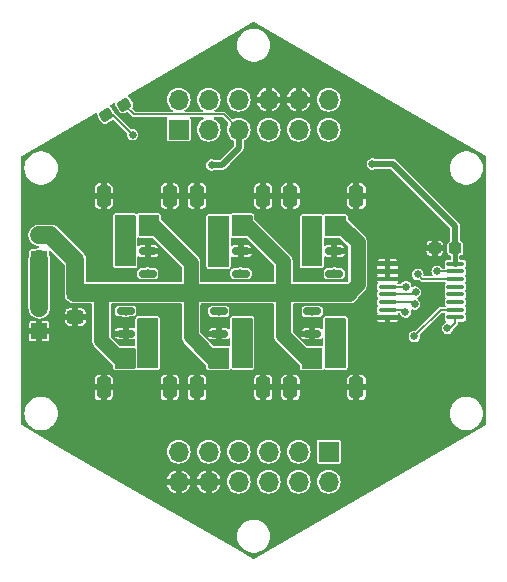
<source format=gbr>
%TF.GenerationSoftware,KiCad,Pcbnew,7.0.5*%
%TF.CreationDate,2024-01-17T23:09:27-05:00*%
%TF.ProjectId,BURNING_R,4255524e-494e-4475-9f52-2e6b69636164,rev?*%
%TF.SameCoordinates,Original*%
%TF.FileFunction,Copper,L1,Top*%
%TF.FilePolarity,Positive*%
%FSLAX46Y46*%
G04 Gerber Fmt 4.6, Leading zero omitted, Abs format (unit mm)*
G04 Created by KiCad (PCBNEW 7.0.5) date 2024-01-17 23:09:27*
%MOMM*%
%LPD*%
G01*
G04 APERTURE LIST*
G04 Aperture macros list*
%AMRoundRect*
0 Rectangle with rounded corners*
0 $1 Rounding radius*
0 $2 $3 $4 $5 $6 $7 $8 $9 X,Y pos of 4 corners*
0 Add a 4 corners polygon primitive as box body*
4,1,4,$2,$3,$4,$5,$6,$7,$8,$9,$2,$3,0*
0 Add four circle primitives for the rounded corners*
1,1,$1+$1,$2,$3*
1,1,$1+$1,$4,$5*
1,1,$1+$1,$6,$7*
1,1,$1+$1,$8,$9*
0 Add four rect primitives between the rounded corners*
20,1,$1+$1,$2,$3,$4,$5,0*
20,1,$1+$1,$4,$5,$6,$7,0*
20,1,$1+$1,$6,$7,$8,$9,0*
20,1,$1+$1,$8,$9,$2,$3,0*%
G04 Aperture macros list end*
%TA.AperFunction,SMDPad,CuDef*%
%ADD10RoundRect,0.150000X0.587500X0.150000X-0.587500X0.150000X-0.587500X-0.150000X0.587500X-0.150000X0*%
%TD*%
%TA.AperFunction,SMDPad,CuDef*%
%ADD11RoundRect,0.150000X0.150000X0.625000X-0.150000X0.625000X-0.150000X-0.625000X0.150000X-0.625000X0*%
%TD*%
%TA.AperFunction,SMDPad,CuDef*%
%ADD12RoundRect,0.250000X0.350000X0.650000X-0.350000X0.650000X-0.350000X-0.650000X0.350000X-0.650000X0*%
%TD*%
%TA.AperFunction,SMDPad,CuDef*%
%ADD13RoundRect,0.237500X0.300000X0.237500X-0.300000X0.237500X-0.300000X-0.237500X0.300000X-0.237500X0*%
%TD*%
%TA.AperFunction,SMDPad,CuDef*%
%ADD14RoundRect,0.150000X-0.587500X-0.150000X0.587500X-0.150000X0.587500X0.150000X-0.587500X0.150000X0*%
%TD*%
%TA.AperFunction,SMDPad,CuDef*%
%ADD15RoundRect,0.237500X-0.130232X-0.349431X0.367732X-0.061931X0.130232X0.349431X-0.367732X0.061931X0*%
%TD*%
%TA.AperFunction,ComponentPad*%
%ADD16R,1.350000X1.350000*%
%TD*%
%TA.AperFunction,ComponentPad*%
%ADD17O,1.350000X1.350000*%
%TD*%
%TA.AperFunction,ComponentPad*%
%ADD18R,1.700000X1.700000*%
%TD*%
%TA.AperFunction,ComponentPad*%
%ADD19O,1.700000X1.700000*%
%TD*%
%TA.AperFunction,SMDPad,CuDef*%
%ADD20RoundRect,0.250000X-0.450000X0.325000X-0.450000X-0.325000X0.450000X-0.325000X0.450000X0.325000X0*%
%TD*%
%TA.AperFunction,SMDPad,CuDef*%
%ADD21RoundRect,0.150000X-0.150000X-0.625000X0.150000X-0.625000X0.150000X0.625000X-0.150000X0.625000X0*%
%TD*%
%TA.AperFunction,SMDPad,CuDef*%
%ADD22RoundRect,0.250000X-0.350000X-0.650000X0.350000X-0.650000X0.350000X0.650000X-0.350000X0.650000X0*%
%TD*%
%TA.AperFunction,SMDPad,CuDef*%
%ADD23RoundRect,0.100000X-0.637500X-0.100000X0.637500X-0.100000X0.637500X0.100000X-0.637500X0.100000X0*%
%TD*%
%TA.AperFunction,ViaPad*%
%ADD24C,0.660400*%
%TD*%
%TA.AperFunction,Conductor*%
%ADD25C,0.152400*%
%TD*%
%TA.AperFunction,Conductor*%
%ADD26C,0.381000*%
%TD*%
%TA.AperFunction,Conductor*%
%ADD27C,0.508000*%
%TD*%
%TA.AperFunction,Conductor*%
%ADD28C,1.524000*%
%TD*%
%TA.AperFunction,Conductor*%
%ADD29C,1.270000*%
%TD*%
G04 APERTURE END LIST*
D10*
%TO.P,Q5,1,G*%
%TO.N,/BR_5_EN*%
X149085000Y-98648621D03*
%TO.P,Q5,2,S*%
%TO.N,GND*%
X149085000Y-96748621D03*
%TO.P,Q5,3,D*%
%TO.N,/BR_5*%
X147210000Y-97698621D03*
%TD*%
D11*
%TO.P,J3,1*%
%TO.N,/BR_1*%
X141760000Y-105773621D03*
%TO.P,J3,2*%
X140760000Y-105773621D03*
%TO.P,J3,3*%
%TO.N,/BAT_BR*%
X139760000Y-105773621D03*
%TO.P,J3,4*%
X138760000Y-105773621D03*
D12*
%TO.P,J3,MP*%
%TO.N,GND*%
X143060000Y-108298621D03*
X137460000Y-108298621D03*
%TD*%
D13*
%TO.P,C2,1*%
%TO.N,VCC*%
X167222500Y-96498621D03*
%TO.P,C2,2*%
%TO.N,GND*%
X165497500Y-96498621D03*
%TD*%
D14*
%TO.P,Q3,1,G*%
%TO.N,/BR_3_EN*%
X155102500Y-101848621D03*
%TO.P,Q3,2,S*%
%TO.N,GND*%
X155102500Y-103748621D03*
%TO.P,Q3,3,D*%
%TO.N,/BR_3*%
X156977500Y-102798621D03*
%TD*%
D15*
%TO.P,D1,1,K*%
%TO.N,Net-(D1-K)*%
X137692228Y-85216121D03*
%TO.P,D1,2,A*%
%TO.N,+5V*%
X139207772Y-84341121D03*
%TD*%
D16*
%TO.P,J10,1,Pin_1*%
%TO.N,GND*%
X132000000Y-103548621D03*
D17*
%TO.P,J10,2,Pin_2*%
%TO.N,Net-(J10-Pin_2)*%
X132000000Y-101548621D03*
%TD*%
D10*
%TO.P,Q4,1,G*%
%TO.N,/BR_4_EN*%
X141187500Y-98648621D03*
%TO.P,Q4,2,S*%
%TO.N,GND*%
X141187500Y-96748621D03*
%TO.P,Q4,3,D*%
%TO.N,/BR_4*%
X139312500Y-97698621D03*
%TD*%
D18*
%TO.P,J1,1,Pin_1*%
%TO.N,/VBAT*%
X143810000Y-86465599D03*
D19*
%TO.P,J1,2,Pin_2*%
%TO.N,/D8*%
X143810000Y-83925599D03*
%TO.P,J1,3,Pin_3*%
%TO.N,/A5*%
X146350000Y-86465599D03*
%TO.P,J1,4,Pin_4*%
%TO.N,/A3*%
X146350000Y-83925599D03*
%TO.P,J1,5,Pin_5*%
%TO.N,+5V*%
X148890000Y-86465599D03*
%TO.P,J1,6,Pin_6*%
%TO.N,/A2*%
X148890000Y-83925599D03*
%TO.P,J1,7,Pin_7*%
%TO.N,/RXD*%
X151430000Y-86465599D03*
%TO.P,J1,8,Pin_8*%
%TO.N,GND*%
X151430000Y-83925599D03*
%TO.P,J1,9,Pin_9*%
%TO.N,/BURN_EN*%
X153970000Y-86465599D03*
%TO.P,J1,10,Pin_10*%
%TO.N,GND*%
X153970000Y-83925599D03*
%TO.P,J1,11,Pin_11*%
%TO.N,/SDA*%
X156510000Y-86465599D03*
%TO.P,J1,12,Pin_12*%
%TO.N,/SCL*%
X156510000Y-83925599D03*
%TD*%
D11*
%TO.P,J5,1*%
%TO.N,/BR_3*%
X157560000Y-105773621D03*
%TO.P,J5,2*%
X156560000Y-105773621D03*
%TO.P,J5,3*%
%TO.N,/BAT_BR*%
X155560000Y-105773621D03*
%TO.P,J5,4*%
X154560000Y-105773621D03*
D12*
%TO.P,J5,MP*%
%TO.N,GND*%
X158860000Y-108298621D03*
X153260000Y-108298621D03*
%TD*%
D20*
%TO.P,C3,1*%
%TO.N,/BAT_BR*%
X135060000Y-100273621D03*
%TO.P,C3,2*%
%TO.N,GND*%
X135060000Y-102323621D03*
%TD*%
D21*
%TO.P,J8,1*%
%TO.N,/BR_6*%
X154560000Y-94623621D03*
%TO.P,J8,2*%
X155560000Y-94623621D03*
%TO.P,J8,3*%
%TO.N,/BAT_BR*%
X156560000Y-94623621D03*
%TO.P,J8,4*%
X157560000Y-94623621D03*
D22*
%TO.P,J8,MP*%
%TO.N,GND*%
X153260000Y-92098621D03*
X158860000Y-92098621D03*
%TD*%
D21*
%TO.P,J6,1*%
%TO.N,/BR_4*%
X138760000Y-94623621D03*
%TO.P,J6,2*%
X139760000Y-94623621D03*
%TO.P,J6,3*%
%TO.N,/BAT_BR*%
X140760000Y-94623621D03*
%TO.P,J6,4*%
X141760000Y-94623621D03*
D22*
%TO.P,J6,MP*%
%TO.N,GND*%
X137460000Y-92098621D03*
X143060000Y-92098621D03*
%TD*%
D18*
%TO.P,J2,1,Pin_1*%
%TO.N,/D12*%
X156510000Y-113743621D03*
D19*
%TO.P,J2,2,Pin_2*%
%TO.N,/D10*%
X156510000Y-116283621D03*
%TO.P,J2,3,Pin_3*%
%TO.N,/MOSI*%
X153970000Y-113743621D03*
%TO.P,J2,4,Pin_4*%
%TO.N,/D1*%
X153970000Y-116283621D03*
%TO.P,J2,5,Pin_5*%
%TO.N,/SCK*%
X151430000Y-113743621D03*
%TO.P,J2,6,Pin_6*%
%TO.N,/D3*%
X151430000Y-116283621D03*
%TO.P,J2,7,Pin_7*%
%TO.N,/D2*%
X148890000Y-113743621D03*
%TO.P,J2,8,Pin_8*%
%TO.N,/A4*%
X148890000Y-116283621D03*
%TO.P,J2,9,Pin_9*%
%TO.N,/MISO*%
X146350000Y-113743621D03*
%TO.P,J2,10,Pin_10*%
%TO.N,GND*%
X146350000Y-116283621D03*
%TO.P,J2,11,Pin_11*%
%TO.N,/BAT_BR*%
X143810000Y-113743621D03*
%TO.P,J2,12,Pin_12*%
%TO.N,GND*%
X143810000Y-116283621D03*
%TD*%
D14*
%TO.P,Q1,1,G*%
%TO.N,/BR_1_EN*%
X139312500Y-101828621D03*
%TO.P,Q1,2,S*%
%TO.N,GND*%
X139312500Y-103728621D03*
%TO.P,Q1,3,D*%
%TO.N,/BR_1*%
X141187500Y-102778621D03*
%TD*%
D16*
%TO.P,J9,1,Pin_1*%
%TO.N,Net-(J10-Pin_2)*%
X132000000Y-97418621D03*
D17*
%TO.P,J9,2,Pin_2*%
%TO.N,/BAT_BR*%
X132000000Y-95418621D03*
%TD*%
D23*
%TO.P,U1,1,A0*%
%TO.N,GND*%
X161497500Y-97823621D03*
%TO.P,U1,2,A1*%
X161497500Y-98473621D03*
%TO.P,U1,3,A2*%
X161497500Y-99123621D03*
%TO.P,U1,4,P0*%
%TO.N,/BR_4_EN*%
X161497500Y-99773621D03*
%TO.P,U1,5,P1*%
%TO.N,/BR_5_EN*%
X161497500Y-100423621D03*
%TO.P,U1,6,P2*%
%TO.N,/BR_6_EN*%
X161497500Y-101073621D03*
%TO.P,U1,7,P3*%
%TO.N,/BR_3_EN*%
X161497500Y-101723621D03*
%TO.P,U1,8,GND*%
%TO.N,GND*%
X161497500Y-102373621D03*
%TO.P,U1,9,P4*%
%TO.N,/BR_2_EN*%
X167222500Y-102373621D03*
%TO.P,U1,10,P5*%
%TO.N,/BR_1_EN*%
X167222500Y-101723621D03*
%TO.P,U1,11,P6*%
%TO.N,unconnected-(U1-P6-Pad11)*%
X167222500Y-101073621D03*
%TO.P,U1,12,P7*%
%TO.N,unconnected-(U1-P7-Pad12)*%
X167222500Y-100423621D03*
%TO.P,U1,13,~{INT}*%
%TO.N,unconnected-(U1-~{INT}-Pad13)*%
X167222500Y-99773621D03*
%TO.P,U1,14,SCL*%
%TO.N,/SCL*%
X167222500Y-99123621D03*
%TO.P,U1,15,SDA*%
%TO.N,/SDA*%
X167222500Y-98473621D03*
%TO.P,U1,16,VDD*%
%TO.N,VCC*%
X167222500Y-97823621D03*
%TD*%
D10*
%TO.P,Q6,1,G*%
%TO.N,/BR_6_EN*%
X156977500Y-98648621D03*
%TO.P,Q6,2,S*%
%TO.N,GND*%
X156977500Y-96748621D03*
%TO.P,Q6,3,D*%
%TO.N,/BR_6*%
X155102500Y-97698621D03*
%TD*%
D11*
%TO.P,J4,1*%
%TO.N,/BR_2*%
X149660000Y-105773621D03*
%TO.P,J4,2*%
X148660000Y-105773621D03*
%TO.P,J4,3*%
%TO.N,/BAT_BR*%
X147660000Y-105773621D03*
%TO.P,J4,4*%
X146660000Y-105773621D03*
D12*
%TO.P,J4,MP*%
%TO.N,GND*%
X150960000Y-108298621D03*
X145360000Y-108298621D03*
%TD*%
D21*
%TO.P,J7,1*%
%TO.N,/BR_5*%
X146660000Y-94623621D03*
%TO.P,J7,2*%
X147660000Y-94623621D03*
%TO.P,J7,3*%
%TO.N,/BAT_BR*%
X148660000Y-94623621D03*
%TO.P,J7,4*%
X149660000Y-94623621D03*
D22*
%TO.P,J7,MP*%
%TO.N,GND*%
X145360000Y-92098621D03*
X150960000Y-92098621D03*
%TD*%
D14*
%TO.P,Q2,1,G*%
%TO.N,/BR_2_EN*%
X147210000Y-101848621D03*
%TO.P,Q2,2,S*%
%TO.N,GND*%
X147210000Y-103748621D03*
%TO.P,Q2,3,D*%
%TO.N,/BR_2*%
X149085000Y-102798621D03*
%TD*%
D24*
%TO.N,GND*%
X168160000Y-105198621D03*
X166160000Y-107198621D03*
X166160000Y-105198621D03*
X164160000Y-105198621D03*
X164160000Y-107198621D03*
X162160000Y-107198621D03*
X162160000Y-109198621D03*
X160160000Y-109198621D03*
X160160000Y-111198621D03*
X158160000Y-111198621D03*
%TO.N,+5V*%
X146620000Y-89458621D03*
%TO.N,GND*%
X134160000Y-109198621D03*
X144160000Y-105198621D03*
X134160000Y-111198621D03*
X134160000Y-91198621D03*
X152160000Y-118198621D03*
X162160000Y-87198621D03*
X164160000Y-109198621D03*
X150160000Y-82198621D03*
X148160000Y-111198621D03*
X150160000Y-111198621D03*
X136160000Y-89198621D03*
X138160000Y-89198621D03*
X166160000Y-89198621D03*
X151160000Y-98698621D03*
X140160000Y-111198621D03*
X152160000Y-111198621D03*
X136160000Y-113198621D03*
X140160000Y-89198621D03*
X148160000Y-120198621D03*
X144160000Y-107198621D03*
X140160000Y-91198621D03*
X152160000Y-120198621D03*
X146160000Y-82198621D03*
X140160000Y-109198621D03*
X134160000Y-107198621D03*
X146160000Y-118198621D03*
X156160000Y-82198621D03*
X162160000Y-105198621D03*
X134160000Y-87198621D03*
X134160000Y-93198621D03*
X152160000Y-107198621D03*
X136160000Y-93198621D03*
X136160000Y-87198621D03*
X138160000Y-111198621D03*
X154160000Y-82198621D03*
X162160000Y-111198621D03*
X152160000Y-105198621D03*
X162160000Y-113198621D03*
X134160000Y-105198621D03*
X136160000Y-111198621D03*
X146160000Y-111198621D03*
X154160000Y-111198621D03*
X142160000Y-87198621D03*
X154160000Y-118198621D03*
X164160000Y-111198621D03*
X148160000Y-82198621D03*
X134160000Y-113198621D03*
X160160000Y-85198621D03*
X136160000Y-109198621D03*
X156160000Y-109198621D03*
X141660000Y-83698621D03*
X166160000Y-87198621D03*
X160160000Y-87198621D03*
X162160000Y-85198621D03*
X136160000Y-91198621D03*
X160160000Y-107198621D03*
X148160000Y-80198621D03*
X156160000Y-107198621D03*
X144160000Y-82198621D03*
X148160000Y-118198621D03*
X156160000Y-118198621D03*
X138160000Y-115198621D03*
X143160000Y-98698621D03*
X164160000Y-87198621D03*
X168160000Y-93198621D03*
X162160000Y-115198621D03*
X136160000Y-107198621D03*
X134160000Y-89198621D03*
X168160000Y-107198621D03*
X138160000Y-113198621D03*
X164160000Y-113198621D03*
X160160000Y-115198621D03*
X152160000Y-82198621D03*
X150160000Y-118198621D03*
X140160000Y-113198621D03*
X166160000Y-91198621D03*
X144160000Y-118198621D03*
X164160000Y-89198621D03*
X152160000Y-80198621D03*
X156160000Y-111198621D03*
X140160000Y-115198621D03*
X143160000Y-102198621D03*
X151160000Y-102198621D03*
X160160000Y-105198621D03*
X148160000Y-109198621D03*
X138160000Y-87198621D03*
X160160000Y-113198621D03*
%TO.N,VCC*%
X160200000Y-89378621D03*
%TO.N,/SDA*%
X165685000Y-98473621D03*
%TO.N,/SCL*%
X164051348Y-98732273D03*
%TO.N,/BR_1_EN*%
X139310000Y-101878621D03*
X163760000Y-103973621D03*
%TO.N,/BR_2_EN*%
X147220000Y-101888621D03*
X166560000Y-103288621D03*
%TO.N,/BR_3_EN*%
X163010000Y-101898621D03*
X155130000Y-101888621D03*
%TO.N,/BR_4_EN*%
X163035000Y-99773621D03*
X141180000Y-98598621D03*
%TO.N,/BR_5_EN*%
X149010000Y-98598621D03*
X163860000Y-100223621D03*
%TO.N,/BR_6_EN*%
X157000000Y-98598621D03*
X163785000Y-101248621D03*
%TO.N,Net-(D1-K)*%
X139900000Y-86898621D03*
%TD*%
D25*
%TO.N,/BR_2_EN*%
X166560000Y-103288621D02*
X166810000Y-103288621D01*
X166810000Y-103288621D02*
X167222500Y-102876121D01*
X167222500Y-102373621D02*
X167222500Y-102876121D01*
%TO.N,/BR_1_EN*%
X166010000Y-101723621D02*
X163760000Y-103973621D01*
D26*
%TO.N,VCC*%
X167222500Y-97823621D02*
X167222500Y-96498621D01*
D27*
X167222500Y-94641121D02*
X161960000Y-89378621D01*
X167222500Y-96498621D02*
X167222500Y-94641121D01*
X161960000Y-89378621D02*
X160200000Y-89378621D01*
%TO.N,+5V*%
X148890000Y-88028621D02*
X147460000Y-89458621D01*
X147460000Y-89458621D02*
X146620000Y-89458621D01*
X148890000Y-86465599D02*
X148890000Y-88028621D01*
D25*
X147603022Y-85178621D02*
X148890000Y-86465599D01*
X139207772Y-84341121D02*
X140045272Y-85178621D01*
X140045272Y-85178621D02*
X147603022Y-85178621D01*
%TO.N,/SDA*%
X167222500Y-98473621D02*
X165685000Y-98473621D01*
%TO.N,/SCL*%
X164442696Y-99123621D02*
X164051348Y-98732273D01*
X167222500Y-99123621D02*
X164442696Y-99123621D01*
D28*
%TO.N,/BAT_BR*%
X144860000Y-100273621D02*
X152660000Y-100273621D01*
D29*
X144860000Y-103973621D02*
X146660000Y-105773621D01*
X152660000Y-100273621D02*
X152660000Y-103873621D01*
X144860000Y-97723621D02*
X141760000Y-94623621D01*
X144860000Y-100273621D02*
X144860000Y-103973621D01*
D26*
X139337500Y-100276121D02*
X139340000Y-100273621D01*
D28*
X135060000Y-97524027D02*
X132954594Y-95418621D01*
X137560000Y-100273621D02*
X139340000Y-100273621D01*
D29*
X137260000Y-103298621D02*
X137260000Y-104273621D01*
D28*
X132954594Y-95418621D02*
X132000000Y-95418621D01*
D29*
X158960000Y-96023621D02*
X157560000Y-94623621D01*
D28*
X152660000Y-100273621D02*
X158235000Y-100273621D01*
D29*
X152660000Y-103873621D02*
X154560000Y-105773621D01*
X137260000Y-104273621D02*
X138760000Y-105773621D01*
X135057500Y-100276121D02*
X135060000Y-100273621D01*
X137260000Y-100273621D02*
X137260000Y-103298621D01*
D28*
X139340000Y-100273621D02*
X144860000Y-100273621D01*
D29*
X158235000Y-100273621D02*
X158960000Y-99548621D01*
X144860000Y-100273621D02*
X144860000Y-97723621D01*
X158960000Y-99548621D02*
X158960000Y-96023621D01*
X152660000Y-100273621D02*
X152660000Y-97623621D01*
X152660000Y-97623621D02*
X149660000Y-94623621D01*
D28*
X135060000Y-100273621D02*
X135060000Y-97524027D01*
X135060000Y-100273621D02*
X137560000Y-100273621D01*
D25*
%TO.N,/BR_1_EN*%
X167222500Y-101723621D02*
X166010000Y-101723621D01*
%TO.N,/BR_3_EN*%
X161497500Y-101723621D02*
X162835000Y-101723621D01*
X162835000Y-101723621D02*
X163010000Y-101898621D01*
%TO.N,/BR_4_EN*%
X161497500Y-99773621D02*
X163035000Y-99773621D01*
%TO.N,/BR_5_EN*%
X163660000Y-100423621D02*
X163860000Y-100223621D01*
X161497500Y-100423621D02*
X163660000Y-100423621D01*
%TO.N,/BR_6_EN*%
X161497500Y-101073621D02*
X163610000Y-101073621D01*
X163610000Y-101073621D02*
X163785000Y-101248621D01*
%TO.N,Net-(D1-K)*%
X139900000Y-86898621D02*
X138217500Y-85216121D01*
X138217500Y-85216121D02*
X137692228Y-85216121D01*
D28*
%TO.N,Net-(J10-Pin_2)*%
X132000000Y-97418621D02*
X132000000Y-101548621D01*
%TD*%
%TA.AperFunction,Conductor*%
%TO.N,/BR_5*%
G36*
X148028601Y-93769186D02*
G01*
X148058665Y-93821257D01*
X148060000Y-93836521D01*
X148060000Y-98010721D01*
X148039435Y-98067222D01*
X147987364Y-98097286D01*
X147972100Y-98098621D01*
X146397900Y-98098621D01*
X146341399Y-98078056D01*
X146311335Y-98025985D01*
X146310000Y-98010721D01*
X146310000Y-93836521D01*
X146330565Y-93780020D01*
X146382636Y-93749956D01*
X146397900Y-93748621D01*
X147972100Y-93748621D01*
X148028601Y-93769186D01*
G37*
%TD.AperFunction*%
%TD*%
%TA.AperFunction,Conductor*%
%TO.N,/BR_6*%
G36*
X155928601Y-93819186D02*
G01*
X155958665Y-93871257D01*
X155960000Y-93886521D01*
X155960000Y-97960721D01*
X155939435Y-98017222D01*
X155887364Y-98047286D01*
X155872100Y-98048621D01*
X154297900Y-98048621D01*
X154241399Y-98028056D01*
X154211335Y-97975985D01*
X154210000Y-97960721D01*
X154210000Y-93886521D01*
X154230565Y-93830020D01*
X154282636Y-93799956D01*
X154297900Y-93798621D01*
X155872100Y-93798621D01*
X155928601Y-93819186D01*
G37*
%TD.AperFunction*%
%TD*%
%TA.AperFunction,Conductor*%
%TO.N,/BAT_BR*%
G36*
X157928601Y-93769186D02*
G01*
X157958665Y-93821257D01*
X157960000Y-93836521D01*
X157960000Y-95410721D01*
X157939435Y-95467222D01*
X157887364Y-95497286D01*
X157872100Y-95498621D01*
X156297900Y-95498621D01*
X156241399Y-95478056D01*
X156211335Y-95425985D01*
X156210000Y-95410721D01*
X156210000Y-93836521D01*
X156230565Y-93780020D01*
X156282636Y-93749956D01*
X156297900Y-93748621D01*
X157872100Y-93748621D01*
X157928601Y-93769186D01*
G37*
%TD.AperFunction*%
%TD*%
%TA.AperFunction,Conductor*%
%TO.N,GND*%
G36*
X150203946Y-77388502D02*
G01*
X169810750Y-88708494D01*
X169849399Y-88754554D01*
X169854700Y-88784618D01*
X169854700Y-111424599D01*
X169834135Y-111481100D01*
X169810750Y-111500723D01*
X150203949Y-122820715D01*
X150144735Y-122831156D01*
X150116049Y-122820715D01*
X149138254Y-122256185D01*
X146770601Y-120889220D01*
X148749884Y-120889220D01*
X148769115Y-121121316D01*
X148769116Y-121121322D01*
X148826286Y-121347080D01*
X148826289Y-121347088D01*
X148897987Y-121510541D01*
X148919840Y-121560361D01*
X148919844Y-121560367D01*
X149047215Y-121755325D01*
X149047216Y-121755327D01*
X149047220Y-121755331D01*
X149204954Y-121926676D01*
X149388740Y-122069722D01*
X149593563Y-122180567D01*
X149813837Y-122256187D01*
X149813839Y-122256187D01*
X149813841Y-122256188D01*
X150043550Y-122294520D01*
X150043554Y-122294520D01*
X150276450Y-122294520D01*
X150506158Y-122256188D01*
X150506158Y-122256187D01*
X150506163Y-122256187D01*
X150726437Y-122180567D01*
X150931260Y-122069722D01*
X151115046Y-121926676D01*
X151272780Y-121755331D01*
X151400160Y-121560361D01*
X151493712Y-121347084D01*
X151550884Y-121121317D01*
X151570116Y-120889220D01*
X151550884Y-120657123D01*
X151550883Y-120657117D01*
X151493713Y-120431359D01*
X151493710Y-120431351D01*
X151400164Y-120218089D01*
X151400160Y-120218079D01*
X151319435Y-120094520D01*
X151272784Y-120023114D01*
X151272783Y-120023112D01*
X151115050Y-119851768D01*
X151115048Y-119851767D01*
X151115046Y-119851764D01*
X150931260Y-119708718D01*
X150726437Y-119597873D01*
X150726433Y-119597871D01*
X150726430Y-119597870D01*
X150506167Y-119522254D01*
X150506158Y-119522251D01*
X150276450Y-119483920D01*
X150276446Y-119483920D01*
X150043554Y-119483920D01*
X150043550Y-119483920D01*
X149813841Y-119522251D01*
X149813832Y-119522254D01*
X149593569Y-119597870D01*
X149388740Y-119708718D01*
X149204949Y-119851768D01*
X149047216Y-120023112D01*
X149047215Y-120023114D01*
X148919844Y-120218072D01*
X148919835Y-120218089D01*
X148826289Y-120431351D01*
X148826286Y-120431359D01*
X148769116Y-120657117D01*
X148769115Y-120657123D01*
X148749884Y-120889220D01*
X146770601Y-120889220D01*
X138353527Y-116029620D01*
X142813001Y-116029620D01*
X142813002Y-116029621D01*
X143378884Y-116029621D01*
X143350507Y-116073777D01*
X143310000Y-116211732D01*
X143310000Y-116355510D01*
X143350507Y-116493465D01*
X143378884Y-116537621D01*
X142813002Y-116537621D01*
X142855840Y-116678841D01*
X142855840Y-116678843D01*
X142951281Y-116857399D01*
X143079717Y-117013899D01*
X143079721Y-117013903D01*
X143236221Y-117142339D01*
X143414778Y-117237780D01*
X143555999Y-117280619D01*
X143556000Y-117280619D01*
X143556000Y-116717295D01*
X143667685Y-116768301D01*
X143774237Y-116783621D01*
X143845763Y-116783621D01*
X143952315Y-116768301D01*
X144064000Y-116717295D01*
X144064000Y-117280619D01*
X144205220Y-117237780D01*
X144205222Y-117237780D01*
X144383778Y-117142339D01*
X144540278Y-117013903D01*
X144540282Y-117013899D01*
X144668718Y-116857399D01*
X144764159Y-116678843D01*
X144764159Y-116678841D01*
X144806998Y-116537621D01*
X144241116Y-116537621D01*
X144269493Y-116493465D01*
X144310000Y-116355510D01*
X144310000Y-116211732D01*
X144269493Y-116073777D01*
X144241116Y-116029621D01*
X144806998Y-116029621D01*
X144806998Y-116029620D01*
X145353001Y-116029620D01*
X145353002Y-116029621D01*
X145918884Y-116029621D01*
X145890507Y-116073777D01*
X145850000Y-116211732D01*
X145850000Y-116355510D01*
X145890507Y-116493465D01*
X145918884Y-116537621D01*
X145353002Y-116537621D01*
X145395840Y-116678841D01*
X145395840Y-116678843D01*
X145491281Y-116857399D01*
X145619717Y-117013899D01*
X145619721Y-117013903D01*
X145776221Y-117142339D01*
X145954778Y-117237780D01*
X146095999Y-117280619D01*
X146096000Y-117280618D01*
X146096000Y-116717295D01*
X146207685Y-116768301D01*
X146314237Y-116783621D01*
X146385763Y-116783621D01*
X146492315Y-116768301D01*
X146604000Y-116717295D01*
X146604000Y-117280619D01*
X146745220Y-117237780D01*
X146745222Y-117237780D01*
X146923778Y-117142339D01*
X147080278Y-117013903D01*
X147080282Y-117013899D01*
X147208718Y-116857399D01*
X147304159Y-116678843D01*
X147304159Y-116678841D01*
X147346998Y-116537621D01*
X146781116Y-116537621D01*
X146809493Y-116493465D01*
X146850000Y-116355510D01*
X146850000Y-116283621D01*
X147882247Y-116283621D01*
X147901612Y-116480230D01*
X147958957Y-116669269D01*
X147958958Y-116669271D01*
X148052084Y-116843499D01*
X148177411Y-116996210D01*
X148330122Y-117121537D01*
X148504350Y-117214663D01*
X148693397Y-117272010D01*
X148890000Y-117291374D01*
X149086603Y-117272010D01*
X149275650Y-117214663D01*
X149449878Y-117121537D01*
X149602589Y-116996210D01*
X149727916Y-116843499D01*
X149821042Y-116669271D01*
X149878389Y-116480224D01*
X149897753Y-116283621D01*
X150422247Y-116283621D01*
X150441612Y-116480230D01*
X150498957Y-116669269D01*
X150498958Y-116669271D01*
X150592084Y-116843499D01*
X150717411Y-116996210D01*
X150870122Y-117121537D01*
X151044350Y-117214663D01*
X151233397Y-117272010D01*
X151430000Y-117291374D01*
X151626603Y-117272010D01*
X151815650Y-117214663D01*
X151989878Y-117121537D01*
X152142589Y-116996210D01*
X152267916Y-116843499D01*
X152361042Y-116669271D01*
X152418389Y-116480224D01*
X152437753Y-116283621D01*
X152962247Y-116283621D01*
X152981612Y-116480230D01*
X153038957Y-116669269D01*
X153038958Y-116669271D01*
X153132084Y-116843499D01*
X153257411Y-116996210D01*
X153410122Y-117121537D01*
X153584350Y-117214663D01*
X153773397Y-117272010D01*
X153970000Y-117291374D01*
X154166603Y-117272010D01*
X154355650Y-117214663D01*
X154529878Y-117121537D01*
X154682589Y-116996210D01*
X154807916Y-116843499D01*
X154901042Y-116669271D01*
X154958389Y-116480224D01*
X154977753Y-116283621D01*
X155502247Y-116283621D01*
X155521612Y-116480230D01*
X155578957Y-116669269D01*
X155578958Y-116669271D01*
X155672084Y-116843499D01*
X155797411Y-116996210D01*
X155950122Y-117121537D01*
X156124350Y-117214663D01*
X156313397Y-117272010D01*
X156510000Y-117291374D01*
X156706603Y-117272010D01*
X156895650Y-117214663D01*
X157069878Y-117121537D01*
X157222589Y-116996210D01*
X157347916Y-116843499D01*
X157441042Y-116669271D01*
X157498389Y-116480224D01*
X157517753Y-116283621D01*
X157498389Y-116087018D01*
X157441042Y-115897971D01*
X157347916Y-115723743D01*
X157222589Y-115571032D01*
X157069878Y-115445705D01*
X156895650Y-115352579D01*
X156895649Y-115352578D01*
X156895648Y-115352578D01*
X156706609Y-115295233D01*
X156706604Y-115295232D01*
X156706603Y-115295232D01*
X156510000Y-115275868D01*
X156509999Y-115275868D01*
X156462657Y-115280530D01*
X156313397Y-115295232D01*
X156313395Y-115295232D01*
X156313390Y-115295233D01*
X156124351Y-115352578D01*
X155950121Y-115445705D01*
X155797413Y-115571030D01*
X155797409Y-115571034D01*
X155672084Y-115723742D01*
X155578957Y-115897972D01*
X155521612Y-116087011D01*
X155502247Y-116283621D01*
X154977753Y-116283621D01*
X154958389Y-116087018D01*
X154901042Y-115897971D01*
X154807916Y-115723743D01*
X154682589Y-115571032D01*
X154529878Y-115445705D01*
X154355650Y-115352579D01*
X154355649Y-115352578D01*
X154355648Y-115352578D01*
X154166609Y-115295233D01*
X154166604Y-115295232D01*
X154166603Y-115295232D01*
X153970000Y-115275868D01*
X153773397Y-115295232D01*
X153773395Y-115295232D01*
X153773390Y-115295233D01*
X153584351Y-115352578D01*
X153410121Y-115445705D01*
X153257413Y-115571030D01*
X153257409Y-115571034D01*
X153132084Y-115723742D01*
X153038957Y-115897972D01*
X152981612Y-116087011D01*
X152962247Y-116283621D01*
X152437753Y-116283621D01*
X152418389Y-116087018D01*
X152361042Y-115897971D01*
X152267916Y-115723743D01*
X152142589Y-115571032D01*
X151989878Y-115445705D01*
X151815650Y-115352579D01*
X151815649Y-115352578D01*
X151815648Y-115352578D01*
X151626609Y-115295233D01*
X151626604Y-115295232D01*
X151626603Y-115295232D01*
X151430000Y-115275868D01*
X151429999Y-115275868D01*
X151382657Y-115280530D01*
X151233397Y-115295232D01*
X151233395Y-115295232D01*
X151233390Y-115295233D01*
X151044351Y-115352578D01*
X150870121Y-115445705D01*
X150717413Y-115571030D01*
X150717409Y-115571034D01*
X150592084Y-115723742D01*
X150498957Y-115897972D01*
X150441612Y-116087011D01*
X150422247Y-116283621D01*
X149897753Y-116283621D01*
X149878389Y-116087018D01*
X149821042Y-115897971D01*
X149727916Y-115723743D01*
X149602589Y-115571032D01*
X149449878Y-115445705D01*
X149275650Y-115352579D01*
X149275649Y-115352578D01*
X149275648Y-115352578D01*
X149086609Y-115295233D01*
X149086604Y-115295232D01*
X149086603Y-115295232D01*
X148890000Y-115275868D01*
X148889999Y-115275868D01*
X148842657Y-115280530D01*
X148693397Y-115295232D01*
X148693395Y-115295232D01*
X148693390Y-115295233D01*
X148504351Y-115352578D01*
X148330121Y-115445705D01*
X148177413Y-115571030D01*
X148177409Y-115571034D01*
X148052084Y-115723742D01*
X147958957Y-115897972D01*
X147901612Y-116087011D01*
X147882247Y-116283621D01*
X146850000Y-116283621D01*
X146850000Y-116211732D01*
X146809493Y-116073777D01*
X146781116Y-116029621D01*
X147346998Y-116029621D01*
X147346998Y-116029620D01*
X147304159Y-115888400D01*
X147304159Y-115888398D01*
X147208718Y-115709842D01*
X147080282Y-115553342D01*
X147080278Y-115553338D01*
X146923778Y-115424902D01*
X146745225Y-115329463D01*
X146604000Y-115286622D01*
X146604000Y-115849946D01*
X146492315Y-115798941D01*
X146385763Y-115783621D01*
X146314237Y-115783621D01*
X146207685Y-115798941D01*
X146096000Y-115849946D01*
X146096000Y-115286622D01*
X145954774Y-115329463D01*
X145776221Y-115424902D01*
X145619721Y-115553338D01*
X145619717Y-115553342D01*
X145491281Y-115709842D01*
X145395840Y-115888398D01*
X145395840Y-115888400D01*
X145353001Y-116029620D01*
X144806998Y-116029620D01*
X144764159Y-115888400D01*
X144764159Y-115888398D01*
X144668718Y-115709842D01*
X144540282Y-115553342D01*
X144540278Y-115553338D01*
X144383778Y-115424902D01*
X144205225Y-115329463D01*
X144064000Y-115286622D01*
X144064000Y-115849946D01*
X143952315Y-115798941D01*
X143845763Y-115783621D01*
X143774237Y-115783621D01*
X143667685Y-115798941D01*
X143556000Y-115849946D01*
X143556000Y-115286622D01*
X143414774Y-115329463D01*
X143236221Y-115424902D01*
X143079721Y-115553338D01*
X143079717Y-115553342D01*
X142951281Y-115709842D01*
X142855840Y-115888398D01*
X142855840Y-115888400D01*
X142813001Y-116029620D01*
X138353527Y-116029620D01*
X134394061Y-113743621D01*
X142802247Y-113743621D01*
X142821612Y-113940230D01*
X142878957Y-114129269D01*
X142878958Y-114129271D01*
X142972084Y-114303499D01*
X143097411Y-114456210D01*
X143250122Y-114581537D01*
X143424350Y-114674663D01*
X143613397Y-114732010D01*
X143810000Y-114751374D01*
X144006603Y-114732010D01*
X144195650Y-114674663D01*
X144369878Y-114581537D01*
X144522589Y-114456210D01*
X144647916Y-114303499D01*
X144741042Y-114129271D01*
X144798389Y-113940224D01*
X144817753Y-113743621D01*
X145342247Y-113743621D01*
X145361612Y-113940230D01*
X145418957Y-114129269D01*
X145418958Y-114129271D01*
X145512084Y-114303499D01*
X145637411Y-114456210D01*
X145790122Y-114581537D01*
X145964350Y-114674663D01*
X146153397Y-114732010D01*
X146350000Y-114751374D01*
X146546603Y-114732010D01*
X146735650Y-114674663D01*
X146909878Y-114581537D01*
X147062589Y-114456210D01*
X147187916Y-114303499D01*
X147281042Y-114129271D01*
X147338389Y-113940224D01*
X147357753Y-113743621D01*
X147357753Y-113743620D01*
X147882247Y-113743620D01*
X147901612Y-113940230D01*
X147958957Y-114129269D01*
X147958958Y-114129271D01*
X148052084Y-114303499D01*
X148177411Y-114456210D01*
X148330122Y-114581537D01*
X148504350Y-114674663D01*
X148693397Y-114732010D01*
X148890000Y-114751374D01*
X149086603Y-114732010D01*
X149275650Y-114674663D01*
X149449878Y-114581537D01*
X149602589Y-114456210D01*
X149727916Y-114303499D01*
X149821042Y-114129271D01*
X149878389Y-113940224D01*
X149897753Y-113743621D01*
X149897753Y-113743620D01*
X150422247Y-113743620D01*
X150441612Y-113940230D01*
X150498957Y-114129269D01*
X150498958Y-114129271D01*
X150592084Y-114303499D01*
X150717411Y-114456210D01*
X150870122Y-114581537D01*
X151044350Y-114674663D01*
X151233397Y-114732010D01*
X151430000Y-114751374D01*
X151626603Y-114732010D01*
X151815650Y-114674663D01*
X151989878Y-114581537D01*
X152142589Y-114456210D01*
X152267916Y-114303499D01*
X152361042Y-114129271D01*
X152418389Y-113940224D01*
X152437753Y-113743621D01*
X152437753Y-113743620D01*
X152962247Y-113743620D01*
X152981612Y-113940230D01*
X153038957Y-114129269D01*
X153038958Y-114129271D01*
X153132084Y-114303499D01*
X153257411Y-114456210D01*
X153410122Y-114581537D01*
X153584350Y-114674663D01*
X153773397Y-114732010D01*
X153970000Y-114751374D01*
X154166603Y-114732010D01*
X154355650Y-114674663D01*
X154479098Y-114608679D01*
X155507100Y-114608679D01*
X155515972Y-114653279D01*
X155549766Y-114703855D01*
X155566701Y-114715171D01*
X155600341Y-114737649D01*
X155607741Y-114739120D01*
X155644943Y-114746521D01*
X157375056Y-114746520D01*
X157375058Y-114746520D01*
X157387750Y-114743995D01*
X157419658Y-114737649D01*
X157470234Y-114703855D01*
X157504028Y-114653279D01*
X157512900Y-114608678D01*
X157512899Y-112878565D01*
X157512899Y-112878564D01*
X157512899Y-112878562D01*
X157509111Y-112859523D01*
X157504028Y-112833963D01*
X157470234Y-112783387D01*
X157470002Y-112783232D01*
X157419658Y-112749592D01*
X157382456Y-112742192D01*
X157375057Y-112740721D01*
X157375056Y-112740721D01*
X155644941Y-112740721D01*
X155600341Y-112749593D01*
X155549767Y-112783386D01*
X155549764Y-112783389D01*
X155515971Y-112833962D01*
X155507100Y-112878564D01*
X155507100Y-114608679D01*
X154479098Y-114608679D01*
X154529878Y-114581537D01*
X154682589Y-114456210D01*
X154807916Y-114303499D01*
X154901042Y-114129271D01*
X154958389Y-113940224D01*
X154977753Y-113743621D01*
X154958389Y-113547018D01*
X154901042Y-113357971D01*
X154807916Y-113183743D01*
X154682589Y-113031032D01*
X154529878Y-112905705D01*
X154355650Y-112812579D01*
X154355649Y-112812578D01*
X154355648Y-112812578D01*
X154166609Y-112755233D01*
X154166604Y-112755232D01*
X154166603Y-112755232D01*
X153970000Y-112735868D01*
X153773397Y-112755232D01*
X153773395Y-112755232D01*
X153773390Y-112755233D01*
X153584351Y-112812578D01*
X153410121Y-112905705D01*
X153257413Y-113031030D01*
X153257409Y-113031034D01*
X153132084Y-113183742D01*
X153038957Y-113357972D01*
X152981612Y-113547011D01*
X152962247Y-113743620D01*
X152437753Y-113743620D01*
X152418389Y-113547018D01*
X152361042Y-113357971D01*
X152267916Y-113183743D01*
X152142589Y-113031032D01*
X151989878Y-112905705D01*
X151815650Y-112812579D01*
X151815649Y-112812578D01*
X151815648Y-112812578D01*
X151626609Y-112755233D01*
X151626604Y-112755232D01*
X151626603Y-112755232D01*
X151430000Y-112735868D01*
X151429999Y-112735868D01*
X151382657Y-112740530D01*
X151233397Y-112755232D01*
X151233395Y-112755232D01*
X151233390Y-112755233D01*
X151044351Y-112812578D01*
X150870121Y-112905705D01*
X150717413Y-113031030D01*
X150717409Y-113031034D01*
X150592084Y-113183742D01*
X150498957Y-113357972D01*
X150441612Y-113547011D01*
X150422247Y-113743620D01*
X149897753Y-113743620D01*
X149878389Y-113547018D01*
X149821042Y-113357971D01*
X149727916Y-113183743D01*
X149602589Y-113031032D01*
X149449878Y-112905705D01*
X149275650Y-112812579D01*
X149275649Y-112812578D01*
X149275648Y-112812578D01*
X149086609Y-112755233D01*
X149086604Y-112755232D01*
X149086603Y-112755232D01*
X148890000Y-112735868D01*
X148693397Y-112755232D01*
X148693395Y-112755232D01*
X148693390Y-112755233D01*
X148504351Y-112812578D01*
X148330121Y-112905705D01*
X148177413Y-113031030D01*
X148177409Y-113031034D01*
X148052084Y-113183742D01*
X147958957Y-113357972D01*
X147901612Y-113547011D01*
X147882247Y-113743620D01*
X147357753Y-113743620D01*
X147338389Y-113547018D01*
X147281042Y-113357971D01*
X147187916Y-113183743D01*
X147062589Y-113031032D01*
X146909878Y-112905705D01*
X146735650Y-112812579D01*
X146735649Y-112812578D01*
X146735648Y-112812578D01*
X146546609Y-112755233D01*
X146546604Y-112755232D01*
X146546603Y-112755232D01*
X146350000Y-112735868D01*
X146153397Y-112755232D01*
X146153395Y-112755232D01*
X146153390Y-112755233D01*
X145964351Y-112812578D01*
X145790121Y-112905705D01*
X145637413Y-113031030D01*
X145637409Y-113031034D01*
X145512084Y-113183742D01*
X145418957Y-113357972D01*
X145361612Y-113547011D01*
X145342247Y-113743621D01*
X144817753Y-113743621D01*
X144798389Y-113547018D01*
X144741042Y-113357971D01*
X144647916Y-113183743D01*
X144522589Y-113031032D01*
X144369878Y-112905705D01*
X144195650Y-112812579D01*
X144195649Y-112812578D01*
X144195648Y-112812578D01*
X144006609Y-112755233D01*
X144006604Y-112755232D01*
X144006603Y-112755232D01*
X143810000Y-112735868D01*
X143613397Y-112755232D01*
X143613395Y-112755232D01*
X143613390Y-112755233D01*
X143424351Y-112812578D01*
X143250121Y-112905705D01*
X143097413Y-113031030D01*
X143097409Y-113031034D01*
X142972084Y-113183742D01*
X142878957Y-113357972D01*
X142821612Y-113547011D01*
X142802247Y-113743621D01*
X134394061Y-113743621D01*
X130509248Y-111500723D01*
X130470600Y-111454664D01*
X130465300Y-111424605D01*
X130465300Y-110496915D01*
X130749884Y-110496915D01*
X130769115Y-110729011D01*
X130769116Y-110729017D01*
X130826286Y-110954775D01*
X130826289Y-110954783D01*
X130897987Y-111118236D01*
X130919840Y-111168056D01*
X130919844Y-111168062D01*
X131047215Y-111363020D01*
X131047216Y-111363022D01*
X131173979Y-111500724D01*
X131204954Y-111534371D01*
X131388740Y-111677417D01*
X131593563Y-111788262D01*
X131813837Y-111863882D01*
X131813839Y-111863882D01*
X131813841Y-111863883D01*
X132043550Y-111902215D01*
X132043554Y-111902215D01*
X132276450Y-111902215D01*
X132506158Y-111863883D01*
X132506158Y-111863882D01*
X132506163Y-111863882D01*
X132726437Y-111788262D01*
X132931260Y-111677417D01*
X133115046Y-111534371D01*
X133272780Y-111363026D01*
X133400160Y-111168056D01*
X133493712Y-110954779D01*
X133550884Y-110729012D01*
X133570116Y-110496915D01*
X133570116Y-110496914D01*
X166749884Y-110496914D01*
X166769115Y-110729011D01*
X166769116Y-110729017D01*
X166826286Y-110954775D01*
X166826289Y-110954783D01*
X166897987Y-111118236D01*
X166919840Y-111168056D01*
X166919844Y-111168062D01*
X167047215Y-111363020D01*
X167047216Y-111363022D01*
X167173979Y-111500724D01*
X167204954Y-111534371D01*
X167388740Y-111677417D01*
X167593563Y-111788262D01*
X167813837Y-111863882D01*
X167813839Y-111863882D01*
X167813841Y-111863883D01*
X168043550Y-111902215D01*
X168043554Y-111902215D01*
X168276450Y-111902215D01*
X168506158Y-111863883D01*
X168506158Y-111863882D01*
X168506163Y-111863882D01*
X168726437Y-111788262D01*
X168931260Y-111677417D01*
X169115046Y-111534371D01*
X169272780Y-111363026D01*
X169400160Y-111168056D01*
X169493712Y-110954779D01*
X169550884Y-110729012D01*
X169570116Y-110496915D01*
X169550884Y-110264818D01*
X169550883Y-110264812D01*
X169493713Y-110039054D01*
X169493710Y-110039046D01*
X169400164Y-109825784D01*
X169400160Y-109825774D01*
X169319435Y-109702215D01*
X169272784Y-109630809D01*
X169272783Y-109630807D01*
X169115050Y-109459463D01*
X169115048Y-109459462D01*
X169115046Y-109459459D01*
X168931260Y-109316413D01*
X168726437Y-109205568D01*
X168726433Y-109205566D01*
X168726430Y-109205565D01*
X168506167Y-109129949D01*
X168506158Y-109129946D01*
X168276450Y-109091615D01*
X168276446Y-109091615D01*
X168043554Y-109091615D01*
X168043550Y-109091615D01*
X167813841Y-109129946D01*
X167813832Y-109129949D01*
X167593569Y-109205565D01*
X167388740Y-109316413D01*
X167204949Y-109459463D01*
X167047216Y-109630807D01*
X167047215Y-109630809D01*
X166919844Y-109825767D01*
X166919835Y-109825784D01*
X166826289Y-110039046D01*
X166826286Y-110039054D01*
X166769116Y-110264812D01*
X166769115Y-110264818D01*
X166749884Y-110496914D01*
X133570116Y-110496914D01*
X133550884Y-110264818D01*
X133550883Y-110264812D01*
X133493713Y-110039054D01*
X133493710Y-110039046D01*
X133400164Y-109825784D01*
X133400160Y-109825774D01*
X133319435Y-109702215D01*
X133272784Y-109630809D01*
X133272783Y-109630807D01*
X133115050Y-109459463D01*
X133115048Y-109459462D01*
X133115046Y-109459459D01*
X132931260Y-109316413D01*
X132726437Y-109205568D01*
X132726433Y-109205566D01*
X132726430Y-109205565D01*
X132506167Y-109129949D01*
X132506158Y-109129946D01*
X132276450Y-109091615D01*
X132276446Y-109091615D01*
X132043554Y-109091615D01*
X132043550Y-109091615D01*
X131813841Y-109129946D01*
X131813832Y-109129949D01*
X131593569Y-109205565D01*
X131388740Y-109316413D01*
X131204949Y-109459463D01*
X131047216Y-109630807D01*
X131047215Y-109630809D01*
X130919844Y-109825767D01*
X130919835Y-109825784D01*
X130826289Y-110039046D01*
X130826286Y-110039054D01*
X130769116Y-110264812D01*
X130769115Y-110264818D01*
X130749884Y-110496915D01*
X130465300Y-110496915D01*
X130465300Y-108552621D01*
X136682200Y-108552621D01*
X136682200Y-109000154D01*
X136684909Y-109029050D01*
X136684910Y-109029055D01*
X136727501Y-109150774D01*
X136727502Y-109150775D01*
X136804080Y-109254535D01*
X136804085Y-109254540D01*
X136907845Y-109331118D01*
X136907846Y-109331119D01*
X137029565Y-109373710D01*
X137029570Y-109373711D01*
X137058466Y-109376420D01*
X137058470Y-109376421D01*
X137205999Y-109376421D01*
X137206000Y-109376419D01*
X137714000Y-109376419D01*
X137714001Y-109376421D01*
X137861530Y-109376421D01*
X137861533Y-109376420D01*
X137890429Y-109373711D01*
X137890434Y-109373710D01*
X138012153Y-109331119D01*
X138012154Y-109331118D01*
X138115914Y-109254540D01*
X138115919Y-109254535D01*
X138192497Y-109150775D01*
X138192498Y-109150774D01*
X138235089Y-109029055D01*
X138235090Y-109029050D01*
X138237799Y-109000154D01*
X142282200Y-109000154D01*
X142284909Y-109029050D01*
X142284910Y-109029055D01*
X142327501Y-109150774D01*
X142327502Y-109150775D01*
X142404080Y-109254535D01*
X142404085Y-109254540D01*
X142507845Y-109331118D01*
X142507846Y-109331119D01*
X142629565Y-109373710D01*
X142629570Y-109373711D01*
X142658466Y-109376420D01*
X142658470Y-109376421D01*
X142805999Y-109376421D01*
X142806000Y-109376420D01*
X143314000Y-109376420D01*
X143314001Y-109376421D01*
X143461530Y-109376421D01*
X143461533Y-109376420D01*
X143490429Y-109373711D01*
X143490434Y-109373710D01*
X143612153Y-109331119D01*
X143612154Y-109331118D01*
X143715914Y-109254540D01*
X143715919Y-109254535D01*
X143792497Y-109150775D01*
X143792498Y-109150774D01*
X143835089Y-109029055D01*
X143835090Y-109029050D01*
X143837799Y-109000154D01*
X144582200Y-109000154D01*
X144584909Y-109029050D01*
X144584910Y-109029055D01*
X144627501Y-109150774D01*
X144627502Y-109150775D01*
X144704080Y-109254535D01*
X144704085Y-109254540D01*
X144807845Y-109331118D01*
X144807846Y-109331119D01*
X144929565Y-109373710D01*
X144929570Y-109373711D01*
X144958466Y-109376420D01*
X144958470Y-109376421D01*
X145105999Y-109376421D01*
X145106000Y-109376420D01*
X145614000Y-109376420D01*
X145614001Y-109376421D01*
X145761530Y-109376421D01*
X145761533Y-109376420D01*
X145790429Y-109373711D01*
X145790434Y-109373710D01*
X145912153Y-109331119D01*
X145912154Y-109331118D01*
X146015914Y-109254540D01*
X146015919Y-109254535D01*
X146092497Y-109150775D01*
X146092498Y-109150774D01*
X146135089Y-109029055D01*
X146135090Y-109029050D01*
X146137799Y-109000154D01*
X146137800Y-109000151D01*
X146137800Y-108552622D01*
X146137799Y-108552621D01*
X150182200Y-108552621D01*
X150182200Y-109000154D01*
X150184909Y-109029050D01*
X150184910Y-109029055D01*
X150227501Y-109150774D01*
X150227502Y-109150775D01*
X150304080Y-109254535D01*
X150304085Y-109254540D01*
X150407845Y-109331118D01*
X150407846Y-109331119D01*
X150529565Y-109373710D01*
X150529570Y-109373711D01*
X150558466Y-109376420D01*
X150558470Y-109376421D01*
X150705999Y-109376421D01*
X150706000Y-109376420D01*
X150706000Y-109376419D01*
X151214000Y-109376419D01*
X151214001Y-109376421D01*
X151361530Y-109376421D01*
X151361533Y-109376420D01*
X151390429Y-109373711D01*
X151390434Y-109373710D01*
X151512153Y-109331119D01*
X151512154Y-109331118D01*
X151615914Y-109254540D01*
X151615919Y-109254535D01*
X151692497Y-109150775D01*
X151692498Y-109150774D01*
X151735089Y-109029055D01*
X151735090Y-109029050D01*
X151737799Y-109000154D01*
X152482200Y-109000154D01*
X152484909Y-109029050D01*
X152484910Y-109029055D01*
X152527501Y-109150774D01*
X152527502Y-109150775D01*
X152604080Y-109254535D01*
X152604085Y-109254540D01*
X152707845Y-109331118D01*
X152707846Y-109331119D01*
X152829565Y-109373710D01*
X152829570Y-109373711D01*
X152858466Y-109376420D01*
X152858470Y-109376421D01*
X153005999Y-109376421D01*
X153006000Y-109376420D01*
X153514000Y-109376420D01*
X153514001Y-109376421D01*
X153661530Y-109376421D01*
X153661533Y-109376420D01*
X153690429Y-109373711D01*
X153690434Y-109373710D01*
X153812153Y-109331119D01*
X153812154Y-109331118D01*
X153915914Y-109254540D01*
X153915919Y-109254535D01*
X153992497Y-109150775D01*
X153992498Y-109150774D01*
X154035089Y-109029055D01*
X154035090Y-109029050D01*
X154037799Y-109000154D01*
X158082200Y-109000154D01*
X158084909Y-109029050D01*
X158084910Y-109029055D01*
X158127501Y-109150774D01*
X158127502Y-109150775D01*
X158204080Y-109254535D01*
X158204085Y-109254540D01*
X158307845Y-109331118D01*
X158307846Y-109331119D01*
X158429565Y-109373710D01*
X158429570Y-109373711D01*
X158458466Y-109376420D01*
X158458470Y-109376421D01*
X158605999Y-109376421D01*
X158606000Y-109376420D01*
X158606000Y-109376419D01*
X159114000Y-109376419D01*
X159114001Y-109376421D01*
X159261530Y-109376421D01*
X159261533Y-109376420D01*
X159290429Y-109373711D01*
X159290434Y-109373710D01*
X159412153Y-109331119D01*
X159412154Y-109331118D01*
X159515914Y-109254540D01*
X159515919Y-109254535D01*
X159592497Y-109150775D01*
X159592498Y-109150774D01*
X159635089Y-109029055D01*
X159635090Y-109029050D01*
X159637799Y-109000154D01*
X159637800Y-109000151D01*
X159637800Y-108552622D01*
X159637799Y-108552621D01*
X159114001Y-108552621D01*
X159114000Y-108552622D01*
X159114000Y-109376419D01*
X158606000Y-109376419D01*
X158606000Y-108552622D01*
X158605999Y-108552621D01*
X158082201Y-108552621D01*
X158082200Y-108552622D01*
X158082200Y-109000154D01*
X154037799Y-109000154D01*
X154037800Y-109000151D01*
X154037800Y-108552622D01*
X154037799Y-108552621D01*
X153514001Y-108552621D01*
X153514000Y-108552622D01*
X153514000Y-109376420D01*
X153006000Y-109376420D01*
X153006000Y-109376419D01*
X153006000Y-108552622D01*
X153005999Y-108552621D01*
X152482201Y-108552621D01*
X152482200Y-108552622D01*
X152482200Y-109000154D01*
X151737799Y-109000154D01*
X151737800Y-109000151D01*
X151737800Y-108552622D01*
X151737799Y-108552621D01*
X151214001Y-108552621D01*
X151214000Y-108552622D01*
X151214000Y-109376419D01*
X150706000Y-109376419D01*
X150706000Y-108552622D01*
X150705999Y-108552621D01*
X150182200Y-108552621D01*
X146137799Y-108552621D01*
X145614001Y-108552621D01*
X145614000Y-108552622D01*
X145614000Y-109376420D01*
X145106000Y-109376420D01*
X145106000Y-109376419D01*
X145106000Y-108552622D01*
X145105999Y-108552621D01*
X144582201Y-108552621D01*
X144582200Y-108552622D01*
X144582200Y-109000154D01*
X143837799Y-109000154D01*
X143837800Y-109000151D01*
X143837800Y-108552622D01*
X143837799Y-108552621D01*
X143314001Y-108552621D01*
X143314000Y-108552622D01*
X143314000Y-109376420D01*
X142806000Y-109376420D01*
X142806000Y-109376419D01*
X142806000Y-108552622D01*
X142805999Y-108552621D01*
X142282201Y-108552621D01*
X142282200Y-108552622D01*
X142282200Y-109000154D01*
X138237799Y-109000154D01*
X138237800Y-109000151D01*
X138237800Y-108552622D01*
X138237799Y-108552621D01*
X137714001Y-108552621D01*
X137714000Y-108552622D01*
X137714000Y-109376419D01*
X137206000Y-109376419D01*
X137206000Y-108552622D01*
X137205999Y-108552621D01*
X136682200Y-108552621D01*
X130465300Y-108552621D01*
X130465300Y-108044620D01*
X136682200Y-108044620D01*
X136682201Y-108044621D01*
X137205999Y-108044621D01*
X137206000Y-108044619D01*
X137714000Y-108044619D01*
X137714001Y-108044621D01*
X138237799Y-108044621D01*
X138237800Y-108044620D01*
X142282200Y-108044620D01*
X142282201Y-108044621D01*
X142805999Y-108044621D01*
X142806000Y-108044620D01*
X143314000Y-108044620D01*
X143314001Y-108044621D01*
X143837799Y-108044621D01*
X143837800Y-108044620D01*
X144582200Y-108044620D01*
X144582201Y-108044621D01*
X145105999Y-108044621D01*
X145106000Y-108044620D01*
X145614000Y-108044620D01*
X145614001Y-108044621D01*
X146137799Y-108044621D01*
X146137800Y-108044620D01*
X150182200Y-108044620D01*
X150182201Y-108044621D01*
X150705999Y-108044621D01*
X150706000Y-108044620D01*
X151214000Y-108044620D01*
X151214001Y-108044621D01*
X151737799Y-108044621D01*
X151737800Y-108044620D01*
X151737800Y-108044619D01*
X152482200Y-108044619D01*
X152482201Y-108044621D01*
X153005999Y-108044621D01*
X153006000Y-108044620D01*
X153514000Y-108044620D01*
X153514001Y-108044621D01*
X154037799Y-108044621D01*
X154037800Y-108044620D01*
X158082200Y-108044620D01*
X158082201Y-108044621D01*
X158605999Y-108044621D01*
X158606000Y-108044620D01*
X158606000Y-108044619D01*
X159114000Y-108044619D01*
X159114001Y-108044621D01*
X159637799Y-108044621D01*
X159637800Y-108044619D01*
X159637800Y-107597090D01*
X159637799Y-107597087D01*
X159635090Y-107568191D01*
X159635089Y-107568186D01*
X159592498Y-107446467D01*
X159592497Y-107446466D01*
X159515919Y-107342706D01*
X159515914Y-107342701D01*
X159412154Y-107266123D01*
X159412153Y-107266122D01*
X159290434Y-107223531D01*
X159290429Y-107223530D01*
X159261533Y-107220821D01*
X159114001Y-107220821D01*
X159114000Y-107220822D01*
X159114000Y-108044619D01*
X158606000Y-108044619D01*
X158606000Y-107220822D01*
X158605999Y-107220821D01*
X158458466Y-107220821D01*
X158429570Y-107223530D01*
X158429565Y-107223531D01*
X158307846Y-107266122D01*
X158307845Y-107266123D01*
X158204085Y-107342701D01*
X158204080Y-107342706D01*
X158127502Y-107446466D01*
X158127501Y-107446467D01*
X158084910Y-107568186D01*
X158084909Y-107568191D01*
X158082200Y-107597087D01*
X158082200Y-108044620D01*
X154037800Y-108044620D01*
X154037800Y-107597090D01*
X154037799Y-107597087D01*
X154035090Y-107568191D01*
X154035089Y-107568186D01*
X153992498Y-107446467D01*
X153992497Y-107446466D01*
X153915919Y-107342706D01*
X153915914Y-107342701D01*
X153812154Y-107266123D01*
X153812153Y-107266122D01*
X153690434Y-107223531D01*
X153690429Y-107223530D01*
X153661533Y-107220821D01*
X153514001Y-107220821D01*
X153514000Y-107220822D01*
X153514000Y-108044620D01*
X153006000Y-108044620D01*
X153006000Y-107220822D01*
X153005999Y-107220821D01*
X152858466Y-107220821D01*
X152829570Y-107223530D01*
X152829565Y-107223531D01*
X152707846Y-107266122D01*
X152707845Y-107266123D01*
X152604085Y-107342701D01*
X152604080Y-107342706D01*
X152527502Y-107446466D01*
X152527501Y-107446467D01*
X152484910Y-107568186D01*
X152484909Y-107568191D01*
X152482200Y-107597087D01*
X152482200Y-108044619D01*
X151737800Y-108044619D01*
X151737800Y-107597090D01*
X151737799Y-107597087D01*
X151735090Y-107568191D01*
X151735089Y-107568186D01*
X151692498Y-107446467D01*
X151692497Y-107446466D01*
X151615919Y-107342706D01*
X151615914Y-107342701D01*
X151512154Y-107266123D01*
X151512153Y-107266122D01*
X151390434Y-107223531D01*
X151390429Y-107223530D01*
X151361533Y-107220821D01*
X151214001Y-107220821D01*
X151214000Y-107220822D01*
X151214000Y-108044620D01*
X150706000Y-108044620D01*
X150706000Y-107220822D01*
X150705999Y-107220821D01*
X150558466Y-107220821D01*
X150529570Y-107223530D01*
X150529565Y-107223531D01*
X150407846Y-107266122D01*
X150407845Y-107266123D01*
X150304085Y-107342701D01*
X150304080Y-107342706D01*
X150227502Y-107446466D01*
X150227501Y-107446467D01*
X150184910Y-107568186D01*
X150184909Y-107568191D01*
X150182200Y-107597087D01*
X150182200Y-108044620D01*
X146137800Y-108044620D01*
X146137800Y-108044619D01*
X146137800Y-107597090D01*
X146137799Y-107597087D01*
X146135090Y-107568191D01*
X146135089Y-107568186D01*
X146092498Y-107446467D01*
X146092497Y-107446466D01*
X146015919Y-107342706D01*
X146015914Y-107342701D01*
X145912154Y-107266123D01*
X145912153Y-107266122D01*
X145790434Y-107223531D01*
X145790429Y-107223530D01*
X145761533Y-107220821D01*
X145614001Y-107220821D01*
X145614000Y-107220822D01*
X145614000Y-108044620D01*
X145106000Y-108044620D01*
X145106000Y-108044619D01*
X145106000Y-107220822D01*
X145105999Y-107220821D01*
X144958466Y-107220821D01*
X144929570Y-107223530D01*
X144929565Y-107223531D01*
X144807846Y-107266122D01*
X144807845Y-107266123D01*
X144704085Y-107342701D01*
X144704080Y-107342706D01*
X144627502Y-107446466D01*
X144627501Y-107446467D01*
X144584910Y-107568186D01*
X144584909Y-107568191D01*
X144582200Y-107597087D01*
X144582200Y-108044620D01*
X143837800Y-108044620D01*
X143837800Y-107597090D01*
X143837799Y-107597087D01*
X143835090Y-107568191D01*
X143835089Y-107568186D01*
X143792498Y-107446467D01*
X143792497Y-107446466D01*
X143715919Y-107342706D01*
X143715914Y-107342701D01*
X143612154Y-107266123D01*
X143612153Y-107266122D01*
X143490434Y-107223531D01*
X143490429Y-107223530D01*
X143461533Y-107220821D01*
X143314001Y-107220821D01*
X143314000Y-107220822D01*
X143314000Y-108044620D01*
X142806000Y-108044620D01*
X142806000Y-108044619D01*
X142806000Y-107220822D01*
X142805999Y-107220821D01*
X142658466Y-107220821D01*
X142629570Y-107223530D01*
X142629565Y-107223531D01*
X142507846Y-107266122D01*
X142507845Y-107266123D01*
X142404085Y-107342701D01*
X142404080Y-107342706D01*
X142327502Y-107446466D01*
X142327501Y-107446467D01*
X142284910Y-107568186D01*
X142284909Y-107568191D01*
X142282200Y-107597087D01*
X142282200Y-108044620D01*
X138237800Y-108044620D01*
X138237800Y-108044619D01*
X138237800Y-107597090D01*
X138237799Y-107597087D01*
X138235090Y-107568191D01*
X138235089Y-107568186D01*
X138192498Y-107446467D01*
X138192497Y-107446466D01*
X138115919Y-107342706D01*
X138115914Y-107342701D01*
X138012154Y-107266123D01*
X138012153Y-107266122D01*
X137890434Y-107223531D01*
X137890429Y-107223530D01*
X137861533Y-107220821D01*
X137714001Y-107220821D01*
X137714000Y-107220822D01*
X137714000Y-108044619D01*
X137206000Y-108044619D01*
X137206000Y-107220822D01*
X137205999Y-107220821D01*
X137058466Y-107220821D01*
X137029570Y-107223530D01*
X137029565Y-107223531D01*
X136907846Y-107266122D01*
X136907845Y-107266123D01*
X136804085Y-107342701D01*
X136804080Y-107342706D01*
X136727502Y-107446466D01*
X136727501Y-107446467D01*
X136684910Y-107568186D01*
X136684909Y-107568191D01*
X136682200Y-107597087D01*
X136682200Y-108044620D01*
X130465300Y-108044620D01*
X130465300Y-103294620D01*
X131147200Y-103294620D01*
X131147201Y-103294621D01*
X131688314Y-103294621D01*
X131672359Y-103310576D01*
X131614835Y-103423473D01*
X131595014Y-103548621D01*
X131614835Y-103673769D01*
X131672359Y-103786666D01*
X131688314Y-103802621D01*
X131147201Y-103802621D01*
X131147201Y-104241129D01*
X131157516Y-104292996D01*
X131196811Y-104351803D01*
X131196817Y-104351809D01*
X131255624Y-104391104D01*
X131307486Y-104401420D01*
X131746000Y-104401420D01*
X131746000Y-103860307D01*
X131761955Y-103876262D01*
X131874852Y-103933786D01*
X131968519Y-103948621D01*
X132031481Y-103948621D01*
X132125148Y-103933786D01*
X132238045Y-103876262D01*
X132254000Y-103860307D01*
X132254000Y-104401419D01*
X132254001Y-104401420D01*
X132692509Y-104401420D01*
X132744375Y-104391104D01*
X132803182Y-104351809D01*
X132803188Y-104351803D01*
X132842483Y-104292996D01*
X132852800Y-104241133D01*
X132852800Y-103802622D01*
X132852799Y-103802621D01*
X132311686Y-103802621D01*
X132327641Y-103786666D01*
X132385165Y-103673769D01*
X132404986Y-103548621D01*
X132385165Y-103423473D01*
X132327641Y-103310576D01*
X132311686Y-103294621D01*
X132852798Y-103294621D01*
X132852799Y-103294620D01*
X132852799Y-102856112D01*
X132842483Y-102804245D01*
X132803188Y-102745438D01*
X132803182Y-102745432D01*
X132744375Y-102706137D01*
X132714296Y-102700154D01*
X134182200Y-102700154D01*
X134184909Y-102729050D01*
X134184910Y-102729055D01*
X134227501Y-102850774D01*
X134227502Y-102850775D01*
X134304080Y-102954535D01*
X134304085Y-102954540D01*
X134407845Y-103031118D01*
X134407846Y-103031119D01*
X134529565Y-103073710D01*
X134529570Y-103073711D01*
X134558466Y-103076420D01*
X134558470Y-103076421D01*
X134805999Y-103076421D01*
X134806000Y-103076420D01*
X134806000Y-103076419D01*
X135314000Y-103076419D01*
X135314001Y-103076421D01*
X135561530Y-103076421D01*
X135561533Y-103076420D01*
X135590429Y-103073711D01*
X135590434Y-103073710D01*
X135712153Y-103031119D01*
X135712154Y-103031118D01*
X135815914Y-102954540D01*
X135815919Y-102954535D01*
X135892497Y-102850775D01*
X135892498Y-102850774D01*
X135935089Y-102729055D01*
X135935090Y-102729050D01*
X135937799Y-102700154D01*
X135937800Y-102700151D01*
X135937800Y-102577621D01*
X135314001Y-102577621D01*
X135314000Y-102577622D01*
X135314000Y-103076419D01*
X134806000Y-103076419D01*
X134806000Y-102577622D01*
X134805999Y-102577621D01*
X134182201Y-102577621D01*
X134182200Y-102577622D01*
X134182200Y-102700154D01*
X132714296Y-102700154D01*
X132692513Y-102695821D01*
X132254001Y-102695821D01*
X132254000Y-102695822D01*
X132254000Y-103236935D01*
X132238045Y-103220980D01*
X132125148Y-103163456D01*
X132031481Y-103148621D01*
X131968519Y-103148621D01*
X131874852Y-103163456D01*
X131761955Y-103220980D01*
X131746000Y-103236934D01*
X131746000Y-102695822D01*
X131745999Y-102695821D01*
X131307486Y-102695821D01*
X131307484Y-102695822D01*
X131255628Y-102706135D01*
X131255624Y-102706137D01*
X131196817Y-102745432D01*
X131196811Y-102745438D01*
X131157516Y-102804245D01*
X131147200Y-102856108D01*
X131147200Y-103294620D01*
X130465300Y-103294620D01*
X130465300Y-101596576D01*
X131085100Y-101596576D01*
X131099567Y-101734224D01*
X131100163Y-101739887D01*
X131118547Y-101796466D01*
X131159594Y-101922798D01*
X131255750Y-102089343D01*
X131255755Y-102089351D01*
X131384324Y-102232141D01*
X131384440Y-102232270D01*
X131540030Y-102345312D01*
X131715723Y-102423536D01*
X131866216Y-102455524D01*
X131903839Y-102463521D01*
X131903840Y-102463521D01*
X132096161Y-102463521D01*
X132127512Y-102456856D01*
X132284277Y-102423536D01*
X132459970Y-102345312D01*
X132615560Y-102232270D01*
X132744247Y-102089348D01*
X132755637Y-102069620D01*
X134182200Y-102069620D01*
X134182201Y-102069621D01*
X134805999Y-102069621D01*
X134806000Y-102069620D01*
X135314000Y-102069620D01*
X135314001Y-102069621D01*
X135937799Y-102069621D01*
X135937800Y-102069620D01*
X135937800Y-101947090D01*
X135937799Y-101947087D01*
X135935090Y-101918191D01*
X135935089Y-101918186D01*
X135892498Y-101796467D01*
X135892497Y-101796466D01*
X135815919Y-101692706D01*
X135815914Y-101692701D01*
X135712154Y-101616123D01*
X135712153Y-101616122D01*
X135590434Y-101573531D01*
X135590429Y-101573530D01*
X135561533Y-101570821D01*
X135314001Y-101570821D01*
X135314000Y-101570822D01*
X135314000Y-102069620D01*
X134806000Y-102069620D01*
X134806000Y-101570822D01*
X134805999Y-101570821D01*
X134558466Y-101570821D01*
X134529570Y-101573530D01*
X134529565Y-101573531D01*
X134407846Y-101616122D01*
X134407845Y-101616123D01*
X134304085Y-101692701D01*
X134304080Y-101692706D01*
X134227502Y-101796466D01*
X134227501Y-101796467D01*
X134184910Y-101918186D01*
X134184909Y-101918191D01*
X134182200Y-101947087D01*
X134182200Y-102069620D01*
X132755637Y-102069620D01*
X132815532Y-101965877D01*
X132840405Y-101922798D01*
X132840405Y-101922796D01*
X132840407Y-101922794D01*
X132899837Y-101739887D01*
X132911031Y-101633383D01*
X132914900Y-101596576D01*
X132914900Y-97370665D01*
X132903976Y-97266737D01*
X132899837Y-97227355D01*
X132840407Y-97044448D01*
X132839675Y-97043180D01*
X132839422Y-97042238D01*
X132838533Y-97040240D01*
X132838849Y-97040099D01*
X132827899Y-96999231D01*
X132827899Y-96797999D01*
X132848464Y-96741498D01*
X132900535Y-96711434D01*
X132959749Y-96721875D01*
X132977950Y-96735841D01*
X133366622Y-97124512D01*
X134119355Y-97877245D01*
X134144766Y-97931739D01*
X134145100Y-97939400D01*
X134145100Y-100369782D01*
X134154644Y-100414684D01*
X134155364Y-100419230D01*
X134160162Y-100464885D01*
X134174350Y-100508551D01*
X134175541Y-100512997D01*
X134185083Y-100557893D01*
X134185085Y-100557901D01*
X134199500Y-100590277D01*
X134207099Y-100626017D01*
X134207099Y-100630321D01*
X134207100Y-100630329D01*
X134222042Y-100724674D01*
X134272628Y-100823956D01*
X134279984Y-100838392D01*
X134370229Y-100928637D01*
X134474963Y-100982001D01*
X134493872Y-100994997D01*
X134519273Y-101017868D01*
X134559041Y-101040828D01*
X134562878Y-101043320D01*
X134589490Y-101062654D01*
X134600028Y-101070311D01*
X134641973Y-101088986D01*
X134646054Y-101091065D01*
X134678823Y-101109984D01*
X134685823Y-101114026D01*
X134685824Y-101114026D01*
X134685827Y-101114028D01*
X134710200Y-101121947D01*
X134729485Y-101128214D01*
X134733779Y-101129861D01*
X134775723Y-101148536D01*
X134820637Y-101158082D01*
X134825062Y-101159267D01*
X134868734Y-101173458D01*
X134914399Y-101178257D01*
X134918920Y-101178972D01*
X134963840Y-101188521D01*
X135012048Y-101188521D01*
X136384200Y-101188521D01*
X136440701Y-101209086D01*
X136470765Y-101261157D01*
X136472100Y-101276421D01*
X136472100Y-104319211D01*
X136472101Y-104319243D01*
X136472101Y-104362398D01*
X136481458Y-104403398D01*
X136482284Y-104408259D01*
X136486994Y-104450057D01*
X136486995Y-104450061D01*
X136500886Y-104489757D01*
X136502251Y-104494497D01*
X136511607Y-104535490D01*
X136511608Y-104535493D01*
X136529856Y-104573385D01*
X136531743Y-104577941D01*
X136545634Y-104617639D01*
X136545635Y-104617641D01*
X136568012Y-104653254D01*
X136570397Y-104657570D01*
X136588644Y-104695459D01*
X136588644Y-104695460D01*
X136588645Y-104695461D01*
X136614869Y-104728345D01*
X136617716Y-104732357D01*
X136640098Y-104767977D01*
X136649190Y-104777069D01*
X136669865Y-104797745D01*
X136671584Y-104799464D01*
X136671585Y-104799465D01*
X138226355Y-106354234D01*
X138251766Y-106408727D01*
X138252100Y-106416388D01*
X138252100Y-106614165D01*
X138252191Y-106616258D01*
X138252399Y-106621040D01*
X138254034Y-106639737D01*
X138254035Y-106639745D01*
X138274588Y-106704934D01*
X138274591Y-106704940D01*
X138304653Y-106757007D01*
X138320438Y-106779550D01*
X138320440Y-106779552D01*
X138387393Y-106826433D01*
X138443894Y-106846998D01*
X138459240Y-106849704D01*
X138497887Y-106856519D01*
X138497891Y-106856519D01*
X138497900Y-106856521D01*
X138497905Y-106856521D01*
X140075532Y-106856521D01*
X140075544Y-106856521D01*
X140082426Y-106856221D01*
X140101122Y-106854586D01*
X140166316Y-106834031D01*
X140218387Y-106803967D01*
X140233080Y-106793678D01*
X140291156Y-106778115D01*
X140313558Y-106783081D01*
X140351794Y-106796998D01*
X140367140Y-106799704D01*
X140405787Y-106806519D01*
X140405791Y-106806519D01*
X140405800Y-106806521D01*
X140405805Y-106806521D01*
X141975532Y-106806521D01*
X141975544Y-106806521D01*
X141982426Y-106806221D01*
X142001122Y-106804586D01*
X142066316Y-106784031D01*
X142118387Y-106753967D01*
X142140931Y-106738181D01*
X142187812Y-106671228D01*
X142208377Y-106614727D01*
X142217900Y-106560721D01*
X142217900Y-102483077D01*
X142217600Y-102476195D01*
X142215965Y-102457499D01*
X142208088Y-102432515D01*
X142195411Y-102392307D01*
X142195408Y-102392301D01*
X142165346Y-102340234D01*
X142149561Y-102317691D01*
X142149559Y-102317689D01*
X142093708Y-102278582D01*
X142082607Y-102270809D01*
X142026106Y-102250244D01*
X142026093Y-102250241D01*
X141972112Y-102240722D01*
X141972102Y-102240721D01*
X141972100Y-102240721D01*
X140394456Y-102240721D01*
X140392662Y-102240799D01*
X140387580Y-102241020D01*
X140368883Y-102242655D01*
X140368875Y-102242656D01*
X140303686Y-102263209D01*
X140303676Y-102263214D01*
X140266497Y-102284680D01*
X140210941Y-102294477D01*
X140212487Y-102297882D01*
X140196853Y-102355068D01*
X140182190Y-102376009D01*
X140182188Y-102376014D01*
X140161623Y-102432514D01*
X140161620Y-102432527D01*
X140152101Y-102486508D01*
X140152100Y-102486526D01*
X140152100Y-103196515D01*
X140131535Y-103253016D01*
X140079464Y-103283080D01*
X140027052Y-103276179D01*
X139986154Y-103257108D01*
X139986145Y-103257105D01*
X139938413Y-103250821D01*
X139566501Y-103250821D01*
X139566500Y-103250822D01*
X139566500Y-104206418D01*
X139566501Y-104206420D01*
X139938414Y-104206420D01*
X139938415Y-104206419D01*
X139986145Y-104200137D01*
X139986151Y-104200135D01*
X140027051Y-104181063D01*
X140086949Y-104175822D01*
X140136203Y-104210308D01*
X140152100Y-104260727D01*
X140152100Y-104702821D01*
X140131535Y-104759322D01*
X140079464Y-104789386D01*
X140064200Y-104790721D01*
X138927768Y-104790721D01*
X138871267Y-104770156D01*
X138865613Y-104764976D01*
X138083259Y-103982621D01*
X138411809Y-103982621D01*
X138452340Y-104069540D01*
X138452342Y-104069543D01*
X138534079Y-104151279D01*
X138534083Y-104151282D01*
X138638845Y-104200133D01*
X138638854Y-104200136D01*
X138686587Y-104206420D01*
X139058500Y-104206420D01*
X139058500Y-103982622D01*
X139058499Y-103982621D01*
X138411809Y-103982621D01*
X138083259Y-103982621D01*
X138073645Y-103973007D01*
X138048234Y-103918513D01*
X138047900Y-103910852D01*
X138047900Y-103474620D01*
X138411808Y-103474620D01*
X138411809Y-103474621D01*
X139058499Y-103474621D01*
X139058500Y-103474620D01*
X139058500Y-103250821D01*
X138686586Y-103250821D01*
X138686584Y-103250822D01*
X138638854Y-103257104D01*
X138638848Y-103257106D01*
X138534081Y-103305961D01*
X138534079Y-103305962D01*
X138452342Y-103387698D01*
X138452340Y-103387701D01*
X138411808Y-103474620D01*
X138047900Y-103474620D01*
X138047900Y-102023839D01*
X138422100Y-102023839D01*
X138422101Y-102023858D01*
X138425038Y-102049170D01*
X138425039Y-102049174D01*
X138437114Y-102076520D01*
X138470780Y-102152766D01*
X138550855Y-102232841D01*
X138654450Y-102278583D01*
X138679774Y-102281521D01*
X139017546Y-102281521D01*
X139065068Y-102295475D01*
X139107247Y-102322582D01*
X139107249Y-102322583D01*
X139240536Y-102361720D01*
X139240539Y-102361720D01*
X139240541Y-102361721D01*
X139240542Y-102361721D01*
X139379458Y-102361721D01*
X139379459Y-102361721D01*
X139379461Y-102361720D01*
X139379463Y-102361720D01*
X139444637Y-102342583D01*
X139512751Y-102322583D01*
X139554932Y-102295474D01*
X139602454Y-102281521D01*
X139945219Y-102281521D01*
X139945226Y-102281521D01*
X139970550Y-102278583D01*
X140074145Y-102232841D01*
X140074149Y-102232836D01*
X140075165Y-102232141D01*
X140076518Y-102231793D01*
X140081596Y-102229551D01*
X140081967Y-102230392D01*
X140133398Y-102217170D01*
X140138706Y-102219711D01*
X140134647Y-102208557D01*
X140150032Y-102158878D01*
X140154214Y-102152771D01*
X140154220Y-102152766D01*
X140199962Y-102049171D01*
X140202900Y-102023847D01*
X140202900Y-101633395D01*
X140199962Y-101608071D01*
X140154220Y-101504476D01*
X140074145Y-101424401D01*
X140015848Y-101398660D01*
X139970553Y-101378660D01*
X139970551Y-101378659D01*
X139970550Y-101378659D01*
X139963061Y-101377790D01*
X139945237Y-101375722D01*
X139945232Y-101375721D01*
X139945226Y-101375721D01*
X138679774Y-101375721D01*
X138679768Y-101375721D01*
X138679762Y-101375722D01*
X138654450Y-101378659D01*
X138654446Y-101378660D01*
X138550856Y-101424400D01*
X138470779Y-101504477D01*
X138425039Y-101608067D01*
X138425038Y-101608071D01*
X138422101Y-101633383D01*
X138422100Y-101633402D01*
X138422100Y-102023839D01*
X138047900Y-102023839D01*
X138047900Y-101276421D01*
X138068465Y-101219920D01*
X138120536Y-101189856D01*
X138135800Y-101188521D01*
X139292048Y-101188521D01*
X143984200Y-101188521D01*
X144040701Y-101209086D01*
X144070765Y-101261157D01*
X144072100Y-101276421D01*
X144072100Y-104019211D01*
X144072101Y-104019243D01*
X144072101Y-104062398D01*
X144081458Y-104103398D01*
X144082284Y-104108259D01*
X144086994Y-104150057D01*
X144086995Y-104150061D01*
X144100886Y-104189757D01*
X144102251Y-104194497D01*
X144111607Y-104235490D01*
X144111608Y-104235493D01*
X144129856Y-104273385D01*
X144131743Y-104277941D01*
X144145634Y-104317639D01*
X144145635Y-104317641D01*
X144168012Y-104353254D01*
X144170397Y-104357570D01*
X144188644Y-104395459D01*
X144188644Y-104395460D01*
X144188645Y-104395461D01*
X144214869Y-104428345D01*
X144217716Y-104432357D01*
X144240098Y-104467977D01*
X144254980Y-104482859D01*
X144269865Y-104497745D01*
X144271584Y-104499464D01*
X144271585Y-104499465D01*
X146126355Y-106354234D01*
X146151766Y-106408727D01*
X146152100Y-106416388D01*
X146152100Y-106614165D01*
X146152191Y-106616258D01*
X146152399Y-106621040D01*
X146154034Y-106639737D01*
X146154035Y-106639745D01*
X146174588Y-106704934D01*
X146174591Y-106704940D01*
X146204653Y-106757007D01*
X146220438Y-106779550D01*
X146220440Y-106779552D01*
X146287393Y-106826433D01*
X146343894Y-106846998D01*
X146359240Y-106849704D01*
X146397887Y-106856519D01*
X146397891Y-106856519D01*
X146397900Y-106856521D01*
X146397905Y-106856521D01*
X147975532Y-106856521D01*
X147975544Y-106856521D01*
X147982426Y-106856221D01*
X148001122Y-106854586D01*
X148066316Y-106834031D01*
X148118387Y-106803967D01*
X148140931Y-106788181D01*
X148144215Y-106783489D01*
X148193465Y-106749001D01*
X148253364Y-106754237D01*
X148266636Y-106761899D01*
X148287393Y-106776433D01*
X148343894Y-106796998D01*
X148359240Y-106799704D01*
X148397887Y-106806519D01*
X148397891Y-106806519D01*
X148397900Y-106806521D01*
X148397905Y-106806521D01*
X149975532Y-106806521D01*
X149975544Y-106806521D01*
X149982426Y-106806221D01*
X150001122Y-106804586D01*
X150066316Y-106784031D01*
X150118387Y-106753967D01*
X150140931Y-106738181D01*
X150187812Y-106671228D01*
X150208377Y-106614727D01*
X150217900Y-106560721D01*
X150217900Y-102483077D01*
X150217600Y-102476195D01*
X150215965Y-102457499D01*
X150208088Y-102432515D01*
X150195411Y-102392307D01*
X150195408Y-102392301D01*
X150165346Y-102340234D01*
X150149561Y-102317691D01*
X150149559Y-102317689D01*
X150093708Y-102278582D01*
X150082607Y-102270809D01*
X150026106Y-102250244D01*
X150026093Y-102250241D01*
X149972112Y-102240722D01*
X149972102Y-102240721D01*
X149972100Y-102240721D01*
X148394456Y-102240721D01*
X148392662Y-102240799D01*
X148387580Y-102241020D01*
X148368883Y-102242655D01*
X148368875Y-102242656D01*
X148303686Y-102263209D01*
X148303680Y-102263212D01*
X148251613Y-102293274D01*
X148229070Y-102309059D01*
X148229068Y-102309061D01*
X148182189Y-102376012D01*
X148182188Y-102376014D01*
X148161623Y-102432514D01*
X148161620Y-102432527D01*
X148152101Y-102486508D01*
X148152100Y-102486526D01*
X148152100Y-103277433D01*
X148131535Y-103333934D01*
X148079464Y-103363998D01*
X148020250Y-103353557D01*
X148002045Y-103339588D01*
X147988416Y-103325959D01*
X147883654Y-103277108D01*
X147883645Y-103277105D01*
X147835913Y-103270821D01*
X147464000Y-103270821D01*
X147464000Y-104226418D01*
X147464001Y-104226420D01*
X147835914Y-104226420D01*
X147835915Y-104226419D01*
X147883645Y-104220137D01*
X147883651Y-104220135D01*
X147988417Y-104171281D01*
X148002045Y-104157654D01*
X148056539Y-104132243D01*
X148114617Y-104147806D01*
X148149105Y-104197059D01*
X148152100Y-104219809D01*
X148152100Y-104720568D01*
X148131535Y-104777069D01*
X148079464Y-104807133D01*
X148034137Y-104803167D01*
X148026111Y-104800245D01*
X148026093Y-104800241D01*
X147972112Y-104790722D01*
X147972102Y-104790721D01*
X147972100Y-104790721D01*
X147972095Y-104790721D01*
X146827768Y-104790721D01*
X146771267Y-104770156D01*
X146765613Y-104764976D01*
X146003259Y-104002621D01*
X146309309Y-104002621D01*
X146349840Y-104089540D01*
X146349842Y-104089543D01*
X146431579Y-104171279D01*
X146431583Y-104171282D01*
X146536345Y-104220133D01*
X146536354Y-104220136D01*
X146584087Y-104226420D01*
X146956000Y-104226420D01*
X146956000Y-104002622D01*
X146955999Y-104002621D01*
X146309309Y-104002621D01*
X146003259Y-104002621D01*
X145673645Y-103673007D01*
X145648234Y-103618513D01*
X145647900Y-103610852D01*
X145647900Y-103494620D01*
X146309308Y-103494620D01*
X146309309Y-103494621D01*
X146955999Y-103494621D01*
X146956000Y-103494620D01*
X146956000Y-103270822D01*
X146955999Y-103270821D01*
X146584086Y-103270821D01*
X146584084Y-103270822D01*
X146536354Y-103277104D01*
X146536348Y-103277106D01*
X146431581Y-103325961D01*
X146431579Y-103325962D01*
X146349842Y-103407698D01*
X146349840Y-103407701D01*
X146309308Y-103494620D01*
X145647900Y-103494620D01*
X145647900Y-102043839D01*
X146319600Y-102043839D01*
X146319601Y-102043858D01*
X146322538Y-102069170D01*
X146322539Y-102069174D01*
X146335027Y-102097456D01*
X146368280Y-102172766D01*
X146448355Y-102252841D01*
X146551950Y-102298583D01*
X146577274Y-102301521D01*
X146943106Y-102301521D01*
X146990625Y-102315473D01*
X147017249Y-102332583D01*
X147091415Y-102354360D01*
X147150536Y-102371720D01*
X147150539Y-102371720D01*
X147150541Y-102371721D01*
X147150542Y-102371721D01*
X147289458Y-102371721D01*
X147289459Y-102371721D01*
X147289461Y-102371720D01*
X147289463Y-102371720D01*
X147323519Y-102361720D01*
X147422751Y-102332583D01*
X147449374Y-102315473D01*
X147496894Y-102301521D01*
X147842719Y-102301521D01*
X147842726Y-102301521D01*
X147868050Y-102298583D01*
X147971645Y-102252841D01*
X148051720Y-102172766D01*
X148097462Y-102069171D01*
X148100400Y-102043847D01*
X148100400Y-101653395D01*
X148097462Y-101628071D01*
X148051720Y-101524476D01*
X147971645Y-101444401D01*
X147971643Y-101444400D01*
X147868053Y-101398660D01*
X147868051Y-101398659D01*
X147868050Y-101398659D01*
X147860561Y-101397790D01*
X147842737Y-101395722D01*
X147842732Y-101395721D01*
X147842726Y-101395721D01*
X146577274Y-101395721D01*
X146577268Y-101395721D01*
X146577262Y-101395722D01*
X146551950Y-101398659D01*
X146551946Y-101398660D01*
X146448356Y-101444400D01*
X146368279Y-101524477D01*
X146322539Y-101628067D01*
X146322538Y-101628071D01*
X146319601Y-101653383D01*
X146319600Y-101653402D01*
X146319600Y-102043839D01*
X145647900Y-102043839D01*
X145647900Y-101276421D01*
X145668465Y-101219920D01*
X145720536Y-101189856D01*
X145735800Y-101188521D01*
X151784200Y-101188521D01*
X151840701Y-101209086D01*
X151870765Y-101261157D01*
X151872100Y-101276421D01*
X151872100Y-103919211D01*
X151872101Y-103919243D01*
X151872101Y-103962398D01*
X151881458Y-104003398D01*
X151882284Y-104008259D01*
X151886994Y-104050057D01*
X151886995Y-104050061D01*
X151900886Y-104089757D01*
X151902251Y-104094497D01*
X151911607Y-104135490D01*
X151911608Y-104135493D01*
X151929856Y-104173385D01*
X151931743Y-104177941D01*
X151945634Y-104217639D01*
X151945635Y-104217641D01*
X151968012Y-104253254D01*
X151970397Y-104257570D01*
X151988644Y-104295459D01*
X151988644Y-104295460D01*
X151988645Y-104295461D01*
X152014869Y-104328345D01*
X152017716Y-104332357D01*
X152040098Y-104367977D01*
X152054980Y-104382859D01*
X152069865Y-104397745D01*
X152071584Y-104399464D01*
X152071585Y-104399465D01*
X154026355Y-106354235D01*
X154051766Y-106408728D01*
X154052100Y-106416388D01*
X154052100Y-106614165D01*
X154052191Y-106616258D01*
X154052399Y-106621040D01*
X154054034Y-106639737D01*
X154054035Y-106639745D01*
X154074588Y-106704934D01*
X154074591Y-106704940D01*
X154104653Y-106757007D01*
X154120438Y-106779550D01*
X154120440Y-106779552D01*
X154187393Y-106826433D01*
X154243894Y-106846998D01*
X154259240Y-106849704D01*
X154297887Y-106856519D01*
X154297891Y-106856519D01*
X154297900Y-106856521D01*
X154297905Y-106856521D01*
X155875532Y-106856521D01*
X155875544Y-106856521D01*
X155882426Y-106856221D01*
X155901122Y-106854586D01*
X155966316Y-106834031D01*
X156018387Y-106803967D01*
X156040931Y-106788181D01*
X156044215Y-106783489D01*
X156093465Y-106749001D01*
X156153364Y-106754237D01*
X156166636Y-106761899D01*
X156187393Y-106776433D01*
X156243894Y-106796998D01*
X156259240Y-106799704D01*
X156297887Y-106806519D01*
X156297891Y-106806519D01*
X156297900Y-106806521D01*
X156297905Y-106806521D01*
X157875532Y-106806521D01*
X157875544Y-106806521D01*
X157882426Y-106806221D01*
X157901122Y-106804586D01*
X157966316Y-106784031D01*
X158018387Y-106753967D01*
X158040931Y-106738181D01*
X158087812Y-106671228D01*
X158108377Y-106614727D01*
X158117900Y-106560721D01*
X158117900Y-102573621D01*
X160600480Y-102573621D01*
X160626844Y-102633332D01*
X160700287Y-102706775D01*
X160795292Y-102748724D01*
X160795296Y-102748725D01*
X160818513Y-102751419D01*
X160818532Y-102751420D01*
X161297500Y-102751420D01*
X161297500Y-102751418D01*
X161697500Y-102751418D01*
X161697501Y-102751420D01*
X162176471Y-102751420D01*
X162199705Y-102748725D01*
X162294712Y-102706775D01*
X162368155Y-102633332D01*
X162394520Y-102573621D01*
X161697501Y-102573621D01*
X161697500Y-102573622D01*
X161697500Y-102751418D01*
X161297500Y-102751418D01*
X161297500Y-102573622D01*
X161297499Y-102573621D01*
X160600480Y-102573621D01*
X158117900Y-102573621D01*
X158117900Y-102483077D01*
X158117600Y-102476195D01*
X158115965Y-102457499D01*
X158108088Y-102432515D01*
X158095411Y-102392307D01*
X158095408Y-102392301D01*
X158065346Y-102340234D01*
X158049561Y-102317691D01*
X158049559Y-102317689D01*
X157993708Y-102278582D01*
X157982607Y-102270809D01*
X157926106Y-102250244D01*
X157926093Y-102250241D01*
X157872112Y-102240722D01*
X157872102Y-102240721D01*
X157872100Y-102240721D01*
X156294456Y-102240721D01*
X156292662Y-102240799D01*
X156287580Y-102241020D01*
X156268883Y-102242655D01*
X156268875Y-102242656D01*
X156203686Y-102263209D01*
X156203680Y-102263212D01*
X156151613Y-102293274D01*
X156129070Y-102309059D01*
X156129068Y-102309061D01*
X156082189Y-102376012D01*
X156082188Y-102376014D01*
X156061623Y-102432514D01*
X156061620Y-102432527D01*
X156052101Y-102486508D01*
X156052099Y-102486526D01*
X156052100Y-103284933D01*
X156031535Y-103341434D01*
X155979464Y-103371498D01*
X155920250Y-103361057D01*
X155902045Y-103347088D01*
X155880916Y-103325959D01*
X155776154Y-103277108D01*
X155776145Y-103277105D01*
X155728413Y-103270821D01*
X155356501Y-103270821D01*
X155356500Y-103270822D01*
X155356500Y-104226418D01*
X155356501Y-104226420D01*
X155728414Y-104226420D01*
X155728415Y-104226419D01*
X155776145Y-104220137D01*
X155776151Y-104220135D01*
X155880917Y-104171281D01*
X155902045Y-104150154D01*
X155956539Y-104124743D01*
X156014617Y-104140306D01*
X156049105Y-104189559D01*
X156052100Y-104212309D01*
X156052100Y-104720568D01*
X156031535Y-104777069D01*
X155979464Y-104807133D01*
X155934137Y-104803167D01*
X155926111Y-104800245D01*
X155926093Y-104800241D01*
X155872112Y-104790722D01*
X155872102Y-104790721D01*
X155872100Y-104790721D01*
X155872095Y-104790721D01*
X154727769Y-104790721D01*
X154671268Y-104770156D01*
X154665614Y-104764976D01*
X153903259Y-104002621D01*
X154201809Y-104002621D01*
X154242340Y-104089540D01*
X154242342Y-104089543D01*
X154324079Y-104171279D01*
X154324083Y-104171282D01*
X154428845Y-104220133D01*
X154428854Y-104220136D01*
X154476587Y-104226420D01*
X154848500Y-104226420D01*
X154848500Y-104002622D01*
X154848499Y-104002621D01*
X154201809Y-104002621D01*
X153903259Y-104002621D01*
X153473645Y-103573007D01*
X153448234Y-103518513D01*
X153447900Y-103510852D01*
X153447900Y-103494620D01*
X154201808Y-103494620D01*
X154201809Y-103494621D01*
X154848499Y-103494621D01*
X154848500Y-103494619D01*
X154848500Y-103270822D01*
X154848499Y-103270821D01*
X154476586Y-103270821D01*
X154476584Y-103270822D01*
X154428854Y-103277104D01*
X154428848Y-103277106D01*
X154324081Y-103325961D01*
X154324079Y-103325962D01*
X154242342Y-103407698D01*
X154242340Y-103407701D01*
X154201808Y-103494620D01*
X153447900Y-103494620D01*
X153447900Y-102043839D01*
X154212100Y-102043839D01*
X154212101Y-102043858D01*
X154215038Y-102069170D01*
X154215039Y-102069174D01*
X154227527Y-102097456D01*
X154260780Y-102172766D01*
X154340855Y-102252841D01*
X154444450Y-102298583D01*
X154469774Y-102301521D01*
X154853106Y-102301521D01*
X154900625Y-102315473D01*
X154927249Y-102332583D01*
X155001415Y-102354360D01*
X155060536Y-102371720D01*
X155060539Y-102371720D01*
X155060541Y-102371721D01*
X155060542Y-102371721D01*
X155199458Y-102371721D01*
X155199459Y-102371721D01*
X155199461Y-102371720D01*
X155199463Y-102371720D01*
X155233519Y-102361720D01*
X155332751Y-102332583D01*
X155359374Y-102315473D01*
X155406894Y-102301521D01*
X155735219Y-102301521D01*
X155735226Y-102301521D01*
X155760550Y-102298583D01*
X155864145Y-102252841D01*
X155943365Y-102173621D01*
X160600480Y-102173621D01*
X162394519Y-102173621D01*
X162368155Y-102113909D01*
X162357022Y-102102776D01*
X162331611Y-102048282D01*
X162347174Y-101990204D01*
X162396427Y-101955716D01*
X162419177Y-101952721D01*
X162453544Y-101952721D01*
X162510045Y-101973286D01*
X162540109Y-102025357D01*
X162540549Y-102028111D01*
X162541700Y-102036120D01*
X162541701Y-102036124D01*
X162541702Y-102036126D01*
X162599411Y-102162490D01*
X162659875Y-102232270D01*
X162686686Y-102263212D01*
X162690383Y-102267478D01*
X162690385Y-102267479D01*
X162690386Y-102267480D01*
X162807245Y-102342581D01*
X162807246Y-102342581D01*
X162807249Y-102342583D01*
X162898035Y-102369240D01*
X162940536Y-102381720D01*
X162940539Y-102381720D01*
X162940541Y-102381721D01*
X162940542Y-102381721D01*
X163079458Y-102381721D01*
X163079459Y-102381721D01*
X163079461Y-102381720D01*
X163079463Y-102381720D01*
X163098912Y-102376009D01*
X163212751Y-102342583D01*
X163329617Y-102267478D01*
X163420589Y-102162490D01*
X163478298Y-102036126D01*
X163482636Y-102005952D01*
X163498068Y-101898624D01*
X163498068Y-101898619D01*
X163489852Y-101841480D01*
X163482893Y-101793076D01*
X163495207Y-101734224D01*
X163542470Y-101697056D01*
X163594663Y-101696228D01*
X163715536Y-101731720D01*
X163715539Y-101731720D01*
X163715541Y-101731721D01*
X163715542Y-101731721D01*
X163854458Y-101731721D01*
X163854459Y-101731721D01*
X163854461Y-101731720D01*
X163854463Y-101731720D01*
X163870305Y-101727067D01*
X163987751Y-101692583D01*
X164104617Y-101617478D01*
X164195589Y-101512490D01*
X164253298Y-101386126D01*
X164258523Y-101349783D01*
X164273068Y-101248624D01*
X164273068Y-101248617D01*
X164253299Y-101111122D01*
X164253298Y-101111121D01*
X164253298Y-101111116D01*
X164195589Y-100984752D01*
X164104617Y-100879764D01*
X164040236Y-100838389D01*
X164026786Y-100829745D01*
X163990373Y-100781898D01*
X163993234Y-100721839D01*
X164034031Y-100677670D01*
X164049541Y-100671461D01*
X164062751Y-100667583D01*
X164179617Y-100592478D01*
X164270589Y-100487490D01*
X164328298Y-100361126D01*
X164337272Y-100298708D01*
X164348068Y-100223624D01*
X164348068Y-100223617D01*
X164328299Y-100086122D01*
X164328298Y-100086121D01*
X164328298Y-100086116D01*
X164270589Y-99959752D01*
X164179617Y-99854764D01*
X164179615Y-99854763D01*
X164179613Y-99854761D01*
X164062754Y-99779660D01*
X164062751Y-99779659D01*
X164028153Y-99769500D01*
X163929463Y-99740521D01*
X163929459Y-99740521D01*
X163790541Y-99740521D01*
X163790536Y-99740521D01*
X163657249Y-99779659D01*
X163657245Y-99779660D01*
X163650270Y-99784143D01*
X163591620Y-99797386D01*
X163538178Y-99769831D01*
X163515747Y-99722702D01*
X163503299Y-99636122D01*
X163503298Y-99636121D01*
X163503298Y-99636116D01*
X163445589Y-99509752D01*
X163355716Y-99406032D01*
X163354618Y-99404765D01*
X163354613Y-99404761D01*
X163237754Y-99329660D01*
X163237751Y-99329659D01*
X163211092Y-99321831D01*
X163104463Y-99290521D01*
X163104459Y-99290521D01*
X162965541Y-99290521D01*
X162965536Y-99290521D01*
X162832249Y-99329659D01*
X162832245Y-99329660D01*
X162715386Y-99404761D01*
X162715381Y-99404765D01*
X162667065Y-99460526D01*
X162635066Y-99497456D01*
X162620572Y-99514183D01*
X162568030Y-99543417D01*
X162554141Y-99544521D01*
X162419177Y-99544521D01*
X162362676Y-99523956D01*
X162332612Y-99471885D01*
X162343053Y-99412671D01*
X162357022Y-99394466D01*
X162368155Y-99383332D01*
X162394520Y-99323621D01*
X160600480Y-99323621D01*
X160626844Y-99383332D01*
X160649544Y-99406032D01*
X160674955Y-99460526D01*
X160660475Y-99517021D01*
X160621774Y-99574940D01*
X160621772Y-99574946D01*
X160610743Y-99630394D01*
X160607101Y-99648708D01*
X160607100Y-99648711D01*
X160607100Y-99898533D01*
X160619278Y-99959752D01*
X160621773Y-99972298D01*
X160655842Y-100023286D01*
X160673549Y-100049786D01*
X160687841Y-100108190D01*
X160673549Y-100147456D01*
X160621773Y-100224943D01*
X160621772Y-100224946D01*
X160610743Y-100280394D01*
X160607101Y-100298708D01*
X160607100Y-100298711D01*
X160607100Y-100548533D01*
X160615842Y-100592480D01*
X160621773Y-100622298D01*
X160655842Y-100673286D01*
X160673549Y-100699786D01*
X160687841Y-100758190D01*
X160673549Y-100797456D01*
X160621773Y-100874943D01*
X160621772Y-100874946D01*
X160618941Y-100889181D01*
X160607101Y-100948708D01*
X160607100Y-100948711D01*
X160607100Y-101198533D01*
X160617064Y-101248624D01*
X160621773Y-101272298D01*
X160673549Y-101349786D01*
X160687841Y-101408189D01*
X160673549Y-101447454D01*
X160621774Y-101524940D01*
X160621772Y-101524946D01*
X160613427Y-101566902D01*
X160607101Y-101598708D01*
X160607100Y-101598711D01*
X160607100Y-101848533D01*
X160617064Y-101898624D01*
X160621773Y-101922298D01*
X160660475Y-101980219D01*
X160674767Y-102038623D01*
X160649545Y-102091208D01*
X160626844Y-102113908D01*
X160600480Y-102173621D01*
X155943365Y-102173621D01*
X155944220Y-102172766D01*
X155989962Y-102069171D01*
X155992900Y-102043847D01*
X155992900Y-101653395D01*
X155989962Y-101628071D01*
X155944220Y-101524476D01*
X155864145Y-101444401D01*
X155864143Y-101444400D01*
X155760553Y-101398660D01*
X155760551Y-101398659D01*
X155760550Y-101398659D01*
X155753061Y-101397790D01*
X155735237Y-101395722D01*
X155735232Y-101395721D01*
X155735226Y-101395721D01*
X154469774Y-101395721D01*
X154469768Y-101395721D01*
X154469762Y-101395722D01*
X154444450Y-101398659D01*
X154444446Y-101398660D01*
X154340856Y-101444400D01*
X154260779Y-101524477D01*
X154215039Y-101628067D01*
X154215038Y-101628071D01*
X154212101Y-101653383D01*
X154212100Y-101653402D01*
X154212100Y-102043839D01*
X153447900Y-102043839D01*
X153447900Y-101276421D01*
X153468465Y-101219920D01*
X153520536Y-101189856D01*
X153535800Y-101188521D01*
X158282956Y-101188521D01*
X158346647Y-101181826D01*
X158426266Y-101173458D01*
X158609173Y-101114028D01*
X158609175Y-101114026D01*
X158609177Y-101114026D01*
X158684893Y-101070311D01*
X158775727Y-101017868D01*
X158918649Y-100889181D01*
X159031691Y-100733591D01*
X159109915Y-100557898D01*
X159116629Y-100526306D01*
X159140451Y-100482427D01*
X159548415Y-100074465D01*
X159548416Y-100074462D01*
X159552226Y-100070653D01*
X159552228Y-100070649D01*
X159579902Y-100042977D01*
X159602286Y-100007350D01*
X159605116Y-100003363D01*
X159631356Y-99970461D01*
X159649612Y-99932548D01*
X159651985Y-99928256D01*
X159674365Y-99892641D01*
X159688257Y-99852938D01*
X159690145Y-99848381D01*
X159708391Y-99810494D01*
X159717751Y-99769482D01*
X159719109Y-99764768D01*
X159733006Y-99725055D01*
X159737717Y-99683236D01*
X159738536Y-99678417D01*
X159747900Y-99637395D01*
X159747900Y-99459846D01*
X159747900Y-99459845D01*
X159747900Y-98673621D01*
X160600480Y-98673621D01*
X160626845Y-98733334D01*
X160626847Y-98733336D01*
X160629980Y-98736470D01*
X160655388Y-98790965D01*
X160639823Y-98849042D01*
X160629980Y-98860772D01*
X160626845Y-98863907D01*
X160600480Y-98923621D01*
X161297499Y-98923621D01*
X161297500Y-98923619D01*
X161297500Y-98673622D01*
X161297499Y-98673621D01*
X161697500Y-98673621D01*
X161697500Y-98923620D01*
X161697501Y-98923621D01*
X162394519Y-98923621D01*
X162368155Y-98863909D01*
X162365022Y-98860776D01*
X162339611Y-98806282D01*
X162355174Y-98748204D01*
X162365022Y-98736466D01*
X162368155Y-98733332D01*
X162394520Y-98673621D01*
X161697500Y-98673621D01*
X161297499Y-98673621D01*
X160600480Y-98673621D01*
X159747900Y-98673621D01*
X159747900Y-98023621D01*
X160600480Y-98023621D01*
X160626845Y-98083334D01*
X160626847Y-98083336D01*
X160629980Y-98086470D01*
X160655388Y-98140965D01*
X160639823Y-98199042D01*
X160629980Y-98210772D01*
X160626845Y-98213907D01*
X160600480Y-98273621D01*
X161297499Y-98273621D01*
X161297500Y-98273620D01*
X161697500Y-98273620D01*
X161697501Y-98273621D01*
X162394519Y-98273621D01*
X162368155Y-98213909D01*
X162365022Y-98210776D01*
X162339611Y-98156282D01*
X162355174Y-98098204D01*
X162365022Y-98086466D01*
X162368155Y-98083332D01*
X162394520Y-98023621D01*
X161697501Y-98023621D01*
X161697500Y-98023622D01*
X161697500Y-98273620D01*
X161297500Y-98273620D01*
X161297500Y-98273619D01*
X161297500Y-98023622D01*
X161297499Y-98023621D01*
X160600480Y-98023621D01*
X159747900Y-98023621D01*
X159747900Y-97623621D01*
X160600480Y-97623621D01*
X161297499Y-97623621D01*
X161297500Y-97623620D01*
X161697500Y-97623620D01*
X161697501Y-97623621D01*
X162394519Y-97623621D01*
X162368155Y-97563909D01*
X162294712Y-97490466D01*
X162199707Y-97448517D01*
X162199703Y-97448516D01*
X162176486Y-97445822D01*
X162176468Y-97445821D01*
X161697501Y-97445821D01*
X161697500Y-97445822D01*
X161697500Y-97623620D01*
X161297500Y-97623620D01*
X161297500Y-97623619D01*
X161297500Y-97445822D01*
X161297499Y-97445821D01*
X160818529Y-97445821D01*
X160795294Y-97448516D01*
X160700287Y-97490466D01*
X160626844Y-97563909D01*
X160600480Y-97623621D01*
X159747900Y-97623621D01*
X159747900Y-96768805D01*
X164782200Y-96768805D01*
X164797602Y-96866053D01*
X164857326Y-96983269D01*
X164950351Y-97076294D01*
X165067567Y-97136018D01*
X165164816Y-97151421D01*
X165243499Y-97151421D01*
X165243500Y-97151420D01*
X165751500Y-97151420D01*
X165751501Y-97151421D01*
X165830184Y-97151421D01*
X165927432Y-97136018D01*
X166044648Y-97076294D01*
X166137673Y-96983269D01*
X166197397Y-96866053D01*
X166212800Y-96768805D01*
X166212800Y-96752622D01*
X166212799Y-96752621D01*
X165751501Y-96752621D01*
X165751500Y-96752622D01*
X165751500Y-97151420D01*
X165243500Y-97151420D01*
X165243500Y-96752621D01*
X164782201Y-96752621D01*
X164782200Y-96752622D01*
X164782200Y-96768805D01*
X159747900Y-96768805D01*
X159747900Y-96244620D01*
X164782200Y-96244620D01*
X164782201Y-96244621D01*
X165243499Y-96244621D01*
X165243500Y-96244620D01*
X165243500Y-96244619D01*
X165751500Y-96244619D01*
X165751501Y-96244621D01*
X166212799Y-96244621D01*
X166212800Y-96244619D01*
X166212800Y-96228436D01*
X166197397Y-96131188D01*
X166137673Y-96013972D01*
X166044648Y-95920947D01*
X165927432Y-95861223D01*
X165830184Y-95845821D01*
X165751501Y-95845821D01*
X165751500Y-95845822D01*
X165751500Y-96244619D01*
X165243500Y-96244619D01*
X165243500Y-95845822D01*
X165243499Y-95845821D01*
X165164816Y-95845821D01*
X165067567Y-95861223D01*
X164950351Y-95920947D01*
X164857326Y-96013972D01*
X164797602Y-96131188D01*
X164782200Y-96228436D01*
X164782200Y-96244620D01*
X159747900Y-96244620D01*
X159747900Y-95979377D01*
X159747900Y-95978119D01*
X159747899Y-95978082D01*
X159747899Y-95934847D01*
X159747898Y-95934844D01*
X159740376Y-95901887D01*
X159738539Y-95893838D01*
X159737715Y-95888984D01*
X159737017Y-95882786D01*
X159733006Y-95847187D01*
X159719114Y-95807487D01*
X159717747Y-95802745D01*
X159708391Y-95761748D01*
X159690139Y-95723850D01*
X159688259Y-95719310D01*
X159674365Y-95679601D01*
X159651985Y-95643984D01*
X159649606Y-95639681D01*
X159631355Y-95601781D01*
X159627540Y-95596997D01*
X159605128Y-95568893D01*
X159602274Y-95564870D01*
X159580082Y-95529552D01*
X159579902Y-95529265D01*
X159550620Y-95499983D01*
X159550613Y-95499975D01*
X158143645Y-94093006D01*
X158118234Y-94038512D01*
X158117900Y-94030851D01*
X158117900Y-93833089D01*
X158117900Y-93833077D01*
X158117600Y-93826195D01*
X158115965Y-93807499D01*
X158113337Y-93799164D01*
X158095411Y-93742307D01*
X158095408Y-93742301D01*
X158065346Y-93690234D01*
X158049561Y-93667691D01*
X158049559Y-93667689D01*
X157982608Y-93620810D01*
X157982609Y-93620810D01*
X157982607Y-93620809D01*
X157926106Y-93600244D01*
X157926093Y-93600241D01*
X157872112Y-93590722D01*
X157872102Y-93590721D01*
X157872100Y-93590721D01*
X156294456Y-93590721D01*
X156292662Y-93590799D01*
X156287580Y-93591020D01*
X156268883Y-93592655D01*
X156268875Y-93592656D01*
X156203686Y-93613209D01*
X156203680Y-93613212D01*
X156151613Y-93643274D01*
X156129070Y-93659059D01*
X156129067Y-93659062D01*
X156125780Y-93663757D01*
X156076525Y-93698243D01*
X156016627Y-93693000D01*
X156003361Y-93685341D01*
X155997838Y-93681474D01*
X155982607Y-93670809D01*
X155926106Y-93650244D01*
X155926093Y-93650241D01*
X155872112Y-93640722D01*
X155872102Y-93640721D01*
X155872100Y-93640721D01*
X154294456Y-93640721D01*
X154292662Y-93640799D01*
X154287580Y-93641020D01*
X154268883Y-93642655D01*
X154268875Y-93642656D01*
X154203686Y-93663209D01*
X154203680Y-93663212D01*
X154151613Y-93693274D01*
X154129070Y-93709059D01*
X154129068Y-93709061D01*
X154082189Y-93776012D01*
X154082188Y-93776014D01*
X154061623Y-93832514D01*
X154061620Y-93832527D01*
X154052101Y-93886508D01*
X154052100Y-93886526D01*
X154052100Y-97964158D01*
X154052399Y-97971040D01*
X154054034Y-97989737D01*
X154054035Y-97989745D01*
X154074588Y-98054934D01*
X154074591Y-98054940D01*
X154104653Y-98107007D01*
X154120438Y-98129550D01*
X154120440Y-98129552D01*
X154187393Y-98176433D01*
X154243894Y-98196998D01*
X154255486Y-98199042D01*
X154297887Y-98206519D01*
X154297891Y-98206519D01*
X154297900Y-98206521D01*
X154297905Y-98206521D01*
X155875532Y-98206521D01*
X155875544Y-98206521D01*
X155882426Y-98206221D01*
X155901122Y-98204586D01*
X155966316Y-98184031D01*
X156018387Y-98153967D01*
X156040931Y-98138181D01*
X156087812Y-98071228D01*
X156108377Y-98014727D01*
X156117900Y-97960721D01*
X156117900Y-97271399D01*
X156138465Y-97214899D01*
X156190536Y-97184835D01*
X156242949Y-97191736D01*
X156303848Y-97220134D01*
X156303854Y-97220136D01*
X156351587Y-97226420D01*
X156723500Y-97226420D01*
X156723500Y-97226419D01*
X157231500Y-97226419D01*
X157231501Y-97226420D01*
X157603414Y-97226420D01*
X157603415Y-97226419D01*
X157651145Y-97220137D01*
X157651151Y-97220135D01*
X157755918Y-97171280D01*
X157755920Y-97171279D01*
X157837657Y-97089543D01*
X157837659Y-97089540D01*
X157878191Y-97002621D01*
X157231501Y-97002621D01*
X157231500Y-97002622D01*
X157231500Y-97226419D01*
X156723500Y-97226419D01*
X156723500Y-96494620D01*
X157231500Y-96494620D01*
X157231501Y-96494621D01*
X157878191Y-96494621D01*
X157878191Y-96494620D01*
X157837659Y-96407701D01*
X157837657Y-96407698D01*
X157755920Y-96325962D01*
X157755916Y-96325959D01*
X157651154Y-96277108D01*
X157651145Y-96277105D01*
X157603413Y-96270821D01*
X157231501Y-96270821D01*
X157231500Y-96270822D01*
X157231500Y-96494620D01*
X156723500Y-96494620D01*
X156723500Y-96270822D01*
X156723499Y-96270821D01*
X156351586Y-96270821D01*
X156351584Y-96270822D01*
X156303854Y-96277104D01*
X156303850Y-96277105D01*
X156242948Y-96305505D01*
X156183050Y-96310745D01*
X156133796Y-96276257D01*
X156117900Y-96225840D01*
X156117900Y-95726673D01*
X156138465Y-95670172D01*
X156190536Y-95640108D01*
X156235865Y-95644075D01*
X156243894Y-95646998D01*
X156259240Y-95649704D01*
X156297887Y-95656519D01*
X156297891Y-95656519D01*
X156297900Y-95656521D01*
X157442231Y-95656521D01*
X157498732Y-95677086D01*
X157504386Y-95682266D01*
X158146355Y-96324234D01*
X158171766Y-96378728D01*
X158172100Y-96386389D01*
X158172100Y-99185852D01*
X158151535Y-99242353D01*
X158146355Y-99248006D01*
X158061387Y-99332975D01*
X158006894Y-99358386D01*
X157999232Y-99358721D01*
X153535800Y-99358721D01*
X153479299Y-99338156D01*
X153449235Y-99286085D01*
X153447900Y-99270821D01*
X153447900Y-98843839D01*
X156087100Y-98843839D01*
X156087101Y-98843858D01*
X156087703Y-98849042D01*
X156089211Y-98862047D01*
X156090038Y-98869170D01*
X156090039Y-98869174D01*
X156092366Y-98874443D01*
X156135780Y-98972766D01*
X156215855Y-99052841D01*
X156319450Y-99098583D01*
X156344774Y-99101521D01*
X156344781Y-99101521D01*
X157610219Y-99101521D01*
X157610226Y-99101521D01*
X157635550Y-99098583D01*
X157739145Y-99052841D01*
X157819220Y-98972766D01*
X157864962Y-98869171D01*
X157867900Y-98843847D01*
X157867900Y-98453395D01*
X157864962Y-98428071D01*
X157819220Y-98324476D01*
X157739145Y-98244401D01*
X157739143Y-98244400D01*
X157635553Y-98198660D01*
X157635551Y-98198659D01*
X157635550Y-98198659D01*
X157625112Y-98197448D01*
X157610237Y-98195722D01*
X157610232Y-98195721D01*
X157610226Y-98195721D01*
X157610219Y-98195721D01*
X157292454Y-98195721D01*
X157244932Y-98181767D01*
X157202752Y-98154659D01*
X157202750Y-98154658D01*
X157069463Y-98115521D01*
X157069459Y-98115521D01*
X156930541Y-98115521D01*
X156930536Y-98115521D01*
X156797249Y-98154658D01*
X156797247Y-98154659D01*
X156755068Y-98181767D01*
X156707546Y-98195721D01*
X156344774Y-98195721D01*
X156344768Y-98195721D01*
X156344762Y-98195722D01*
X156319450Y-98198659D01*
X156319446Y-98198660D01*
X156215856Y-98244400D01*
X156135779Y-98324477D01*
X156090039Y-98428067D01*
X156090038Y-98428071D01*
X156087101Y-98453383D01*
X156087100Y-98453402D01*
X156087100Y-98843839D01*
X153447900Y-98843839D01*
X153447900Y-97534851D01*
X153447900Y-97534847D01*
X153438536Y-97493826D01*
X153437717Y-97489004D01*
X153433006Y-97447187D01*
X153419111Y-97407479D01*
X153417750Y-97402756D01*
X153408391Y-97361748D01*
X153390144Y-97323857D01*
X153388256Y-97319300D01*
X153382124Y-97301777D01*
X153374365Y-97279601D01*
X153363917Y-97262973D01*
X153351989Y-97243989D01*
X153349603Y-97239672D01*
X153344591Y-97229265D01*
X153331356Y-97201781D01*
X153305125Y-97168889D01*
X153302275Y-97164872D01*
X153292834Y-97149847D01*
X153279902Y-97129265D01*
X153250620Y-97099983D01*
X153250613Y-97099975D01*
X150243645Y-94093006D01*
X150218234Y-94038512D01*
X150217900Y-94030851D01*
X150217900Y-93783089D01*
X150217900Y-93783077D01*
X150217600Y-93776195D01*
X150215965Y-93757499D01*
X150211175Y-93742307D01*
X150195411Y-93692307D01*
X150195408Y-93692301D01*
X150165346Y-93640234D01*
X150149561Y-93617691D01*
X150149559Y-93617689D01*
X150082608Y-93570810D01*
X150082609Y-93570810D01*
X150082607Y-93570809D01*
X150026106Y-93550244D01*
X150026093Y-93550241D01*
X149972112Y-93540722D01*
X149972102Y-93540721D01*
X149972100Y-93540721D01*
X148394456Y-93540721D01*
X148392662Y-93540799D01*
X148387580Y-93541020D01*
X148368883Y-93542655D01*
X148368875Y-93542656D01*
X148303686Y-93563209D01*
X148303680Y-93563212D01*
X148251613Y-93593274D01*
X148229070Y-93609059D01*
X148229067Y-93609062D01*
X148225780Y-93613757D01*
X148176525Y-93648243D01*
X148116627Y-93643000D01*
X148103361Y-93635341D01*
X148082608Y-93620810D01*
X148082609Y-93620810D01*
X148082607Y-93620809D01*
X148026106Y-93600244D01*
X148026093Y-93600241D01*
X147972112Y-93590722D01*
X147972102Y-93590721D01*
X147972100Y-93590721D01*
X146394456Y-93590721D01*
X146392662Y-93590799D01*
X146387580Y-93591020D01*
X146368883Y-93592655D01*
X146368875Y-93592656D01*
X146303686Y-93613209D01*
X146303680Y-93613212D01*
X146251613Y-93643274D01*
X146229070Y-93659059D01*
X146229068Y-93659061D01*
X146182189Y-93726012D01*
X146182188Y-93726014D01*
X146161623Y-93782514D01*
X146161620Y-93782527D01*
X146152101Y-93836508D01*
X146152100Y-93836518D01*
X146152100Y-93836521D01*
X146152100Y-98014165D01*
X146152191Y-98016258D01*
X146152399Y-98021040D01*
X146154034Y-98039737D01*
X146154035Y-98039745D01*
X146174588Y-98104934D01*
X146174591Y-98104940D01*
X146204653Y-98157007D01*
X146220438Y-98179550D01*
X146220440Y-98179552D01*
X146287393Y-98226433D01*
X146343894Y-98246998D01*
X146356229Y-98249173D01*
X146397887Y-98256519D01*
X146397891Y-98256519D01*
X146397900Y-98256521D01*
X146397905Y-98256521D01*
X147975532Y-98256521D01*
X147975544Y-98256521D01*
X147982426Y-98256221D01*
X148001122Y-98254586D01*
X148066316Y-98234031D01*
X148118387Y-98203967D01*
X148120607Y-98202412D01*
X148150411Y-98194424D01*
X148152157Y-98174476D01*
X148159818Y-98161207D01*
X148187812Y-98121228D01*
X148208377Y-98064727D01*
X148217900Y-98010721D01*
X148217900Y-97267903D01*
X148238465Y-97211402D01*
X148290536Y-97181338D01*
X148342949Y-97188239D01*
X148411348Y-97220134D01*
X148411354Y-97220136D01*
X148459087Y-97226420D01*
X148831000Y-97226420D01*
X148831000Y-97002621D01*
X149339000Y-97002621D01*
X149339000Y-97226419D01*
X149339001Y-97226420D01*
X149710914Y-97226420D01*
X149710915Y-97226419D01*
X149758645Y-97220137D01*
X149758651Y-97220135D01*
X149863418Y-97171280D01*
X149863420Y-97171279D01*
X149945157Y-97089543D01*
X149945159Y-97089540D01*
X149985691Y-97002621D01*
X149339000Y-97002621D01*
X148831000Y-97002621D01*
X148831000Y-96270822D01*
X148830999Y-96270821D01*
X149339000Y-96270821D01*
X149339000Y-96494619D01*
X149339001Y-96494621D01*
X149985691Y-96494621D01*
X149985691Y-96494620D01*
X149945159Y-96407701D01*
X149945157Y-96407698D01*
X149863420Y-96325962D01*
X149863416Y-96325959D01*
X149758654Y-96277108D01*
X149758645Y-96277105D01*
X149710913Y-96270821D01*
X149339000Y-96270821D01*
X148830999Y-96270821D01*
X148459086Y-96270821D01*
X148459084Y-96270822D01*
X148411354Y-96277104D01*
X148411348Y-96277106D01*
X148342949Y-96309002D01*
X148283050Y-96314243D01*
X148233797Y-96279756D01*
X148217900Y-96229338D01*
X148217900Y-95676673D01*
X148238465Y-95620172D01*
X148290536Y-95590108D01*
X148335865Y-95594075D01*
X148343894Y-95596998D01*
X148359240Y-95599704D01*
X148397887Y-95606519D01*
X148397891Y-95606519D01*
X148397900Y-95606521D01*
X149492231Y-95606521D01*
X149548732Y-95627086D01*
X149554386Y-95632265D01*
X151846355Y-97924235D01*
X151871766Y-97978728D01*
X151872100Y-97986389D01*
X151872100Y-99270821D01*
X151851535Y-99327322D01*
X151799464Y-99357386D01*
X151784200Y-99358721D01*
X145735800Y-99358721D01*
X145679299Y-99338156D01*
X145649235Y-99286085D01*
X145647900Y-99270821D01*
X145647900Y-98843839D01*
X148194600Y-98843839D01*
X148194601Y-98843858D01*
X148195203Y-98849042D01*
X148196711Y-98862047D01*
X148197538Y-98869170D01*
X148197539Y-98869174D01*
X148199866Y-98874443D01*
X148243280Y-98972766D01*
X148323355Y-99052841D01*
X148426950Y-99098583D01*
X148452274Y-99101521D01*
X148452281Y-99101521D01*
X149717719Y-99101521D01*
X149717726Y-99101521D01*
X149743050Y-99098583D01*
X149846645Y-99052841D01*
X149926720Y-98972766D01*
X149972462Y-98869171D01*
X149975400Y-98843847D01*
X149975400Y-98453395D01*
X149972462Y-98428071D01*
X149926720Y-98324476D01*
X149846645Y-98244401D01*
X149846643Y-98244400D01*
X149743053Y-98198660D01*
X149743051Y-98198659D01*
X149743050Y-98198659D01*
X149732612Y-98197448D01*
X149717737Y-98195722D01*
X149717732Y-98195721D01*
X149717726Y-98195721D01*
X149717719Y-98195721D01*
X149302454Y-98195721D01*
X149254932Y-98181767D01*
X149212752Y-98154659D01*
X149212750Y-98154658D01*
X149079463Y-98115521D01*
X149079459Y-98115521D01*
X148940541Y-98115521D01*
X148940536Y-98115521D01*
X148807249Y-98154658D01*
X148807247Y-98154659D01*
X148765068Y-98181767D01*
X148717546Y-98195721D01*
X148452274Y-98195721D01*
X148452268Y-98195721D01*
X148452262Y-98195722D01*
X148426950Y-98198659D01*
X148426946Y-98198660D01*
X148323356Y-98244400D01*
X148293975Y-98273781D01*
X148251556Y-98293560D01*
X148245521Y-98316561D01*
X148246570Y-98317025D01*
X148243685Y-98323556D01*
X148243547Y-98324086D01*
X148243280Y-98324475D01*
X148197539Y-98428067D01*
X148197538Y-98428071D01*
X148194601Y-98453383D01*
X148194600Y-98453402D01*
X148194600Y-98843839D01*
X145647900Y-98843839D01*
X145647900Y-97678119D01*
X145647899Y-97678082D01*
X145647899Y-97634847D01*
X145647898Y-97634844D01*
X145645639Y-97624946D01*
X145638539Y-97593838D01*
X145637715Y-97588984D01*
X145633006Y-97547187D01*
X145619114Y-97507487D01*
X145617747Y-97502745D01*
X145608391Y-97461748D01*
X145590139Y-97423850D01*
X145588259Y-97419310D01*
X145574365Y-97379601D01*
X145551985Y-97343984D01*
X145549606Y-97339681D01*
X145531355Y-97301781D01*
X145513667Y-97279601D01*
X145505128Y-97268893D01*
X145502274Y-97264870D01*
X145501082Y-97262973D01*
X145479902Y-97229265D01*
X145450620Y-97199983D01*
X145450613Y-97199975D01*
X142343645Y-94093006D01*
X142318234Y-94038512D01*
X142317900Y-94030851D01*
X142317900Y-93783089D01*
X142317900Y-93783077D01*
X142317600Y-93776195D01*
X142315965Y-93757499D01*
X142311175Y-93742307D01*
X142295411Y-93692307D01*
X142295408Y-93692301D01*
X142265346Y-93640234D01*
X142249561Y-93617691D01*
X142249559Y-93617689D01*
X142182608Y-93570810D01*
X142182609Y-93570810D01*
X142182607Y-93570809D01*
X142126106Y-93550244D01*
X142126093Y-93550241D01*
X142072112Y-93540722D01*
X142072102Y-93540721D01*
X142072100Y-93540721D01*
X140494456Y-93540721D01*
X140492662Y-93540799D01*
X140487580Y-93541020D01*
X140468883Y-93542655D01*
X140468875Y-93542656D01*
X140403686Y-93563209D01*
X140403680Y-93563212D01*
X140351615Y-93593273D01*
X140333570Y-93605909D01*
X140275491Y-93621470D01*
X140232736Y-93605909D01*
X140182608Y-93570810D01*
X140182609Y-93570810D01*
X140182607Y-93570809D01*
X140126106Y-93550244D01*
X140126093Y-93550241D01*
X140072112Y-93540722D01*
X140072102Y-93540721D01*
X140072100Y-93540721D01*
X138494456Y-93540721D01*
X138492662Y-93540799D01*
X138487580Y-93541020D01*
X138468883Y-93542655D01*
X138468875Y-93542656D01*
X138403686Y-93563209D01*
X138403680Y-93563212D01*
X138351613Y-93593274D01*
X138329070Y-93609059D01*
X138329068Y-93609061D01*
X138282189Y-93676012D01*
X138282188Y-93676014D01*
X138261623Y-93732514D01*
X138261620Y-93732527D01*
X138252101Y-93786508D01*
X138252100Y-93786526D01*
X138252100Y-97964158D01*
X138252399Y-97971040D01*
X138254034Y-97989737D01*
X138254035Y-97989745D01*
X138274588Y-98054934D01*
X138274591Y-98054940D01*
X138304653Y-98107007D01*
X138320438Y-98129550D01*
X138320440Y-98129552D01*
X138387393Y-98176433D01*
X138443894Y-98196998D01*
X138455486Y-98199042D01*
X138497887Y-98206519D01*
X138497891Y-98206519D01*
X138497900Y-98206521D01*
X138497905Y-98206521D01*
X140075532Y-98206521D01*
X140075544Y-98206521D01*
X140082426Y-98206221D01*
X140101122Y-98204586D01*
X140166316Y-98184031D01*
X140218387Y-98153967D01*
X140240931Y-98138181D01*
X140287812Y-98071228D01*
X140308377Y-98014727D01*
X140317900Y-97960721D01*
X140317900Y-97266737D01*
X140338465Y-97210236D01*
X140390536Y-97180172D01*
X140442949Y-97187073D01*
X140513848Y-97220134D01*
X140513854Y-97220136D01*
X140561587Y-97226420D01*
X140933500Y-97226420D01*
X140933500Y-97226418D01*
X141441500Y-97226418D01*
X141441501Y-97226420D01*
X141813414Y-97226420D01*
X141813415Y-97226419D01*
X141861145Y-97220137D01*
X141861151Y-97220135D01*
X141965918Y-97171280D01*
X141965920Y-97171279D01*
X142047657Y-97089543D01*
X142047659Y-97089540D01*
X142088191Y-97002621D01*
X141441501Y-97002621D01*
X141441500Y-97002622D01*
X141441500Y-97226418D01*
X140933500Y-97226418D01*
X140933500Y-96270822D01*
X140933499Y-96270821D01*
X141441500Y-96270821D01*
X141441500Y-96494619D01*
X141441501Y-96494621D01*
X142088191Y-96494621D01*
X142088191Y-96494620D01*
X142047659Y-96407701D01*
X142047657Y-96407698D01*
X141965920Y-96325962D01*
X141965916Y-96325959D01*
X141861154Y-96277108D01*
X141861145Y-96277105D01*
X141813413Y-96270821D01*
X141441500Y-96270821D01*
X140933499Y-96270821D01*
X140561586Y-96270821D01*
X140561584Y-96270822D01*
X140513854Y-96277104D01*
X140513848Y-96277106D01*
X140442949Y-96310168D01*
X140383050Y-96315409D01*
X140333797Y-96280922D01*
X140317900Y-96230504D01*
X140317900Y-95676673D01*
X140338465Y-95620172D01*
X140390536Y-95590108D01*
X140435865Y-95594075D01*
X140443894Y-95596998D01*
X140459240Y-95599704D01*
X140497887Y-95606519D01*
X140497891Y-95606519D01*
X140497900Y-95606521D01*
X141592231Y-95606521D01*
X141648732Y-95627086D01*
X141654386Y-95632266D01*
X144046355Y-98024234D01*
X144071766Y-98078728D01*
X144072100Y-98086389D01*
X144072100Y-99270821D01*
X144051535Y-99327322D01*
X143999464Y-99357386D01*
X143984200Y-99358721D01*
X136062800Y-99358721D01*
X136006299Y-99338156D01*
X135976235Y-99286085D01*
X135974900Y-99270821D01*
X135974900Y-98843839D01*
X140297100Y-98843839D01*
X140297101Y-98843858D01*
X140297703Y-98849042D01*
X140299211Y-98862047D01*
X140300038Y-98869170D01*
X140300039Y-98869174D01*
X140302366Y-98874443D01*
X140345780Y-98972766D01*
X140425855Y-99052841D01*
X140529450Y-99098583D01*
X140554774Y-99101521D01*
X140554781Y-99101521D01*
X141820219Y-99101521D01*
X141820226Y-99101521D01*
X141845550Y-99098583D01*
X141949145Y-99052841D01*
X142029220Y-98972766D01*
X142074962Y-98869171D01*
X142077900Y-98843847D01*
X142077900Y-98453395D01*
X142074962Y-98428071D01*
X142029220Y-98324476D01*
X141949145Y-98244401D01*
X141949143Y-98244400D01*
X141845553Y-98198660D01*
X141845551Y-98198659D01*
X141845550Y-98198659D01*
X141835112Y-98197448D01*
X141820237Y-98195722D01*
X141820232Y-98195721D01*
X141820226Y-98195721D01*
X141820219Y-98195721D01*
X141472454Y-98195721D01*
X141424932Y-98181767D01*
X141382752Y-98154659D01*
X141382750Y-98154658D01*
X141249463Y-98115521D01*
X141249459Y-98115521D01*
X141110541Y-98115521D01*
X141110536Y-98115521D01*
X140977249Y-98154658D01*
X140977247Y-98154659D01*
X140935068Y-98181767D01*
X140887546Y-98195721D01*
X140554774Y-98195721D01*
X140554768Y-98195721D01*
X140554762Y-98195722D01*
X140529450Y-98198659D01*
X140529446Y-98198660D01*
X140425856Y-98244400D01*
X140345779Y-98324477D01*
X140300039Y-98428067D01*
X140300038Y-98428071D01*
X140297101Y-98453383D01*
X140297100Y-98453402D01*
X140297100Y-98843839D01*
X135974900Y-98843839D01*
X135974900Y-97602956D01*
X135975982Y-97589206D01*
X135976017Y-97588984D01*
X135978680Y-97572173D01*
X135975290Y-97507487D01*
X135974960Y-97501190D01*
X135974900Y-97498890D01*
X135974900Y-97476084D01*
X135974900Y-97476075D01*
X135972511Y-97453350D01*
X135972334Y-97451091D01*
X135968614Y-97380117D01*
X135966082Y-97370669D01*
X135964150Y-97363461D01*
X135961638Y-97349909D01*
X135959837Y-97332761D01*
X135937875Y-97265173D01*
X135937239Y-97263030D01*
X135918838Y-97194350D01*
X135918836Y-97194346D01*
X135918835Y-97194343D01*
X135911010Y-97178986D01*
X135905735Y-97166252D01*
X135900407Y-97149854D01*
X135900405Y-97149851D01*
X135900404Y-97149847D01*
X135865586Y-97089543D01*
X135864876Y-97088312D01*
X135863783Y-97086299D01*
X135848293Y-97055898D01*
X135831527Y-97022992D01*
X135831358Y-97022783D01*
X135820675Y-97009590D01*
X135812861Y-96998220D01*
X135804250Y-96983305D01*
X135804246Y-96983298D01*
X135756701Y-96930495D01*
X135755206Y-96928744D01*
X135740845Y-96911009D01*
X135740843Y-96911007D01*
X135740839Y-96911002D01*
X135724668Y-96894831D01*
X135723117Y-96893196D01*
X135675560Y-96840378D01*
X135675559Y-96840377D01*
X135675558Y-96840376D01*
X135661611Y-96830243D01*
X135651123Y-96821286D01*
X133657333Y-94827496D01*
X133648375Y-94817007D01*
X133638243Y-94803061D01*
X133638242Y-94803060D01*
X133585439Y-94755516D01*
X133583770Y-94753933D01*
X133583770Y-94753932D01*
X133567619Y-94737782D01*
X133549868Y-94723407D01*
X133548124Y-94721918D01*
X133495321Y-94674374D01*
X133495316Y-94674370D01*
X133480393Y-94665755D01*
X133469025Y-94657942D01*
X133455631Y-94647096D01*
X133455627Y-94647093D01*
X133392336Y-94614845D01*
X133390314Y-94613747D01*
X133328771Y-94578216D01*
X133328766Y-94578213D01*
X133312368Y-94572885D01*
X133299631Y-94567609D01*
X133284271Y-94559783D01*
X133284268Y-94559782D01*
X133215640Y-94541393D01*
X133213434Y-94540740D01*
X133145860Y-94518784D01*
X133145850Y-94518783D01*
X133128713Y-94516981D01*
X133115159Y-94514469D01*
X133098508Y-94510008D01*
X133098500Y-94510006D01*
X133027547Y-94506287D01*
X133025256Y-94506107D01*
X133007978Y-94504291D01*
X133002546Y-94503721D01*
X133002544Y-94503721D01*
X132979716Y-94503721D01*
X132977416Y-94503661D01*
X132906448Y-94499942D01*
X132889419Y-94502639D01*
X132875670Y-94503721D01*
X131952044Y-94503721D01*
X131808738Y-94518783D01*
X131808735Y-94518783D01*
X131808734Y-94518784D01*
X131749431Y-94538052D01*
X131625822Y-94578215D01*
X131459277Y-94674371D01*
X131459269Y-94674376D01*
X131316351Y-94803060D01*
X131203307Y-94958653D01*
X131125086Y-95134342D01*
X131125084Y-95134348D01*
X131085100Y-95322459D01*
X131085100Y-95514782D01*
X131102576Y-95597000D01*
X131125085Y-95702898D01*
X131151285Y-95761744D01*
X131203307Y-95878588D01*
X131203308Y-95878590D01*
X131203309Y-95878591D01*
X131275593Y-95978082D01*
X131316351Y-96034181D01*
X131459269Y-96162865D01*
X131459271Y-96162866D01*
X131459273Y-96162868D01*
X131502356Y-96187742D01*
X131625822Y-96259026D01*
X131625825Y-96259027D01*
X131625827Y-96259028D01*
X131808734Y-96318458D01*
X131905887Y-96328669D01*
X131959927Y-96355026D01*
X131984383Y-96409955D01*
X131967810Y-96467753D01*
X131917962Y-96501376D01*
X131905893Y-96503505D01*
X131903838Y-96503721D01*
X131715728Y-96543705D01*
X131715719Y-96543707D01*
X131627191Y-96583122D01*
X131591440Y-96590721D01*
X131309941Y-96590721D01*
X131265341Y-96599593D01*
X131214767Y-96633386D01*
X131214764Y-96633389D01*
X131180971Y-96683962D01*
X131172100Y-96728564D01*
X131172100Y-96999231D01*
X131161151Y-97040100D01*
X131161466Y-97040241D01*
X131160580Y-97042228D01*
X131160328Y-97043173D01*
X131159595Y-97044441D01*
X131159591Y-97044451D01*
X131115879Y-97178986D01*
X131100468Y-97226418D01*
X131100162Y-97227359D01*
X131085100Y-97370665D01*
X131085100Y-101596576D01*
X130465300Y-101596576D01*
X130465300Y-92800154D01*
X136682200Y-92800154D01*
X136684909Y-92829050D01*
X136684910Y-92829055D01*
X136727501Y-92950774D01*
X136727502Y-92950775D01*
X136804080Y-93054535D01*
X136804085Y-93054540D01*
X136907845Y-93131118D01*
X136907846Y-93131119D01*
X137029565Y-93173710D01*
X137029570Y-93173711D01*
X137058466Y-93176420D01*
X137058470Y-93176421D01*
X137205999Y-93176421D01*
X137206000Y-93176420D01*
X137714000Y-93176420D01*
X137714001Y-93176421D01*
X137861530Y-93176421D01*
X137861533Y-93176420D01*
X137890429Y-93173711D01*
X137890434Y-93173710D01*
X138012153Y-93131119D01*
X138012154Y-93131118D01*
X138115914Y-93054540D01*
X138115919Y-93054535D01*
X138192497Y-92950775D01*
X138192498Y-92950774D01*
X138235089Y-92829055D01*
X138235090Y-92829050D01*
X138237799Y-92800154D01*
X142282200Y-92800154D01*
X142284909Y-92829050D01*
X142284910Y-92829055D01*
X142327501Y-92950774D01*
X142327502Y-92950775D01*
X142404080Y-93054535D01*
X142404085Y-93054540D01*
X142507845Y-93131118D01*
X142507846Y-93131119D01*
X142629565Y-93173710D01*
X142629570Y-93173711D01*
X142658466Y-93176420D01*
X142658470Y-93176421D01*
X142805999Y-93176421D01*
X142806000Y-93176420D01*
X142806000Y-92352622D01*
X142805999Y-92352621D01*
X143314000Y-92352621D01*
X143314000Y-93176420D01*
X143314001Y-93176421D01*
X143461530Y-93176421D01*
X143461533Y-93176420D01*
X143490429Y-93173711D01*
X143490434Y-93173710D01*
X143612153Y-93131119D01*
X143612154Y-93131118D01*
X143715914Y-93054540D01*
X143715919Y-93054535D01*
X143792497Y-92950775D01*
X143792498Y-92950774D01*
X143835089Y-92829055D01*
X143835090Y-92829050D01*
X143837799Y-92800154D01*
X143837800Y-92800151D01*
X143837800Y-92352622D01*
X143837799Y-92352621D01*
X144582200Y-92352621D01*
X144582200Y-92800154D01*
X144584909Y-92829050D01*
X144584910Y-92829055D01*
X144627501Y-92950774D01*
X144627502Y-92950775D01*
X144704080Y-93054535D01*
X144704085Y-93054540D01*
X144807845Y-93131118D01*
X144807846Y-93131119D01*
X144929565Y-93173710D01*
X144929570Y-93173711D01*
X144958466Y-93176420D01*
X144958470Y-93176421D01*
X145105999Y-93176421D01*
X145106000Y-93176420D01*
X145106000Y-92352622D01*
X145105999Y-92352621D01*
X145614000Y-92352621D01*
X145614000Y-93176420D01*
X145614001Y-93176421D01*
X145761530Y-93176421D01*
X145761533Y-93176420D01*
X145790429Y-93173711D01*
X145790434Y-93173710D01*
X145912153Y-93131119D01*
X145912154Y-93131118D01*
X146015914Y-93054540D01*
X146015919Y-93054535D01*
X146092497Y-92950775D01*
X146092498Y-92950774D01*
X146135089Y-92829055D01*
X146135090Y-92829050D01*
X146137799Y-92800154D01*
X150182200Y-92800154D01*
X150184909Y-92829050D01*
X150184910Y-92829055D01*
X150227501Y-92950774D01*
X150227502Y-92950775D01*
X150304080Y-93054535D01*
X150304085Y-93054540D01*
X150407845Y-93131118D01*
X150407846Y-93131119D01*
X150529565Y-93173710D01*
X150529570Y-93173711D01*
X150558466Y-93176420D01*
X150558470Y-93176421D01*
X150705999Y-93176421D01*
X150706000Y-93176420D01*
X150706000Y-92352621D01*
X151214000Y-92352621D01*
X151214000Y-93176420D01*
X151214001Y-93176421D01*
X151361530Y-93176421D01*
X151361533Y-93176420D01*
X151390429Y-93173711D01*
X151390434Y-93173710D01*
X151512153Y-93131119D01*
X151512154Y-93131118D01*
X151615914Y-93054540D01*
X151615919Y-93054535D01*
X151692497Y-92950775D01*
X151692498Y-92950774D01*
X151735089Y-92829055D01*
X151735090Y-92829050D01*
X151737799Y-92800154D01*
X152482200Y-92800154D01*
X152484909Y-92829050D01*
X152484910Y-92829055D01*
X152527501Y-92950774D01*
X152527502Y-92950775D01*
X152604080Y-93054535D01*
X152604085Y-93054540D01*
X152707845Y-93131118D01*
X152707846Y-93131119D01*
X152829565Y-93173710D01*
X152829570Y-93173711D01*
X152858466Y-93176420D01*
X152858470Y-93176421D01*
X153005999Y-93176421D01*
X153006000Y-93176420D01*
X153006000Y-92352622D01*
X153005999Y-92352621D01*
X153514000Y-92352621D01*
X153514000Y-93176420D01*
X153514001Y-93176421D01*
X153661530Y-93176421D01*
X153661533Y-93176420D01*
X153690429Y-93173711D01*
X153690434Y-93173710D01*
X153812153Y-93131119D01*
X153812154Y-93131118D01*
X153915914Y-93054540D01*
X153915919Y-93054535D01*
X153992497Y-92950775D01*
X153992498Y-92950774D01*
X154035089Y-92829055D01*
X154035090Y-92829050D01*
X154037799Y-92800154D01*
X158082200Y-92800154D01*
X158084909Y-92829050D01*
X158084910Y-92829055D01*
X158127501Y-92950774D01*
X158127502Y-92950775D01*
X158204080Y-93054535D01*
X158204085Y-93054540D01*
X158307845Y-93131118D01*
X158307846Y-93131119D01*
X158429565Y-93173710D01*
X158429570Y-93173711D01*
X158458466Y-93176420D01*
X158458470Y-93176421D01*
X158605999Y-93176421D01*
X158606000Y-93176420D01*
X159114000Y-93176420D01*
X159114001Y-93176421D01*
X159261530Y-93176421D01*
X159261533Y-93176420D01*
X159290429Y-93173711D01*
X159290434Y-93173710D01*
X159412153Y-93131119D01*
X159412154Y-93131118D01*
X159515914Y-93054540D01*
X159515919Y-93054535D01*
X159592497Y-92950775D01*
X159592498Y-92950774D01*
X159635089Y-92829055D01*
X159635090Y-92829050D01*
X159637799Y-92800154D01*
X159637800Y-92800151D01*
X159637800Y-92352622D01*
X159637799Y-92352621D01*
X159114001Y-92352621D01*
X159114000Y-92352622D01*
X159114000Y-93176420D01*
X158606000Y-93176420D01*
X158606000Y-92352622D01*
X158605999Y-92352621D01*
X158082201Y-92352621D01*
X158082200Y-92352622D01*
X158082200Y-92800154D01*
X154037799Y-92800154D01*
X154037800Y-92800151D01*
X154037800Y-92352622D01*
X154037799Y-92352621D01*
X153514000Y-92352621D01*
X153005999Y-92352621D01*
X152482201Y-92352621D01*
X152482200Y-92352622D01*
X152482200Y-92800154D01*
X151737799Y-92800154D01*
X151737800Y-92800151D01*
X151737800Y-92352622D01*
X151737799Y-92352621D01*
X151214000Y-92352621D01*
X150706000Y-92352621D01*
X150182201Y-92352621D01*
X150182200Y-92352622D01*
X150182200Y-92800154D01*
X146137799Y-92800154D01*
X146137800Y-92800151D01*
X146137800Y-92352622D01*
X146137799Y-92352621D01*
X145614000Y-92352621D01*
X145105999Y-92352621D01*
X144582200Y-92352621D01*
X143837799Y-92352621D01*
X143314000Y-92352621D01*
X142805999Y-92352621D01*
X142282201Y-92352621D01*
X142282200Y-92352622D01*
X142282200Y-92800154D01*
X138237799Y-92800154D01*
X138237800Y-92800151D01*
X138237800Y-92352622D01*
X138237799Y-92352621D01*
X137714001Y-92352621D01*
X137714000Y-92352622D01*
X137714000Y-93176420D01*
X137206000Y-93176420D01*
X137206000Y-93176419D01*
X137206000Y-92352622D01*
X137205999Y-92352621D01*
X136682201Y-92352621D01*
X136682200Y-92352622D01*
X136682200Y-92800154D01*
X130465300Y-92800154D01*
X130465300Y-91844620D01*
X136682200Y-91844620D01*
X136682201Y-91844621D01*
X137205999Y-91844621D01*
X137206000Y-91844620D01*
X137206000Y-91844619D01*
X137714000Y-91844619D01*
X137714001Y-91844621D01*
X138237799Y-91844621D01*
X138237800Y-91844620D01*
X142282200Y-91844620D01*
X142282201Y-91844621D01*
X142805999Y-91844621D01*
X142806000Y-91844620D01*
X142806000Y-91020822D01*
X142805999Y-91020821D01*
X143314000Y-91020821D01*
X143314000Y-91844620D01*
X143314001Y-91844621D01*
X143837799Y-91844621D01*
X143837800Y-91844620D01*
X144582200Y-91844620D01*
X144582201Y-91844621D01*
X145105999Y-91844621D01*
X145106000Y-91844620D01*
X145106000Y-91020822D01*
X145105999Y-91020821D01*
X145614000Y-91020821D01*
X145614000Y-91844620D01*
X145614001Y-91844621D01*
X146137799Y-91844621D01*
X146137800Y-91844620D01*
X150182200Y-91844620D01*
X150182201Y-91844621D01*
X150705999Y-91844621D01*
X150706000Y-91844620D01*
X150706000Y-91020822D01*
X150705999Y-91020821D01*
X151214000Y-91020821D01*
X151214000Y-91844620D01*
X151214001Y-91844621D01*
X151737799Y-91844621D01*
X151737800Y-91844620D01*
X151737800Y-91844619D01*
X152482200Y-91844619D01*
X152482201Y-91844621D01*
X153005999Y-91844621D01*
X153006000Y-91844620D01*
X153006000Y-91020822D01*
X153005999Y-91020821D01*
X153514000Y-91020821D01*
X153514000Y-91844620D01*
X153514001Y-91844621D01*
X154037799Y-91844621D01*
X154037800Y-91844619D01*
X158082200Y-91844619D01*
X158082201Y-91844621D01*
X158605999Y-91844621D01*
X158606000Y-91844619D01*
X159114000Y-91844619D01*
X159114001Y-91844621D01*
X159637799Y-91844621D01*
X159637800Y-91844620D01*
X159637800Y-91397090D01*
X159637799Y-91397087D01*
X159635090Y-91368191D01*
X159635089Y-91368186D01*
X159592498Y-91246467D01*
X159592497Y-91246466D01*
X159515919Y-91142706D01*
X159515914Y-91142701D01*
X159412154Y-91066123D01*
X159412153Y-91066122D01*
X159290434Y-91023531D01*
X159290429Y-91023530D01*
X159261533Y-91020821D01*
X159114001Y-91020821D01*
X159114000Y-91020822D01*
X159114000Y-91844619D01*
X158606000Y-91844619D01*
X158606000Y-91020822D01*
X158605999Y-91020821D01*
X158458466Y-91020821D01*
X158429570Y-91023530D01*
X158429565Y-91023531D01*
X158307846Y-91066122D01*
X158307845Y-91066123D01*
X158204085Y-91142701D01*
X158204080Y-91142706D01*
X158127502Y-91246466D01*
X158127501Y-91246467D01*
X158084910Y-91368186D01*
X158084909Y-91368191D01*
X158082200Y-91397087D01*
X158082200Y-91844619D01*
X154037800Y-91844619D01*
X154037800Y-91397090D01*
X154037799Y-91397087D01*
X154035090Y-91368191D01*
X154035089Y-91368186D01*
X153992498Y-91246467D01*
X153992497Y-91246466D01*
X153915919Y-91142706D01*
X153915914Y-91142701D01*
X153812154Y-91066123D01*
X153812153Y-91066122D01*
X153690434Y-91023531D01*
X153690429Y-91023530D01*
X153661533Y-91020821D01*
X153514000Y-91020821D01*
X153005999Y-91020821D01*
X152858466Y-91020821D01*
X152829570Y-91023530D01*
X152829565Y-91023531D01*
X152707846Y-91066122D01*
X152707845Y-91066123D01*
X152604085Y-91142701D01*
X152604080Y-91142706D01*
X152527502Y-91246466D01*
X152527501Y-91246467D01*
X152484910Y-91368186D01*
X152484909Y-91368191D01*
X152482200Y-91397087D01*
X152482200Y-91844619D01*
X151737800Y-91844619D01*
X151737800Y-91397090D01*
X151737799Y-91397087D01*
X151735090Y-91368191D01*
X151735089Y-91368186D01*
X151692498Y-91246467D01*
X151692497Y-91246466D01*
X151615919Y-91142706D01*
X151615914Y-91142701D01*
X151512154Y-91066123D01*
X151512153Y-91066122D01*
X151390434Y-91023531D01*
X151390429Y-91023530D01*
X151361533Y-91020821D01*
X151214000Y-91020821D01*
X150705999Y-91020821D01*
X150558466Y-91020821D01*
X150529570Y-91023530D01*
X150529565Y-91023531D01*
X150407846Y-91066122D01*
X150407845Y-91066123D01*
X150304085Y-91142701D01*
X150304080Y-91142706D01*
X150227502Y-91246466D01*
X150227501Y-91246467D01*
X150184910Y-91368186D01*
X150184909Y-91368191D01*
X150182200Y-91397087D01*
X150182200Y-91844620D01*
X146137800Y-91844620D01*
X146137800Y-91397090D01*
X146137799Y-91397087D01*
X146135090Y-91368191D01*
X146135089Y-91368186D01*
X146092498Y-91246467D01*
X146092497Y-91246466D01*
X146015919Y-91142706D01*
X146015914Y-91142701D01*
X145912154Y-91066123D01*
X145912153Y-91066122D01*
X145790434Y-91023531D01*
X145790429Y-91023530D01*
X145761533Y-91020821D01*
X145614000Y-91020821D01*
X145105999Y-91020821D01*
X144958466Y-91020821D01*
X144929570Y-91023530D01*
X144929565Y-91023531D01*
X144807846Y-91066122D01*
X144807845Y-91066123D01*
X144704085Y-91142701D01*
X144704080Y-91142706D01*
X144627502Y-91246466D01*
X144627501Y-91246467D01*
X144584910Y-91368186D01*
X144584909Y-91368191D01*
X144582200Y-91397087D01*
X144582200Y-91844620D01*
X143837800Y-91844620D01*
X143837800Y-91844619D01*
X143837800Y-91397090D01*
X143837799Y-91397087D01*
X143835090Y-91368191D01*
X143835089Y-91368186D01*
X143792498Y-91246467D01*
X143792497Y-91246466D01*
X143715919Y-91142706D01*
X143715914Y-91142701D01*
X143612154Y-91066123D01*
X143612153Y-91066122D01*
X143490434Y-91023531D01*
X143490429Y-91023530D01*
X143461533Y-91020821D01*
X143314000Y-91020821D01*
X142805999Y-91020821D01*
X142658466Y-91020821D01*
X142629570Y-91023530D01*
X142629565Y-91023531D01*
X142507846Y-91066122D01*
X142507845Y-91066123D01*
X142404085Y-91142701D01*
X142404080Y-91142706D01*
X142327502Y-91246466D01*
X142327501Y-91246467D01*
X142284910Y-91368186D01*
X142284909Y-91368191D01*
X142282200Y-91397087D01*
X142282200Y-91844620D01*
X138237800Y-91844620D01*
X138237800Y-91397090D01*
X138237799Y-91397087D01*
X138235090Y-91368191D01*
X138235089Y-91368186D01*
X138192498Y-91246467D01*
X138192497Y-91246466D01*
X138115919Y-91142706D01*
X138115914Y-91142701D01*
X138012154Y-91066123D01*
X138012153Y-91066122D01*
X137890434Y-91023531D01*
X137890429Y-91023530D01*
X137861533Y-91020821D01*
X137714001Y-91020821D01*
X137714000Y-91020822D01*
X137714000Y-91844619D01*
X137206000Y-91844619D01*
X137206000Y-91020822D01*
X137205999Y-91020821D01*
X137058466Y-91020821D01*
X137029570Y-91023530D01*
X137029565Y-91023531D01*
X136907846Y-91066122D01*
X136907845Y-91066123D01*
X136804085Y-91142701D01*
X136804080Y-91142706D01*
X136727502Y-91246466D01*
X136727501Y-91246467D01*
X136684910Y-91368186D01*
X136684909Y-91368191D01*
X136682200Y-91397087D01*
X136682200Y-91844620D01*
X130465300Y-91844620D01*
X130465300Y-89712304D01*
X130749884Y-89712304D01*
X130769115Y-89944401D01*
X130769116Y-89944407D01*
X130826286Y-90170165D01*
X130826289Y-90170173D01*
X130897987Y-90333626D01*
X130919840Y-90383446D01*
X130919844Y-90383452D01*
X131047215Y-90578410D01*
X131047216Y-90578412D01*
X131047220Y-90578416D01*
X131204954Y-90749761D01*
X131388740Y-90892807D01*
X131593563Y-91003652D01*
X131813837Y-91079272D01*
X131813839Y-91079272D01*
X131813841Y-91079273D01*
X132043550Y-91117605D01*
X132043554Y-91117605D01*
X132276450Y-91117605D01*
X132506158Y-91079273D01*
X132506158Y-91079272D01*
X132506163Y-91079272D01*
X132726437Y-91003652D01*
X132931260Y-90892807D01*
X133115046Y-90749761D01*
X133272780Y-90578416D01*
X133400160Y-90383446D01*
X133493712Y-90170169D01*
X133550884Y-89944402D01*
X133570116Y-89712305D01*
X133550884Y-89480208D01*
X133550883Y-89480202D01*
X133493713Y-89254444D01*
X133493710Y-89254436D01*
X133421478Y-89089764D01*
X133400160Y-89041164D01*
X133330577Y-88934659D01*
X133272784Y-88846199D01*
X133272783Y-88846197D01*
X133115050Y-88674853D01*
X133115048Y-88674852D01*
X133115046Y-88674849D01*
X132931260Y-88531803D01*
X132726437Y-88420958D01*
X132726433Y-88420956D01*
X132726430Y-88420955D01*
X132506167Y-88345339D01*
X132506158Y-88345336D01*
X132276450Y-88307005D01*
X132276446Y-88307005D01*
X132043554Y-88307005D01*
X132043550Y-88307005D01*
X131813841Y-88345336D01*
X131813832Y-88345339D01*
X131593569Y-88420955D01*
X131593564Y-88420957D01*
X131593563Y-88420958D01*
X131388740Y-88531803D01*
X131379779Y-88538778D01*
X131204949Y-88674853D01*
X131047216Y-88846197D01*
X131047215Y-88846199D01*
X130919844Y-89041157D01*
X130919835Y-89041174D01*
X130826289Y-89254436D01*
X130826286Y-89254444D01*
X130769116Y-89480202D01*
X130769115Y-89480208D01*
X130749884Y-89712304D01*
X130465300Y-89712304D01*
X130465300Y-88784618D01*
X130485865Y-88728118D01*
X130509248Y-88708496D01*
X136801466Y-85075681D01*
X136860678Y-85065241D01*
X136912749Y-85095305D01*
X136933194Y-85147206D01*
X136937866Y-85236369D01*
X136937867Y-85236370D01*
X136971038Y-85322784D01*
X137089734Y-85528371D01*
X137239260Y-85787359D01*
X137239263Y-85787362D01*
X137297511Y-85859292D01*
X137401227Y-85926646D01*
X137520679Y-85958653D01*
X137520681Y-85958652D01*
X137520682Y-85958653D01*
X137582427Y-85955416D01*
X137644176Y-85952180D01*
X137730590Y-85919009D01*
X138221074Y-85635826D01*
X138280288Y-85625386D01*
X138327179Y-85649796D01*
X139401444Y-86724061D01*
X139426855Y-86778555D01*
X139426294Y-86798725D01*
X139411932Y-86898617D01*
X139411932Y-86898624D01*
X139431700Y-87036119D01*
X139431701Y-87036124D01*
X139431702Y-87036126D01*
X139489411Y-87162490D01*
X139580383Y-87267478D01*
X139580385Y-87267479D01*
X139580386Y-87267480D01*
X139697245Y-87342581D01*
X139697246Y-87342581D01*
X139697249Y-87342583D01*
X139788035Y-87369240D01*
X139830536Y-87381720D01*
X139830539Y-87381720D01*
X139830541Y-87381721D01*
X139830542Y-87381721D01*
X139969458Y-87381721D01*
X139969459Y-87381721D01*
X139969461Y-87381720D01*
X139969463Y-87381720D01*
X139991473Y-87375257D01*
X140102751Y-87342583D01*
X140219617Y-87267478D01*
X140310589Y-87162490D01*
X140368298Y-87036126D01*
X140388068Y-86898621D01*
X140388068Y-86898617D01*
X140368299Y-86761122D01*
X140368298Y-86761121D01*
X140368298Y-86761116D01*
X140310589Y-86634752D01*
X140219617Y-86529764D01*
X140219615Y-86529763D01*
X140219613Y-86529761D01*
X140102754Y-86454660D01*
X140102751Y-86454659D01*
X140076092Y-86446831D01*
X139969463Y-86415521D01*
X139969459Y-86415521D01*
X139830541Y-86415521D01*
X139830538Y-86415521D01*
X139811283Y-86421175D01*
X139751277Y-86417360D01*
X139724365Y-86398990D01*
X138392345Y-85066969D01*
X138378376Y-85048764D01*
X138336747Y-84976661D01*
X138191205Y-84724574D01*
X138145195Y-84644882D01*
X138145192Y-84644879D01*
X138086946Y-84572951D01*
X138086945Y-84572950D01*
X138012063Y-84524321D01*
X137975878Y-84476301D01*
X137979025Y-84416257D01*
X138015987Y-84374478D01*
X138038691Y-84361370D01*
X138317010Y-84200682D01*
X138376222Y-84190242D01*
X138428293Y-84220306D01*
X138448738Y-84272207D01*
X138453410Y-84361369D01*
X138453411Y-84361370D01*
X138486582Y-84447784D01*
X138600375Y-84644879D01*
X138754804Y-84912359D01*
X138754807Y-84912362D01*
X138809152Y-84979473D01*
X138813055Y-84984292D01*
X138916771Y-85051646D01*
X139036223Y-85083653D01*
X139036225Y-85083652D01*
X139036226Y-85083653D01*
X139097971Y-85080416D01*
X139159720Y-85077180D01*
X139246134Y-85044009D01*
X139403610Y-84953089D01*
X139462820Y-84942648D01*
X139509712Y-84967058D01*
X139878231Y-85335578D01*
X139879815Y-85337247D01*
X139907600Y-85368105D01*
X139907603Y-85368108D01*
X139929291Y-85377764D01*
X139941413Y-85384345D01*
X139961334Y-85397282D01*
X139961336Y-85397283D01*
X139968212Y-85398371D01*
X139990216Y-85404889D01*
X139996575Y-85407721D01*
X140020324Y-85407721D01*
X140034073Y-85408803D01*
X140039149Y-85409606D01*
X140057531Y-85412518D01*
X140064256Y-85410715D01*
X140087006Y-85407721D01*
X142750560Y-85407721D01*
X142807061Y-85428286D01*
X142837125Y-85480357D01*
X142826684Y-85539571D01*
X142823645Y-85544457D01*
X142815972Y-85555940D01*
X142807100Y-85600542D01*
X142807100Y-87330657D01*
X142813026Y-87360445D01*
X142815972Y-87375257D01*
X142849766Y-87425833D01*
X142866701Y-87437149D01*
X142900341Y-87459627D01*
X142907741Y-87461098D01*
X142944943Y-87468499D01*
X144675056Y-87468498D01*
X144675058Y-87468498D01*
X144687750Y-87465973D01*
X144719658Y-87459627D01*
X144770234Y-87425833D01*
X144804028Y-87375257D01*
X144812900Y-87330656D01*
X144812899Y-85600543D01*
X144812899Y-85600542D01*
X144812899Y-85600540D01*
X144807449Y-85573142D01*
X144804028Y-85555941D01*
X144796352Y-85544454D01*
X144782063Y-85486051D01*
X144808657Y-85432125D01*
X144863692Y-85407909D01*
X144869440Y-85407721D01*
X145850726Y-85407721D01*
X145907227Y-85428286D01*
X145937291Y-85480357D01*
X145926850Y-85539571D01*
X145892162Y-85573142D01*
X145790121Y-85627683D01*
X145637413Y-85753008D01*
X145637409Y-85753012D01*
X145512084Y-85905720D01*
X145418957Y-86079950D01*
X145361612Y-86268989D01*
X145343325Y-86454659D01*
X145342247Y-86465599D01*
X145358907Y-86634753D01*
X145361612Y-86662208D01*
X145418957Y-86851247D01*
X145418958Y-86851249D01*
X145512084Y-87025477D01*
X145637411Y-87178188D01*
X145790122Y-87303515D01*
X145964350Y-87396641D01*
X146153397Y-87453988D01*
X146350000Y-87473352D01*
X146546603Y-87453988D01*
X146735650Y-87396641D01*
X146909878Y-87303515D01*
X147062589Y-87178188D01*
X147187916Y-87025477D01*
X147281042Y-86851249D01*
X147338389Y-86662202D01*
X147357753Y-86465599D01*
X147338389Y-86268996D01*
X147281042Y-86079949D01*
X147187916Y-85905721D01*
X147062589Y-85753010D01*
X146909878Y-85627683D01*
X146807837Y-85573141D01*
X146767703Y-85528371D01*
X146765736Y-85468276D01*
X146802857Y-85420976D01*
X146849274Y-85407721D01*
X147471716Y-85407721D01*
X147528217Y-85428286D01*
X147533871Y-85433466D01*
X147989978Y-85889574D01*
X148015389Y-85944068D01*
X148005344Y-85993164D01*
X147958958Y-86079946D01*
X147958957Y-86079950D01*
X147901612Y-86268989D01*
X147883325Y-86454659D01*
X147882247Y-86465599D01*
X147898907Y-86634753D01*
X147901612Y-86662208D01*
X147958957Y-86851247D01*
X147958958Y-86851249D01*
X148052084Y-87025477D01*
X148177411Y-87178188D01*
X148330122Y-87303515D01*
X148436635Y-87360446D01*
X148476771Y-87405216D01*
X148483100Y-87437967D01*
X148483100Y-87823667D01*
X148462535Y-87880168D01*
X148457355Y-87885822D01*
X147317202Y-89025976D01*
X147262708Y-89051387D01*
X147255047Y-89051721D01*
X146906230Y-89051721D01*
X146858708Y-89037767D01*
X146822752Y-89014659D01*
X146822750Y-89014658D01*
X146689463Y-88975521D01*
X146689459Y-88975521D01*
X146550541Y-88975521D01*
X146550536Y-88975521D01*
X146417249Y-89014659D01*
X146417245Y-89014660D01*
X146300386Y-89089761D01*
X146300381Y-89089765D01*
X146209410Y-89194753D01*
X146151702Y-89321116D01*
X146151700Y-89321122D01*
X146131932Y-89458617D01*
X146131932Y-89458624D01*
X146151700Y-89596119D01*
X146151701Y-89596124D01*
X146151702Y-89596126D01*
X146209411Y-89722490D01*
X146231065Y-89747480D01*
X146298834Y-89825691D01*
X146300383Y-89827478D01*
X146300385Y-89827479D01*
X146300386Y-89827480D01*
X146417245Y-89902581D01*
X146417246Y-89902581D01*
X146417249Y-89902583D01*
X146508035Y-89929240D01*
X146550536Y-89941720D01*
X146550539Y-89941720D01*
X146550541Y-89941721D01*
X146550542Y-89941721D01*
X146689458Y-89941721D01*
X146689459Y-89941721D01*
X146689461Y-89941720D01*
X146689463Y-89941720D01*
X146739148Y-89927130D01*
X146822751Y-89902583D01*
X146858708Y-89879474D01*
X146906230Y-89865521D01*
X147524446Y-89865521D01*
X147548706Y-89857638D01*
X147562112Y-89854419D01*
X147577735Y-89851945D01*
X147587301Y-89850431D01*
X147587301Y-89850430D01*
X147587306Y-89850430D01*
X147610029Y-89838850D01*
X147622772Y-89833572D01*
X147647032Y-89825691D01*
X147667673Y-89810692D01*
X147679426Y-89803491D01*
X147702151Y-89791913D01*
X147793292Y-89700772D01*
X147793291Y-89700772D01*
X148115439Y-89378624D01*
X159711932Y-89378624D01*
X159731700Y-89516119D01*
X159731701Y-89516124D01*
X159731702Y-89516126D01*
X159789411Y-89642490D01*
X159880383Y-89747478D01*
X159880385Y-89747479D01*
X159880386Y-89747480D01*
X159997245Y-89822581D01*
X159997246Y-89822581D01*
X159997249Y-89822583D01*
X160088035Y-89849240D01*
X160130536Y-89861720D01*
X160130539Y-89861720D01*
X160130541Y-89861721D01*
X160130542Y-89861721D01*
X160269458Y-89861721D01*
X160269459Y-89861721D01*
X160269461Y-89861720D01*
X160269463Y-89861720D01*
X160386073Y-89827480D01*
X160402751Y-89822583D01*
X160438708Y-89799474D01*
X160486230Y-89785521D01*
X161755047Y-89785521D01*
X161811548Y-89806086D01*
X161817202Y-89811266D01*
X166789855Y-94783918D01*
X166815266Y-94838412D01*
X166815600Y-94846073D01*
X166815600Y-95823568D01*
X166795035Y-95880069D01*
X166767606Y-95901887D01*
X166690170Y-95941342D01*
X166602723Y-96028789D01*
X166546579Y-96138979D01*
X166532100Y-96230399D01*
X166532100Y-96766842D01*
X166546579Y-96858262D01*
X166546579Y-96858263D01*
X166546580Y-96858265D01*
X166602723Y-96968453D01*
X166690168Y-97055898D01*
X166800356Y-97112041D01*
X166804945Y-97112767D01*
X166857535Y-97141914D01*
X166879086Y-97198045D01*
X166879100Y-97199586D01*
X166879100Y-97382821D01*
X166858535Y-97439322D01*
X166806464Y-97469386D01*
X166791200Y-97470721D01*
X166560087Y-97470721D01*
X166486323Y-97485394D01*
X166402670Y-97541289D01*
X166402668Y-97541291D01*
X166346773Y-97624943D01*
X166346772Y-97624946D01*
X166344803Y-97634847D01*
X166332101Y-97698708D01*
X166332100Y-97698711D01*
X166332100Y-97948533D01*
X166344469Y-98010715D01*
X166346773Y-98022298D01*
X166398549Y-98099786D01*
X166412841Y-98158189D01*
X166398554Y-98197448D01*
X166393207Y-98205450D01*
X166344723Y-98241007D01*
X166320118Y-98244521D01*
X166165859Y-98244521D01*
X166109358Y-98223956D01*
X166099428Y-98214183D01*
X166092787Y-98206519D01*
X166013938Y-98115521D01*
X166004618Y-98104765D01*
X166004613Y-98104761D01*
X165887754Y-98029660D01*
X165887751Y-98029659D01*
X165858397Y-98021040D01*
X165754463Y-97990521D01*
X165754459Y-97990521D01*
X165615541Y-97990521D01*
X165615536Y-97990521D01*
X165482249Y-98029659D01*
X165482245Y-98029660D01*
X165365386Y-98104761D01*
X165365381Y-98104765D01*
X165274410Y-98209753D01*
X165216702Y-98336116D01*
X165216700Y-98336122D01*
X165196932Y-98473617D01*
X165196932Y-98473624D01*
X165216700Y-98611119D01*
X165216702Y-98611125D01*
X165274411Y-98737491D01*
X165284436Y-98749060D01*
X165305894Y-98805227D01*
X165286228Y-98862047D01*
X165234639Y-98892933D01*
X165218005Y-98894521D01*
X164617530Y-98894521D01*
X164561029Y-98873956D01*
X164530965Y-98821885D01*
X164530525Y-98794111D01*
X164531253Y-98789052D01*
X164537003Y-98749059D01*
X164539416Y-98732274D01*
X164539416Y-98732269D01*
X164519647Y-98594774D01*
X164519646Y-98594773D01*
X164519646Y-98594768D01*
X164461937Y-98468404D01*
X164370965Y-98363416D01*
X164370963Y-98363415D01*
X164370961Y-98363413D01*
X164254102Y-98288312D01*
X164254099Y-98288311D01*
X164227440Y-98280483D01*
X164120811Y-98249173D01*
X164120807Y-98249173D01*
X163981889Y-98249173D01*
X163981884Y-98249173D01*
X163848597Y-98288311D01*
X163848593Y-98288312D01*
X163731734Y-98363413D01*
X163731729Y-98363417D01*
X163640758Y-98468405D01*
X163583050Y-98594768D01*
X163583048Y-98594774D01*
X163563280Y-98732269D01*
X163563280Y-98732276D01*
X163583048Y-98869771D01*
X163583049Y-98869776D01*
X163583050Y-98869778D01*
X163640759Y-98996142D01*
X163731731Y-99101130D01*
X163731733Y-99101131D01*
X163731734Y-99101132D01*
X163848593Y-99176233D01*
X163848594Y-99176233D01*
X163848597Y-99176235D01*
X163939383Y-99202892D01*
X163981884Y-99215372D01*
X163981887Y-99215372D01*
X163981889Y-99215373D01*
X163981890Y-99215373D01*
X164120808Y-99215373D01*
X164120811Y-99215372D01*
X164140059Y-99209720D01*
X164200066Y-99213531D01*
X164226982Y-99231903D01*
X164275647Y-99280569D01*
X164277231Y-99282238D01*
X164305026Y-99313107D01*
X164326723Y-99322767D01*
X164338837Y-99329344D01*
X164358760Y-99342283D01*
X164365636Y-99343371D01*
X164387640Y-99349889D01*
X164393999Y-99352721D01*
X164417748Y-99352721D01*
X164431497Y-99353803D01*
X164436573Y-99354606D01*
X164454955Y-99357518D01*
X164461680Y-99355715D01*
X164484430Y-99352721D01*
X166320118Y-99352721D01*
X166376619Y-99373286D01*
X166393204Y-99391786D01*
X166398549Y-99399786D01*
X166398551Y-99399789D01*
X166412840Y-99458194D01*
X166398549Y-99497456D01*
X166346773Y-99574943D01*
X166346772Y-99574946D01*
X166335743Y-99630394D01*
X166332101Y-99648708D01*
X166332100Y-99648711D01*
X166332100Y-99898533D01*
X166344278Y-99959752D01*
X166346773Y-99972298D01*
X166398549Y-100049786D01*
X166412841Y-100108189D01*
X166398549Y-100147454D01*
X166346774Y-100224940D01*
X166346772Y-100224946D01*
X166335743Y-100280394D01*
X166332101Y-100298708D01*
X166332100Y-100298711D01*
X166332100Y-100548533D01*
X166340842Y-100592480D01*
X166346773Y-100622298D01*
X166380842Y-100673286D01*
X166398549Y-100699786D01*
X166412841Y-100758190D01*
X166398549Y-100797456D01*
X166346773Y-100874943D01*
X166346772Y-100874946D01*
X166343941Y-100889181D01*
X166332101Y-100948708D01*
X166332100Y-100948711D01*
X166332100Y-101198533D01*
X166342064Y-101248624D01*
X166346773Y-101272298D01*
X166398549Y-101349786D01*
X166412841Y-101408189D01*
X166398554Y-101447448D01*
X166393207Y-101455450D01*
X166344723Y-101491007D01*
X166320118Y-101494521D01*
X166017169Y-101494521D01*
X166014869Y-101494461D01*
X165985368Y-101492915D01*
X165973361Y-101492286D01*
X165973360Y-101492286D01*
X165973359Y-101492286D01*
X165951184Y-101500798D01*
X165937965Y-101504713D01*
X165914739Y-101509650D01*
X165914728Y-101509655D01*
X165909093Y-101513749D01*
X165888943Y-101524690D01*
X165882437Y-101527187D01*
X165882434Y-101527190D01*
X165865639Y-101543984D01*
X165855156Y-101552938D01*
X165835943Y-101566897D01*
X165835938Y-101566902D01*
X165832458Y-101572931D01*
X165818493Y-101591130D01*
X163935632Y-103473990D01*
X163881138Y-103499401D01*
X163848712Y-103496174D01*
X163829463Y-103490521D01*
X163829459Y-103490521D01*
X163690541Y-103490521D01*
X163690536Y-103490521D01*
X163557249Y-103529659D01*
X163557245Y-103529660D01*
X163440386Y-103604761D01*
X163440381Y-103604765D01*
X163349410Y-103709753D01*
X163291702Y-103836116D01*
X163291700Y-103836122D01*
X163271932Y-103973617D01*
X163271932Y-103973624D01*
X163291700Y-104111119D01*
X163291701Y-104111124D01*
X163291702Y-104111126D01*
X163349411Y-104237490D01*
X163384462Y-104277941D01*
X163431616Y-104332361D01*
X163440383Y-104342478D01*
X163440385Y-104342479D01*
X163440386Y-104342480D01*
X163557245Y-104417581D01*
X163557246Y-104417581D01*
X163557249Y-104417583D01*
X163648035Y-104444240D01*
X163690536Y-104456720D01*
X163690539Y-104456720D01*
X163690541Y-104456721D01*
X163690542Y-104456721D01*
X163829458Y-104456721D01*
X163829459Y-104456721D01*
X163829461Y-104456720D01*
X163829463Y-104456720D01*
X163852141Y-104450061D01*
X163962751Y-104417583D01*
X164079617Y-104342478D01*
X164170589Y-104237490D01*
X164228298Y-104111126D01*
X164235304Y-104062398D01*
X164248068Y-103973624D01*
X164248068Y-103973619D01*
X164233705Y-103873725D01*
X164246019Y-103814872D01*
X164258551Y-103799064D01*
X166079150Y-101978466D01*
X166133645Y-101953055D01*
X166141306Y-101952721D01*
X166320118Y-101952721D01*
X166376619Y-101973286D01*
X166393206Y-101991789D01*
X166398551Y-101999789D01*
X166412840Y-102058194D01*
X166398549Y-102097456D01*
X166346773Y-102174943D01*
X166346772Y-102174946D01*
X166340087Y-102208557D01*
X166332101Y-102248708D01*
X166332100Y-102248711D01*
X166332100Y-102498533D01*
X166344945Y-102563108D01*
X166346773Y-102572298D01*
X166402669Y-102655952D01*
X166402672Y-102655954D01*
X166428674Y-102673328D01*
X166464228Y-102721817D01*
X166460296Y-102781815D01*
X166418718Y-102825249D01*
X166404606Y-102830753D01*
X166357247Y-102844659D01*
X166357245Y-102844660D01*
X166240386Y-102919761D01*
X166240381Y-102919765D01*
X166149410Y-103024753D01*
X166091702Y-103151116D01*
X166091700Y-103151122D01*
X166071932Y-103288617D01*
X166071932Y-103288624D01*
X166091700Y-103426119D01*
X166091701Y-103426124D01*
X166091702Y-103426126D01*
X166149411Y-103552490D01*
X166240383Y-103657478D01*
X166240385Y-103657479D01*
X166240386Y-103657480D01*
X166357245Y-103732581D01*
X166357246Y-103732581D01*
X166357249Y-103732583D01*
X166448035Y-103759240D01*
X166490536Y-103771720D01*
X166490539Y-103771720D01*
X166490541Y-103771721D01*
X166490542Y-103771721D01*
X166629458Y-103771721D01*
X166629459Y-103771721D01*
X166629461Y-103771720D01*
X166629463Y-103771720D01*
X166645305Y-103767067D01*
X166762751Y-103732583D01*
X166879617Y-103657478D01*
X166970589Y-103552490D01*
X167028298Y-103426126D01*
X167029474Y-103417939D01*
X167054323Y-103368292D01*
X167379475Y-103043141D01*
X167381108Y-103041592D01*
X167411986Y-103013791D01*
X167421645Y-102992094D01*
X167428223Y-102979978D01*
X167441161Y-102960057D01*
X167442249Y-102953181D01*
X167448769Y-102931176D01*
X167451600Y-102924818D01*
X167451600Y-102901067D01*
X167452682Y-102887317D01*
X167456397Y-102863863D01*
X167456396Y-102863859D01*
X167456396Y-102863857D01*
X167454595Y-102857135D01*
X167451600Y-102834387D01*
X167451600Y-102814420D01*
X167472165Y-102757919D01*
X167524236Y-102727855D01*
X167539500Y-102726520D01*
X167884912Y-102726520D01*
X167908555Y-102721817D01*
X167958677Y-102711848D01*
X168042331Y-102655952D01*
X168098227Y-102572298D01*
X168112900Y-102498532D01*
X168112899Y-102248711D01*
X168112899Y-102248710D01*
X168112899Y-102248708D01*
X168106626Y-102217170D01*
X168098227Y-102174944D01*
X168046449Y-102097453D01*
X168032158Y-102039052D01*
X168046448Y-101999789D01*
X168098227Y-101922298D01*
X168112900Y-101848532D01*
X168112899Y-101598711D01*
X168112899Y-101598710D01*
X168112899Y-101598708D01*
X168103795Y-101552938D01*
X168098227Y-101524944D01*
X168046449Y-101447453D01*
X168032158Y-101389052D01*
X168046448Y-101349789D01*
X168098227Y-101272298D01*
X168112900Y-101198532D01*
X168112899Y-100948711D01*
X168112899Y-100948710D01*
X168112899Y-100948708D01*
X168107415Y-100921142D01*
X168098227Y-100874944D01*
X168046449Y-100797453D01*
X168032158Y-100739052D01*
X168046448Y-100699789D01*
X168098227Y-100622298D01*
X168112900Y-100548532D01*
X168112899Y-100298711D01*
X168112899Y-100298710D01*
X168112899Y-100298708D01*
X168107415Y-100271142D01*
X168098227Y-100224944D01*
X168046449Y-100147453D01*
X168032158Y-100089052D01*
X168046448Y-100049789D01*
X168098227Y-99972298D01*
X168112900Y-99898532D01*
X168112899Y-99648711D01*
X168112899Y-99648710D01*
X168112899Y-99648708D01*
X168107415Y-99621142D01*
X168098227Y-99574944D01*
X168046449Y-99497453D01*
X168032158Y-99439052D01*
X168046448Y-99399789D01*
X168098227Y-99322298D01*
X168112900Y-99248532D01*
X168112899Y-98998711D01*
X168112899Y-98998708D01*
X168107415Y-98971142D01*
X168098227Y-98924944D01*
X168046449Y-98847453D01*
X168032158Y-98789052D01*
X168046448Y-98749789D01*
X168098227Y-98672298D01*
X168112900Y-98598532D01*
X168112899Y-98348711D01*
X168112899Y-98348708D01*
X168106504Y-98316561D01*
X168098227Y-98274944D01*
X168046449Y-98197453D01*
X168032158Y-98139052D01*
X168046448Y-98099789D01*
X168098227Y-98022298D01*
X168112900Y-97948532D01*
X168112899Y-97698711D01*
X168112899Y-97698710D01*
X168112899Y-97698708D01*
X168107415Y-97671142D01*
X168098227Y-97624944D01*
X168042331Y-97541290D01*
X167958677Y-97485394D01*
X167958674Y-97485393D01*
X167921541Y-97478007D01*
X167884911Y-97470721D01*
X167884909Y-97470721D01*
X167653800Y-97470721D01*
X167597299Y-97450156D01*
X167567235Y-97398085D01*
X167565900Y-97382821D01*
X167565900Y-97199586D01*
X167586465Y-97143085D01*
X167638536Y-97113021D01*
X167639985Y-97112778D01*
X167644644Y-97112041D01*
X167754832Y-97055898D01*
X167842277Y-96968453D01*
X167898420Y-96858265D01*
X167912900Y-96766843D01*
X167912900Y-96230399D01*
X167898420Y-96138977D01*
X167842277Y-96028789D01*
X167754832Y-95941344D01*
X167754829Y-95941342D01*
X167677394Y-95901887D01*
X167636388Y-95857913D01*
X167629400Y-95823568D01*
X167629400Y-94576674D01*
X167621519Y-94552420D01*
X167618299Y-94539006D01*
X167614309Y-94513814D01*
X167614309Y-94513813D01*
X167602730Y-94491089D01*
X167597450Y-94478343D01*
X167589570Y-94454089D01*
X167589569Y-94454089D01*
X167574571Y-94433445D01*
X167567368Y-94421690D01*
X167555792Y-94398970D01*
X167555791Y-94398969D01*
X167555791Y-94398968D01*
X167464651Y-94307828D01*
X167464651Y-94307829D01*
X162869127Y-89712305D01*
X166749884Y-89712305D01*
X166769115Y-89944401D01*
X166769116Y-89944407D01*
X166826286Y-90170165D01*
X166826289Y-90170173D01*
X166897987Y-90333626D01*
X166919840Y-90383446D01*
X166919844Y-90383452D01*
X167047215Y-90578410D01*
X167047216Y-90578412D01*
X167047220Y-90578416D01*
X167204954Y-90749761D01*
X167388740Y-90892807D01*
X167593563Y-91003652D01*
X167813837Y-91079272D01*
X167813839Y-91079272D01*
X167813841Y-91079273D01*
X168043550Y-91117605D01*
X168043554Y-91117605D01*
X168276450Y-91117605D01*
X168506158Y-91079273D01*
X168506158Y-91079272D01*
X168506163Y-91079272D01*
X168726437Y-91003652D01*
X168931260Y-90892807D01*
X169115046Y-90749761D01*
X169272780Y-90578416D01*
X169400160Y-90383446D01*
X169493712Y-90170169D01*
X169550884Y-89944402D01*
X169570116Y-89712305D01*
X169550884Y-89480208D01*
X169550883Y-89480202D01*
X169493713Y-89254444D01*
X169493710Y-89254436D01*
X169421478Y-89089764D01*
X169400160Y-89041164D01*
X169330577Y-88934659D01*
X169272784Y-88846199D01*
X169272783Y-88846197D01*
X169115050Y-88674853D01*
X169115048Y-88674852D01*
X169115046Y-88674849D01*
X168931260Y-88531803D01*
X168726437Y-88420958D01*
X168726433Y-88420956D01*
X168726430Y-88420955D01*
X168506167Y-88345339D01*
X168506158Y-88345336D01*
X168276450Y-88307005D01*
X168276446Y-88307005D01*
X168043554Y-88307005D01*
X168043550Y-88307005D01*
X167813841Y-88345336D01*
X167813832Y-88345339D01*
X167593569Y-88420955D01*
X167593564Y-88420957D01*
X167593563Y-88420958D01*
X167388740Y-88531803D01*
X167379779Y-88538778D01*
X167204949Y-88674853D01*
X167047216Y-88846197D01*
X167047215Y-88846199D01*
X166919844Y-89041157D01*
X166919835Y-89041174D01*
X166826289Y-89254436D01*
X166826286Y-89254444D01*
X166769116Y-89480202D01*
X166769115Y-89480208D01*
X166749884Y-89712305D01*
X162869127Y-89712305D01*
X162237439Y-89080617D01*
X162237437Y-89080613D01*
X162202152Y-89045330D01*
X162202149Y-89045327D01*
X162179430Y-89033752D01*
X162167668Y-89026544D01*
X162147036Y-89011553D01*
X162147027Y-89011548D01*
X162122770Y-89003667D01*
X162110027Y-88998389D01*
X162087304Y-88986811D01*
X162087307Y-88986811D01*
X162062114Y-88982821D01*
X162048707Y-88979603D01*
X162024446Y-88971721D01*
X161992024Y-88971721D01*
X160486230Y-88971721D01*
X160438708Y-88957767D01*
X160402752Y-88934659D01*
X160402750Y-88934658D01*
X160269463Y-88895521D01*
X160269459Y-88895521D01*
X160130541Y-88895521D01*
X160130536Y-88895521D01*
X159997249Y-88934659D01*
X159997245Y-88934660D01*
X159880386Y-89009761D01*
X159880381Y-89009765D01*
X159789410Y-89114753D01*
X159731702Y-89241116D01*
X159731700Y-89241122D01*
X159711932Y-89378617D01*
X159711932Y-89378624D01*
X148115439Y-89378624D01*
X149200366Y-88293699D01*
X149200367Y-88293696D01*
X149205376Y-88288688D01*
X149205383Y-88288680D01*
X149223292Y-88270772D01*
X149234870Y-88248049D01*
X149242077Y-88236287D01*
X149257069Y-88215653D01*
X149264949Y-88191398D01*
X149270228Y-88178654D01*
X149281808Y-88155928D01*
X149281809Y-88155927D01*
X149285800Y-88130717D01*
X149289014Y-88117330D01*
X149296899Y-88093068D01*
X149296899Y-88062461D01*
X149296900Y-88062436D01*
X149296900Y-87437967D01*
X149317465Y-87381466D01*
X149343362Y-87360447D01*
X149449878Y-87303515D01*
X149602589Y-87178188D01*
X149727916Y-87025477D01*
X149821042Y-86851249D01*
X149878389Y-86662202D01*
X149897753Y-86465599D01*
X150422247Y-86465599D01*
X150438907Y-86634753D01*
X150441612Y-86662208D01*
X150498957Y-86851247D01*
X150498958Y-86851249D01*
X150592084Y-87025477D01*
X150717411Y-87178188D01*
X150870122Y-87303515D01*
X151044350Y-87396641D01*
X151233397Y-87453988D01*
X151430000Y-87473352D01*
X151626603Y-87453988D01*
X151815650Y-87396641D01*
X151989878Y-87303515D01*
X152142589Y-87178188D01*
X152267916Y-87025477D01*
X152361042Y-86851249D01*
X152418389Y-86662202D01*
X152437753Y-86465599D01*
X152962247Y-86465599D01*
X152978907Y-86634753D01*
X152981612Y-86662208D01*
X153038957Y-86851247D01*
X153038958Y-86851249D01*
X153132084Y-87025477D01*
X153257411Y-87178188D01*
X153410122Y-87303515D01*
X153584350Y-87396641D01*
X153773397Y-87453988D01*
X153970000Y-87473352D01*
X154166603Y-87453988D01*
X154355650Y-87396641D01*
X154529878Y-87303515D01*
X154682589Y-87178188D01*
X154807916Y-87025477D01*
X154901042Y-86851249D01*
X154958389Y-86662202D01*
X154977753Y-86465599D01*
X155502247Y-86465599D01*
X155518907Y-86634753D01*
X155521612Y-86662208D01*
X155578957Y-86851247D01*
X155578958Y-86851249D01*
X155672084Y-87025477D01*
X155797411Y-87178188D01*
X155950122Y-87303515D01*
X156124350Y-87396641D01*
X156313397Y-87453988D01*
X156510000Y-87473352D01*
X156706603Y-87453988D01*
X156895650Y-87396641D01*
X157069878Y-87303515D01*
X157222589Y-87178188D01*
X157347916Y-87025477D01*
X157441042Y-86851249D01*
X157498389Y-86662202D01*
X157517753Y-86465599D01*
X157498389Y-86268996D01*
X157441042Y-86079949D01*
X157347916Y-85905721D01*
X157222589Y-85753010D01*
X157069878Y-85627683D01*
X156895650Y-85534557D01*
X156895649Y-85534556D01*
X156895648Y-85534556D01*
X156706609Y-85477211D01*
X156706604Y-85477210D01*
X156706603Y-85477210D01*
X156510000Y-85457846D01*
X156509999Y-85457846D01*
X156462657Y-85462508D01*
X156313397Y-85477210D01*
X156313395Y-85477210D01*
X156313390Y-85477211D01*
X156124351Y-85534556D01*
X155950121Y-85627683D01*
X155797413Y-85753008D01*
X155797409Y-85753012D01*
X155672084Y-85905720D01*
X155578957Y-86079950D01*
X155521612Y-86268989D01*
X155521611Y-86268994D01*
X155521611Y-86268996D01*
X155502247Y-86465599D01*
X154977753Y-86465599D01*
X154958389Y-86268996D01*
X154901042Y-86079949D01*
X154807916Y-85905721D01*
X154682589Y-85753010D01*
X154529878Y-85627683D01*
X154355650Y-85534557D01*
X154355649Y-85534556D01*
X154355648Y-85534556D01*
X154166609Y-85477211D01*
X154166604Y-85477210D01*
X154166603Y-85477210D01*
X153970000Y-85457846D01*
X153773397Y-85477210D01*
X153773395Y-85477210D01*
X153773390Y-85477211D01*
X153584351Y-85534556D01*
X153410121Y-85627683D01*
X153257413Y-85753008D01*
X153257409Y-85753012D01*
X153132084Y-85905720D01*
X153038957Y-86079950D01*
X152981612Y-86268989D01*
X152981611Y-86268994D01*
X152981611Y-86268996D01*
X152962247Y-86465599D01*
X152437753Y-86465599D01*
X152418389Y-86268996D01*
X152361042Y-86079949D01*
X152267916Y-85905721D01*
X152142589Y-85753010D01*
X151989878Y-85627683D01*
X151815650Y-85534557D01*
X151815649Y-85534556D01*
X151815648Y-85534556D01*
X151626609Y-85477211D01*
X151626604Y-85477210D01*
X151626603Y-85477210D01*
X151430000Y-85457846D01*
X151233397Y-85477210D01*
X151233395Y-85477210D01*
X151233390Y-85477211D01*
X151044351Y-85534556D01*
X150870121Y-85627683D01*
X150717413Y-85753008D01*
X150717409Y-85753012D01*
X150592084Y-85905720D01*
X150498957Y-86079950D01*
X150441612Y-86268989D01*
X150441611Y-86268994D01*
X150441611Y-86268996D01*
X150422247Y-86465599D01*
X149897753Y-86465599D01*
X149878389Y-86268996D01*
X149821042Y-86079949D01*
X149727916Y-85905721D01*
X149602589Y-85753010D01*
X149449878Y-85627683D01*
X149275650Y-85534557D01*
X149275649Y-85534556D01*
X149275648Y-85534556D01*
X149086609Y-85477211D01*
X149086604Y-85477210D01*
X149086603Y-85477210D01*
X148890000Y-85457846D01*
X148889999Y-85457846D01*
X148842657Y-85462508D01*
X148693397Y-85477210D01*
X148693395Y-85477210D01*
X148693390Y-85477211D01*
X148504351Y-85534556D01*
X148504347Y-85534557D01*
X148417565Y-85580943D01*
X148358041Y-85589441D01*
X148313975Y-85565577D01*
X147770061Y-85021662D01*
X147768492Y-85020010D01*
X147740692Y-84989135D01*
X147740691Y-84989134D01*
X147718994Y-84979473D01*
X147706880Y-84972896D01*
X147694044Y-84964561D01*
X147686958Y-84959960D01*
X147686955Y-84959959D01*
X147686954Y-84959959D01*
X147680080Y-84958870D01*
X147658086Y-84952355D01*
X147651721Y-84949521D01*
X147651719Y-84949521D01*
X147627969Y-84949521D01*
X147614219Y-84948439D01*
X147602141Y-84946526D01*
X147590765Y-84944724D01*
X147590762Y-84944724D01*
X147584039Y-84946526D01*
X147561289Y-84949521D01*
X146912801Y-84949521D01*
X146856300Y-84928956D01*
X146826236Y-84876885D01*
X146836677Y-84817671D01*
X146871363Y-84784101D01*
X146909878Y-84763515D01*
X147062589Y-84638188D01*
X147187916Y-84485477D01*
X147281042Y-84311249D01*
X147338389Y-84122202D01*
X147357753Y-83925599D01*
X147882247Y-83925599D01*
X147901612Y-84122208D01*
X147958957Y-84311247D01*
X147958958Y-84311249D01*
X148052084Y-84485477D01*
X148177411Y-84638188D01*
X148330122Y-84763515D01*
X148504350Y-84856641D01*
X148610911Y-84888966D01*
X148688036Y-84912362D01*
X148693397Y-84913988D01*
X148890000Y-84933352D01*
X149086603Y-84913988D01*
X149275650Y-84856641D01*
X149449878Y-84763515D01*
X149602589Y-84638188D01*
X149727916Y-84485477D01*
X149821042Y-84311249D01*
X149878389Y-84122202D01*
X149897753Y-83925599D01*
X149878389Y-83728996D01*
X149860977Y-83671598D01*
X150433001Y-83671598D01*
X150433002Y-83671599D01*
X150998884Y-83671599D01*
X150970507Y-83715755D01*
X150930000Y-83853710D01*
X150930000Y-83997488D01*
X150970507Y-84135443D01*
X150998884Y-84179599D01*
X150433002Y-84179599D01*
X150475840Y-84320819D01*
X150475840Y-84320821D01*
X150571281Y-84499377D01*
X150699717Y-84655877D01*
X150699721Y-84655881D01*
X150856221Y-84784317D01*
X151034778Y-84879758D01*
X151175999Y-84922597D01*
X151176000Y-84922597D01*
X151176000Y-84359273D01*
X151287685Y-84410279D01*
X151394237Y-84425599D01*
X151465763Y-84425599D01*
X151572315Y-84410279D01*
X151684000Y-84359273D01*
X151684000Y-84922597D01*
X151825220Y-84879758D01*
X151825222Y-84879758D01*
X152003778Y-84784317D01*
X152160278Y-84655881D01*
X152160282Y-84655877D01*
X152288718Y-84499377D01*
X152384159Y-84320821D01*
X152384159Y-84320819D01*
X152426998Y-84179599D01*
X151861116Y-84179599D01*
X151889493Y-84135443D01*
X151930000Y-83997488D01*
X151930000Y-83853710D01*
X151889493Y-83715755D01*
X151861116Y-83671599D01*
X152426998Y-83671599D01*
X152426998Y-83671598D01*
X152973001Y-83671598D01*
X152973002Y-83671599D01*
X153538884Y-83671599D01*
X153510507Y-83715755D01*
X153470000Y-83853710D01*
X153470000Y-83997488D01*
X153510507Y-84135443D01*
X153538884Y-84179599D01*
X152973002Y-84179599D01*
X153015840Y-84320819D01*
X153015840Y-84320821D01*
X153111281Y-84499377D01*
X153239717Y-84655877D01*
X153239721Y-84655881D01*
X153396221Y-84784317D01*
X153574778Y-84879758D01*
X153715999Y-84922597D01*
X153716000Y-84922596D01*
X153716000Y-84359273D01*
X153827685Y-84410279D01*
X153934237Y-84425599D01*
X154005763Y-84425599D01*
X154112315Y-84410279D01*
X154224000Y-84359273D01*
X154224000Y-84922597D01*
X154365220Y-84879758D01*
X154365222Y-84879758D01*
X154543778Y-84784317D01*
X154700278Y-84655881D01*
X154700282Y-84655877D01*
X154828718Y-84499377D01*
X154924159Y-84320821D01*
X154924159Y-84320819D01*
X154966998Y-84179599D01*
X154401116Y-84179599D01*
X154429493Y-84135443D01*
X154470000Y-83997488D01*
X154470000Y-83925599D01*
X155502247Y-83925599D01*
X155521612Y-84122208D01*
X155578957Y-84311247D01*
X155578958Y-84311249D01*
X155672084Y-84485477D01*
X155797411Y-84638188D01*
X155950122Y-84763515D01*
X156124350Y-84856641D01*
X156230911Y-84888966D01*
X156308036Y-84912362D01*
X156313397Y-84913988D01*
X156510000Y-84933352D01*
X156706603Y-84913988D01*
X156895650Y-84856641D01*
X157069878Y-84763515D01*
X157222589Y-84638188D01*
X157347916Y-84485477D01*
X157441042Y-84311249D01*
X157498389Y-84122202D01*
X157517753Y-83925599D01*
X157498389Y-83728996D01*
X157441042Y-83539949D01*
X157347916Y-83365721D01*
X157222589Y-83213010D01*
X157069878Y-83087683D01*
X156895650Y-82994557D01*
X156895649Y-82994556D01*
X156895648Y-82994556D01*
X156706609Y-82937211D01*
X156706604Y-82937210D01*
X156706603Y-82937210D01*
X156510000Y-82917846D01*
X156313397Y-82937210D01*
X156313395Y-82937210D01*
X156313390Y-82937211D01*
X156124351Y-82994556D01*
X155950121Y-83087683D01*
X155797413Y-83213008D01*
X155797409Y-83213012D01*
X155672084Y-83365720D01*
X155578957Y-83539950D01*
X155521612Y-83728989D01*
X155521611Y-83728994D01*
X155521611Y-83728996D01*
X155517584Y-83769882D01*
X155502247Y-83925599D01*
X154470000Y-83925599D01*
X154470000Y-83853710D01*
X154429493Y-83715755D01*
X154401116Y-83671599D01*
X154966998Y-83671599D01*
X154966998Y-83671598D01*
X154924159Y-83530378D01*
X154924159Y-83530376D01*
X154828718Y-83351820D01*
X154700282Y-83195320D01*
X154700278Y-83195316D01*
X154543778Y-83066880D01*
X154365225Y-82971441D01*
X154224000Y-82928600D01*
X154224000Y-83491924D01*
X154112315Y-83440919D01*
X154005763Y-83425599D01*
X153934237Y-83425599D01*
X153827685Y-83440919D01*
X153716000Y-83491924D01*
X153716000Y-82928600D01*
X153574774Y-82971441D01*
X153396221Y-83066880D01*
X153239721Y-83195316D01*
X153239717Y-83195320D01*
X153111281Y-83351820D01*
X153015840Y-83530376D01*
X153015840Y-83530378D01*
X152973001Y-83671598D01*
X152426998Y-83671598D01*
X152384159Y-83530378D01*
X152384159Y-83530376D01*
X152288718Y-83351820D01*
X152160282Y-83195320D01*
X152160278Y-83195316D01*
X152003778Y-83066880D01*
X151825225Y-82971441D01*
X151684000Y-82928600D01*
X151684000Y-83491924D01*
X151572315Y-83440919D01*
X151465763Y-83425599D01*
X151394237Y-83425599D01*
X151287685Y-83440919D01*
X151176000Y-83491924D01*
X151176000Y-82928600D01*
X151034774Y-82971441D01*
X150856221Y-83066880D01*
X150699721Y-83195316D01*
X150699717Y-83195320D01*
X150571281Y-83351820D01*
X150475840Y-83530376D01*
X150475840Y-83530378D01*
X150433001Y-83671598D01*
X149860977Y-83671598D01*
X149821042Y-83539949D01*
X149727916Y-83365721D01*
X149602589Y-83213010D01*
X149449878Y-83087683D01*
X149275650Y-82994557D01*
X149275649Y-82994556D01*
X149275648Y-82994556D01*
X149086609Y-82937211D01*
X149086604Y-82937210D01*
X149086603Y-82937210D01*
X148890000Y-82917846D01*
X148693397Y-82937210D01*
X148693395Y-82937210D01*
X148693390Y-82937211D01*
X148504351Y-82994556D01*
X148330121Y-83087683D01*
X148177413Y-83213008D01*
X148177409Y-83213012D01*
X148052084Y-83365720D01*
X147958957Y-83539950D01*
X147901612Y-83728989D01*
X147901611Y-83728994D01*
X147901611Y-83728996D01*
X147897584Y-83769882D01*
X147882247Y-83925599D01*
X147357753Y-83925599D01*
X147338389Y-83728996D01*
X147281042Y-83539949D01*
X147187916Y-83365721D01*
X147062589Y-83213010D01*
X146909878Y-83087683D01*
X146735650Y-82994557D01*
X146735649Y-82994556D01*
X146735648Y-82994556D01*
X146546609Y-82937211D01*
X146546604Y-82937210D01*
X146546603Y-82937210D01*
X146350000Y-82917846D01*
X146153397Y-82937210D01*
X146153395Y-82937210D01*
X146153390Y-82937211D01*
X145964351Y-82994556D01*
X145790121Y-83087683D01*
X145637413Y-83213008D01*
X145637409Y-83213012D01*
X145512084Y-83365720D01*
X145418957Y-83539950D01*
X145361612Y-83728989D01*
X145361611Y-83728994D01*
X145361611Y-83728996D01*
X145357584Y-83769882D01*
X145342247Y-83925599D01*
X145361612Y-84122208D01*
X145418957Y-84311247D01*
X145418958Y-84311249D01*
X145512084Y-84485477D01*
X145637411Y-84638188D01*
X145790122Y-84763515D01*
X145828635Y-84784100D01*
X145868770Y-84828871D01*
X145870737Y-84888966D01*
X145833616Y-84936266D01*
X145787199Y-84949521D01*
X144372801Y-84949521D01*
X144316300Y-84928956D01*
X144286236Y-84876885D01*
X144296677Y-84817671D01*
X144331363Y-84784101D01*
X144369878Y-84763515D01*
X144522589Y-84638188D01*
X144647916Y-84485477D01*
X144741042Y-84311249D01*
X144798389Y-84122202D01*
X144817753Y-83925599D01*
X144798389Y-83728996D01*
X144741042Y-83539949D01*
X144647916Y-83365721D01*
X144522589Y-83213010D01*
X144369878Y-83087683D01*
X144195650Y-82994557D01*
X144195649Y-82994556D01*
X144195648Y-82994556D01*
X144006609Y-82937211D01*
X144006604Y-82937210D01*
X144006603Y-82937210D01*
X143810000Y-82917846D01*
X143613397Y-82937210D01*
X143613395Y-82937210D01*
X143613390Y-82937211D01*
X143424351Y-82994556D01*
X143250121Y-83087683D01*
X143097413Y-83213008D01*
X143097409Y-83213012D01*
X142972084Y-83365720D01*
X142878957Y-83539950D01*
X142821612Y-83728989D01*
X142821611Y-83728994D01*
X142821611Y-83728996D01*
X142817584Y-83769882D01*
X142802247Y-83925599D01*
X142821612Y-84122208D01*
X142878957Y-84311247D01*
X142878958Y-84311249D01*
X142972084Y-84485477D01*
X143097411Y-84638188D01*
X143250122Y-84763515D01*
X143288635Y-84784100D01*
X143328770Y-84828871D01*
X143330737Y-84888966D01*
X143293616Y-84936266D01*
X143247199Y-84949521D01*
X140176578Y-84949521D01*
X140120077Y-84928956D01*
X140114423Y-84923776D01*
X139915221Y-84724574D01*
X139889810Y-84670080D01*
X139903657Y-84614545D01*
X139936598Y-84563821D01*
X139968605Y-84444369D01*
X139962133Y-84320872D01*
X139928962Y-84234458D01*
X139660740Y-83769884D01*
X139660739Y-83769882D01*
X139660736Y-83769879D01*
X139602490Y-83697951D01*
X139602489Y-83697950D01*
X139527607Y-83649321D01*
X139491422Y-83601301D01*
X139494569Y-83541257D01*
X139531530Y-83499479D01*
X146770598Y-79320000D01*
X148749884Y-79320000D01*
X148769115Y-79552096D01*
X148769116Y-79552102D01*
X148826286Y-79777860D01*
X148826289Y-79777868D01*
X148897987Y-79941321D01*
X148919840Y-79991141D01*
X148919844Y-79991147D01*
X149047215Y-80186105D01*
X149047216Y-80186107D01*
X149047220Y-80186111D01*
X149204954Y-80357456D01*
X149388740Y-80500502D01*
X149593563Y-80611347D01*
X149813837Y-80686967D01*
X149813839Y-80686967D01*
X149813841Y-80686968D01*
X150043550Y-80725300D01*
X150043554Y-80725300D01*
X150276450Y-80725300D01*
X150506158Y-80686968D01*
X150506158Y-80686967D01*
X150506163Y-80686967D01*
X150726437Y-80611347D01*
X150931260Y-80500502D01*
X151115046Y-80357456D01*
X151272780Y-80186111D01*
X151400160Y-79991141D01*
X151493712Y-79777864D01*
X151550884Y-79552097D01*
X151570116Y-79320000D01*
X151550884Y-79087903D01*
X151550883Y-79087897D01*
X151493713Y-78862139D01*
X151493710Y-78862131D01*
X151400164Y-78648869D01*
X151400160Y-78648859D01*
X151319435Y-78525300D01*
X151272784Y-78453894D01*
X151272783Y-78453892D01*
X151115050Y-78282548D01*
X151115048Y-78282547D01*
X151115046Y-78282544D01*
X150931260Y-78139498D01*
X150726437Y-78028653D01*
X150726433Y-78028651D01*
X150726430Y-78028650D01*
X150506167Y-77953034D01*
X150506158Y-77953031D01*
X150276450Y-77914700D01*
X150276446Y-77914700D01*
X150043554Y-77914700D01*
X150043550Y-77914700D01*
X149813841Y-77953031D01*
X149813832Y-77953034D01*
X149593569Y-78028650D01*
X149388740Y-78139498D01*
X149204949Y-78282548D01*
X149047216Y-78453892D01*
X149047215Y-78453894D01*
X148919844Y-78648852D01*
X148919835Y-78648869D01*
X148826289Y-78862131D01*
X148826286Y-78862139D01*
X148769116Y-79087897D01*
X148769115Y-79087903D01*
X148749884Y-79320000D01*
X146770598Y-79320000D01*
X150116050Y-77388502D01*
X150175263Y-77378062D01*
X150203946Y-77388502D01*
G37*
%TD.AperFunction*%
%TD*%
%TA.AperFunction,Conductor*%
%TO.N,/BAT_BR*%
G36*
X140128601Y-104969186D02*
G01*
X140158665Y-105021257D01*
X140160000Y-105036521D01*
X140160000Y-106610721D01*
X140139435Y-106667222D01*
X140087364Y-106697286D01*
X140072100Y-106698621D01*
X138497900Y-106698621D01*
X138441399Y-106678056D01*
X138411335Y-106625985D01*
X138410000Y-106610721D01*
X138410000Y-105036521D01*
X138430565Y-104980020D01*
X138482636Y-104949956D01*
X138497900Y-104948621D01*
X140072100Y-104948621D01*
X140128601Y-104969186D01*
G37*
%TD.AperFunction*%
%TD*%
%TA.AperFunction,Conductor*%
%TO.N,/BR_4*%
G36*
X140128601Y-93719186D02*
G01*
X140158665Y-93771257D01*
X140160000Y-93786521D01*
X140160000Y-97960721D01*
X140139435Y-98017222D01*
X140087364Y-98047286D01*
X140072100Y-98048621D01*
X138497900Y-98048621D01*
X138441399Y-98028056D01*
X138411335Y-97975985D01*
X138410000Y-97960721D01*
X138410000Y-93786521D01*
X138430565Y-93730020D01*
X138482636Y-93699956D01*
X138497900Y-93698621D01*
X140072100Y-93698621D01*
X140128601Y-93719186D01*
G37*
%TD.AperFunction*%
%TD*%
%TA.AperFunction,Conductor*%
%TO.N,/BAT_BR*%
G36*
X148028601Y-104969186D02*
G01*
X148058665Y-105021257D01*
X148060000Y-105036521D01*
X148060000Y-106610721D01*
X148039435Y-106667222D01*
X147987364Y-106697286D01*
X147972100Y-106698621D01*
X146397900Y-106698621D01*
X146341399Y-106678056D01*
X146311335Y-106625985D01*
X146310000Y-106610721D01*
X146310000Y-105036521D01*
X146330565Y-104980020D01*
X146382636Y-104949956D01*
X146397900Y-104948621D01*
X147972100Y-104948621D01*
X148028601Y-104969186D01*
G37*
%TD.AperFunction*%
%TD*%
%TA.AperFunction,Conductor*%
%TO.N,/BAT_BR*%
G36*
X150028601Y-93719186D02*
G01*
X150058665Y-93771257D01*
X150060000Y-93786521D01*
X150060000Y-95360721D01*
X150039435Y-95417222D01*
X149987364Y-95447286D01*
X149972100Y-95448621D01*
X148397900Y-95448621D01*
X148341399Y-95428056D01*
X148311335Y-95375985D01*
X148310000Y-95360721D01*
X148310000Y-93786521D01*
X148330565Y-93730020D01*
X148382636Y-93699956D01*
X148397900Y-93698621D01*
X149972100Y-93698621D01*
X150028601Y-93719186D01*
G37*
%TD.AperFunction*%
%TD*%
%TA.AperFunction,Conductor*%
%TO.N,/BR_2*%
G36*
X150028601Y-102419186D02*
G01*
X150058665Y-102471257D01*
X150060000Y-102486521D01*
X150060000Y-106560721D01*
X150039435Y-106617222D01*
X149987364Y-106647286D01*
X149972100Y-106648621D01*
X148397900Y-106648621D01*
X148341399Y-106628056D01*
X148311335Y-106575985D01*
X148310000Y-106560721D01*
X148310000Y-102486521D01*
X148330565Y-102430020D01*
X148382636Y-102399956D01*
X148397900Y-102398621D01*
X149972100Y-102398621D01*
X150028601Y-102419186D01*
G37*
%TD.AperFunction*%
%TD*%
%TA.AperFunction,Conductor*%
%TO.N,/BAT_BR*%
G36*
X142128601Y-93719186D02*
G01*
X142158665Y-93771257D01*
X142160000Y-93786521D01*
X142160000Y-95360721D01*
X142139435Y-95417222D01*
X142087364Y-95447286D01*
X142072100Y-95448621D01*
X140497900Y-95448621D01*
X140441399Y-95428056D01*
X140411335Y-95375985D01*
X140410000Y-95360721D01*
X140410000Y-93786521D01*
X140430565Y-93730020D01*
X140482636Y-93699956D01*
X140497900Y-93698621D01*
X142072100Y-93698621D01*
X142128601Y-93719186D01*
G37*
%TD.AperFunction*%
%TD*%
%TA.AperFunction,Conductor*%
%TO.N,/BR_1*%
G36*
X142028601Y-102419186D02*
G01*
X142058665Y-102471257D01*
X142060000Y-102486521D01*
X142060000Y-106560721D01*
X142039435Y-106617222D01*
X141987364Y-106647286D01*
X141972100Y-106648621D01*
X140405800Y-106648621D01*
X140349299Y-106628056D01*
X140319235Y-106575985D01*
X140317900Y-106560721D01*
X140317900Y-105033089D01*
X140317900Y-105033077D01*
X140317600Y-105026195D01*
X140315965Y-105007499D01*
X140314068Y-105001482D01*
X140310000Y-104975052D01*
X140310000Y-102486521D01*
X140330565Y-102430020D01*
X140382636Y-102399956D01*
X140397900Y-102398621D01*
X141972100Y-102398621D01*
X142028601Y-102419186D01*
G37*
%TD.AperFunction*%
%TD*%
%TA.AperFunction,Conductor*%
%TO.N,/BAT_BR*%
G36*
X155928601Y-104969186D02*
G01*
X155958665Y-105021257D01*
X155960000Y-105036521D01*
X155960000Y-106610721D01*
X155939435Y-106667222D01*
X155887364Y-106697286D01*
X155872100Y-106698621D01*
X154297900Y-106698621D01*
X154241399Y-106678056D01*
X154211335Y-106625985D01*
X154210000Y-106610721D01*
X154210000Y-105036521D01*
X154230565Y-104980020D01*
X154282636Y-104949956D01*
X154297900Y-104948621D01*
X155872100Y-104948621D01*
X155928601Y-104969186D01*
G37*
%TD.AperFunction*%
%TD*%
%TA.AperFunction,Conductor*%
%TO.N,/BR_3*%
G36*
X157928601Y-102419186D02*
G01*
X157958665Y-102471257D01*
X157960000Y-102486521D01*
X157960000Y-106560721D01*
X157939435Y-106617222D01*
X157887364Y-106647286D01*
X157872100Y-106648621D01*
X156297900Y-106648621D01*
X156241399Y-106628056D01*
X156211335Y-106575985D01*
X156210000Y-106560721D01*
X156210000Y-102486521D01*
X156230565Y-102430020D01*
X156282636Y-102399956D01*
X156297900Y-102398621D01*
X157872100Y-102398621D01*
X157928601Y-102419186D01*
G37*
%TD.AperFunction*%
%TD*%
M02*

</source>
